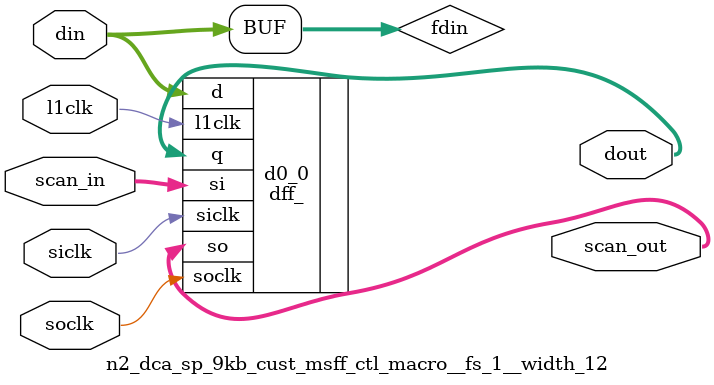
<source format=v>
`ifndef FPGA
module n2_dca_sp_9kb_cust (
  dcache_rd_addr_e, 
  dcache_alt_addr_e, 
  dcache_alt_addr_sel_e, 
  dcache_rvld_e, 
  dcache_wvld_e, 
  dcache_clk_en_e, 
  dcache_wclk_en_e, 
  dcache_rclk_en_m, 
  dcache_wdata_e, 
  dcache_wr_way_e, 
  dcache_byte_wr_en_e, 
  dcache_alt_rsel_way_m, 
  dcache_rsel_way_b, 
  dcache_alt_way_sel_m, 
  lsu_l2fill_or_byp_data_m, 
  dcache_bypass_e_, 
  dcache_rdata_b, 
  dcache_rparity_b, 
  dcache_perr_w0_b, 
  dcache_perr_w1_b, 
  dcache_perr_w2_b, 
  dcache_perr_w3_b, 
  dcache_rdata_msb_w0_b, 
  dcache_rdata_msb_w1_b, 
  dcache_rdata_msb_w2_b, 
  dcache_rdata_msb_w3_b, 
  l2clk, 
  scan_in, 
  tcu_pce_ov, 
  tcu_aclk, 
  tcu_bclk, 
  tcu_array_wr_inhibit, 
  tcu_scan_en, 
  tcu_se_scancollar_in, 
  tcu_se_scancollar_out, 
  scan_out, 
  fuse_dca_repair_value, 
  fuse_dca_repair_en, 
  fuse_dca_rid, 
  fuse_dca_wen, 
  fuse_red_reset, 
  dca_fuse_repair_value, 
  dca_fuse_repair_en, 
  vnw_ary);
wire l1clk_in;
wire l1clk_in_pm;
wire l1clk_out_pm;
wire l1clk_out;
wire l1clk_free;
wire l1clk_free_wpm;
wire l1clk_red;
wire [10:3] dcache_rwaddr_e;
wire [7:0] lat_addr_scanin;
wire [7:0] lat_addr_scanout;
wire [10:3] dcache_rwaddr_eb;
wire [10:3] dcache_rwaddr_l_unused;
wire [3:0] wr_way_dec_e;
wire [6:0] lat_ctl_eb_scanin;
wire [6:0] lat_ctl_eb_scanout;
wire dcache_rvld_top_eb;
wire dcache_rvld_bot_eb;
wire dcache_wvld_eb;
wire [3:0] wr_way_dec_eb;
wire [6:0] lat_ctl_unused;
wire [2:0] dff_ctl_m_0_scanin;
wire [2:0] dff_ctl_m_0_scanout;
wire dcache_rvld_m;
wire dcache_wvld_m;
wire dcache_bypass_m_;
wire [15:0] dff_ctl_m_1_scanin;
wire [15:0] dff_ctl_m_1_scanout;
wire [15:0] byte_wr_en_eb;
wire [15:0] dff_ctl_l_unused;
wire [4:0] dff_ctl_b_scanin;
wire [4:0] dff_ctl_b_scanout;
wire dcache_alt_way_sel_b;
wire [3:0] dcache_alt_rsel_way_b;
wire [143:0] dff_wdata_m_scanin;
wire [143:0] dff_wdata_m_scanout;
wire [15:0] dcache_wparity_m;
wire [127:0] dcache_wdata_m;
wire [5:0] fuse_dca_repair_value_ff;
wire [1:0] fuse_dca_repair_en_ff;
wire [1:0] fuse_dca_rid_ff;
wire fuse_dca_wen_ff;
wire fuse_red_reset_ff;
wire [5:0] dca_fuse_repair_value_pre;
wire [1:0] dca_fuse_repair_en_pre;
wire [63:0] dcache_rdata_w0_m;
wire [63:0] rdata_w0_m;
wire [63:0] rdata_w1_m;
wire [63:0] dcache_rdata_w1_m;
wire [63:0] rdata_w2_m;
wire [63:0] dcache_rdata_w2_m;
wire [63:0] rdata_w3_m;
wire [63:0] dcache_rdata_w3_m;
wire [7:0] dff_msb_w0_scanin;
wire [7:0] dff_msb_w0_scanout;
wire [7:0] dff_msb_w1_scanin;
wire [7:0] dff_msb_w1_scanout;
wire [7:0] dff_msb_w2_scanin;
wire [7:0] dff_msb_w2_scanout;
wire [7:0] dff_msb_w3_scanin;
wire [7:0] dff_msb_w3_scanout;
wire [63:0] dff_rdata_w0_m_scanin;
wire [63:0] dff_rdata_w0_m_scanout;
wire [63:0] rdata_w0_b;
wire [7:0] dff_rparity_w0_m_scanin;
wire [7:0] dff_rparity_w0_m_scanout;
wire [7:0] rparity_w0_m;
wire [7:0] rparity_w0_b;
wire [63:0] dff_rdata_w1_m_scanin;
wire [63:0] dff_rdata_w1_m_scanout;
wire [63:0] rdata_w1_b;
wire [7:0] dff_rparity_w1_m_scanin;
wire [7:0] dff_rparity_w1_m_scanout;
wire [7:0] rparity_w1_m;
wire [7:0] rparity_w1_b;
wire [63:0] dff_rdata_w2_m_scanin;
wire [63:0] dff_rdata_w2_m_scanout;
wire [63:0] rdata_w2_b;
wire [7:0] dff_rparity_w2_m_scanin;
wire [7:0] dff_rparity_w2_m_scanout;
wire [7:0] rparity_w2_m;
wire [7:0] rparity_w2_b;
wire [63:0] dff_rdata_w3_m_scanin;
wire [63:0] dff_rdata_w3_m_scanout;
wire [63:0] rdata_w3_b;
wire [7:0] dff_rparity_w3_m_scanin;
wire [7:0] dff_rparity_w3_m_scanout;
wire [7:0] rparity_w3_m;
wire [7:0] rparity_w3_b;
wire [3:0] dcache_rd_sel_way_b;
wire w0_p0_0;
wire w0_p0_1;
wire w0_p0_2;
wire [7:0] w0_parity_m;
wire w0_p1_0;
wire w0_p1_1;
wire w0_p1_2;
wire w0_p2_0;
wire w0_p2_1;
wire w0_p2_2;
wire w0_p3_0;
wire w0_p3_1;
wire w0_p3_2;
wire w0_p4_0;
wire w0_p4_1;
wire w0_p4_2;
wire w0_p5_0;
wire w0_p5_1;
wire w0_p5_2;
wire w0_p6_0;
wire w0_p6_1;
wire w0_p6_2;
wire w0_p7_0;
wire w0_p7_1;
wire w0_p7_2;
wire w1_p0_0;
wire w1_p0_1;
wire w1_p0_2;
wire [7:0] w1_parity_m;
wire w1_p1_0;
wire w1_p1_1;
wire w1_p1_2;
wire w1_p2_0;
wire w1_p2_1;
wire w1_p2_2;
wire w1_p3_0;
wire w1_p3_1;
wire w1_p3_2;
wire w1_p4_0;
wire w1_p4_1;
wire w1_p4_2;
wire w1_p5_0;
wire w1_p5_1;
wire w1_p5_2;
wire w1_p6_0;
wire w1_p6_1;
wire w1_p6_2;
wire w1_p7_0;
wire w1_p7_1;
wire w1_p7_2;
wire w2_p0_0;
wire w2_p0_1;
wire w2_p0_2;
wire [7:0] w2_parity_m;
wire w2_p1_0;
wire w2_p1_1;
wire w2_p1_2;
wire w2_p2_0;
wire w2_p2_1;
wire w2_p2_2;
wire w2_p3_0;
wire w2_p3_1;
wire w2_p3_2;
wire w2_p4_0;
wire w2_p4_1;
wire w2_p4_2;
wire w2_p5_0;
wire w2_p5_1;
wire w2_p5_2;
wire w2_p6_0;
wire w2_p6_1;
wire w2_p6_2;
wire w2_p7_0;
wire w2_p7_1;
wire w2_p7_2;
wire w3_p0_0;
wire w3_p0_1;
wire w3_p0_2;
wire [7:0] w3_parity_m;
wire w3_p1_0;
wire w3_p1_1;
wire w3_p1_2;
wire w3_p2_0;
wire w3_p2_1;
wire w3_p2_2;
wire w3_p3_0;
wire w3_p3_1;
wire w3_p3_2;
wire w3_p4_0;
wire w3_p4_1;
wire w3_p4_2;
wire w3_p5_0;
wire w3_p5_1;
wire w3_p5_2;
wire w3_p6_0;
wire w3_p6_1;
wire w3_p6_2;
wire w3_p7_0;
wire w3_p7_1;
wire w3_p7_2;
wire [7:0] dff_byte_perr_w0_scanin;
wire [7:0] dff_byte_perr_w0_scanout;
wire [7:0] w0_parity_b;
wire [7:0] dff_byte_perr_w1_scanin;
wire [7:0] dff_byte_perr_w1_scanout;
wire [7:0] w1_parity_b;
wire [7:0] dff_byte_perr_w2_scanin;
wire [7:0] dff_byte_perr_w2_scanout;
wire [7:0] w2_parity_b;
wire [7:0] dff_byte_perr_w3_scanin;
wire [7:0] dff_byte_perr_w3_scanout;
wire [7:0] w3_parity_b;
wire w0_parity_err_b;
wire w1_parity_err_b;
wire w2_parity_err_b;
wire w3_parity_err_b;
wire [11:0] dff_red_in_scanin;
wire [11:0] dff_red_in_scanout;
wire [7:0] dff_red_out_scanin;
wire [7:0] dff_red_out_scanout;
 

input [10:3]    dcache_rd_addr_e;     // read cache index [10:4] + bit [3] offset
input [10:3]    dcache_alt_addr_e;    // write/bist/diagnostic read cache index + offset 
input           dcache_alt_addr_sel_e;

input           dcache_rvld_e;        // read accesses d$.
input           dcache_wvld_e;        // valid write setup to m-stage.
// 0in bits_on -var {dcache_rvld_e,dcache_wvld_e} -max 1 -message "Attempt to read AND write dcache on same cycle"
input           dcache_clk_en_e;      // array clock enable
input           dcache_wclk_en_e;     // write data/byte_wr_en flops clock enable
input           dcache_rclk_en_m;     // read flops clock enable
   
input [143:0]   dcache_wdata_e;       // write data - 16Bx8 + 8b parity.
input [1:0]     dcache_wr_way_e;     // replacement way for load miss/store (encoded).
input [15:0]    dcache_byte_wr_en_e;  // 16b byte wr enable for stores.

input [3:0]     dcache_alt_rsel_way_m;// bist/diagnostic read way select
input [3:0]     dcache_rsel_way_b;    // load way select, connect to cache_way_hit
input           dcache_alt_way_sel_m;
       
input [63:0]	lsu_l2fill_or_byp_data_m;
input       	dcache_bypass_e_;
   
output  [63:0]  dcache_rdata_b;
output  [7:0]   dcache_rparity_b;
   
output  	dcache_perr_w0_b; 
output  	dcache_perr_w1_b; 
output  	dcache_perr_w2_b; 
output  	dcache_perr_w3_b; 

output [7:0] dcache_rdata_msb_w0_b;
output [7:0] dcache_rdata_msb_w1_b;
output [7:0] dcache_rdata_msb_w2_b;
output [7:0] dcache_rdata_msb_w3_b;
   
input		l2clk;
input		scan_in;
input		tcu_pce_ov;
input		tcu_aclk;
input		tcu_bclk;
input		tcu_array_wr_inhibit;
input		tcu_scan_en;
input		tcu_se_scancollar_in;
input		tcu_se_scancollar_out;
output          scan_out;

input	[5:0]	fuse_dca_repair_value;
input	[1:0]	fuse_dca_repair_en;
input	[1:0]	fuse_dca_rid;
input		fuse_dca_wen;
input		fuse_red_reset;
output	[5:0]	dca_fuse_repair_value;
output	[1:0]	dca_fuse_repair_en;

input		vnw_ary;

// syno psys translate_off

// 0in bits_on -var {~dcache_clk_en_e,dcache_wvld_e} -max 1 -message "Attempt to write with clk_en disabled"
// 0in bits_on -var {~dcache_clk_en_e,dcache_rvld_e} -max 1 -message "Attempt to read with clk_en disabled"
// 0in bits_on -var {~dcache_wclk_en_e,dcache_wvld_e} -max 1 -message "Attempt to write with wclk_en disabled"
// 0in bits_on -var {~dcache_rclk_en_m,dcache_rvld_m} -max 1 -message "Attempt to read with rclk_en disabled"
// 0in bits_on -var {~dcache_bypass_e_,dcache_rvld_e} -max 1 -message "Read and bypass both active"

wire pce_ov = tcu_pce_ov;
wire stop   = 1'b0;
wire siclk  = tcu_aclk ;
wire soclk  = tcu_bclk;

//================================================
// Clock headers
//================================================
n2_dca_sp_9kb_cust_l1clkhdr_ctl_macro l1ch_in (
        .l2clk	(l2clk), 
        .l1en 	(1'b1), 
	.pce_ov	(1'b1),
	.se	(tcu_se_scancollar_in),
        .l1clk	(l1clk_in),
  .stop(stop)
);

n2_dca_sp_9kb_cust_l1clkhdr_ctl_macro l1ch_in_pm (
        .l2clk	(l2clk), 
        .l1en 	(dcache_wclk_en_e), 
	.se	(tcu_se_scancollar_in),
        .l1clk	(l1clk_in_pm),
  .pce_ov(pce_ov),
  .stop(stop)
);

n2_dca_sp_9kb_cust_l1clkhdr_ctl_macro l1ch_out_pm (
        .l2clk	(l2clk), 
        .l1en 	(dcache_rclk_en_m), 
	.se	(tcu_se_scancollar_out),
        .l1clk	(l1clk_out_pm),
  .pce_ov(pce_ov),
  .stop(stop)
);

n2_dca_sp_9kb_cust_l1clkhdr_ctl_macro l1ch_out (
        .l2clk	(l2clk), 
        .l1en 	(1'b1), 
	.pce_ov	(1'b1),
	.se	(tcu_se_scancollar_out),
        .l1clk	(l1clk_out),
  .stop(stop)
);

n2_dca_sp_9kb_cust_l1clkhdr_ctl_macro l1ch_free (
        .l2clk	(l2clk), 
        .l1en 	(dcache_clk_en_e), 
	.se	(tcu_scan_en),
        .l1clk	(l1clk_free),
  .pce_ov(pce_ov),
  .stop(stop)
);

n2_dca_sp_9kb_cust_l1clkhdr_ctl_macro l1ch_free_wpm (
        .l2clk	(l2clk), 
        .l1en 	(dcache_wclk_en_e), 
	.se	(tcu_scan_en),
        .l1clk	(l1clk_free_wpm),
  .pce_ov(pce_ov),
  .stop(stop)
);

n2_dca_sp_9kb_cust_l1clkhdr_ctl_macro l1ch_red (
        .l2clk	(l2clk), 
        .l1en 	(1'b1), 
	.pce_ov	(1'b1),
	.se	(1'b0),
        .l1clk	(l1clk_red),
  .stop(stop)
);

//=========================================================================================
//  Input flops
//=========================================================================================

// BIST Rd used fill address port.
n2_dca_sp_9kb_cust_mux_macro__mux_aope__ports_2__width_8 mx_addr_e    (
	.din0	(dcache_alt_addr_e[10:3]),
	.din1	(dcache_rd_addr_e[10:3]),
	.sel0	(dcache_alt_addr_sel_e),
	.dout	(dcache_rwaddr_e[10:3])
);
   
n2_dca_sp_9kb_cust_tisram_msff_macro__fs_1__width_8 lat_addr   (
        .scan_in(lat_addr_scanin[7:0]),
        .scan_out(lat_addr_scanout[7:0]),
        .l1clk		(l1clk_in),
	.d		(dcache_rwaddr_e[10:3]),
	.latout		(dcache_rwaddr_eb[10:3]),
	.latout_l	(dcache_rwaddr_l_unused[10:3]),
  .siclk(siclk),
  .soclk(soclk)
);

// This is just a 2:4 decoder
n2_dca_sp_9kb_cust_mux_macro__mux_aodec__ports_4__width_4 wr_way_decode    (
	.din0	(4'b0001),
	.din1	(4'b0010),
	.din2	(4'b0100),
	.din3	(4'b1000),
	.sel	(dcache_wr_way_e[1:0]),
	.dout	(wr_way_dec_e[3:0])
);

n2_dca_sp_9kb_cust_tisram_msff_macro__fs_1__width_7 lat_ctl_eb   (
        .scan_in(lat_ctl_eb_scanin[6:0]),
        .scan_out(lat_ctl_eb_scanout[6:0]),
        .l1clk		(l1clk_in),
	.d		({dcache_rvld_e,     dcache_rvld_e,     dcache_wvld_e, wr_way_dec_e[3:0]}),
	.latout		({dcache_rvld_top_eb,dcache_rvld_bot_eb,dcache_wvld_eb,wr_way_dec_eb[3:0]}),
	.latout_l	(lat_ctl_unused[6:0]),
  .siclk(siclk),
  .soclk(soclk)
);

n2_dca_sp_9kb_cust_msff_ctl_macro__fs_1__width_3 dff_ctl_m_0  (
     .scan_in(dff_ctl_m_0_scanin[2:0]),
     .scan_out(dff_ctl_m_0_scanout[2:0]),
	.l1clk	(l1clk_in),
	.din	({dcache_rvld_e,dcache_wvld_e,dcache_bypass_e_}),
	.dout	({dcache_rvld_m,dcache_wvld_m,dcache_bypass_m_}),
  .siclk(siclk),
  .soclk(soclk)
);

n2_dca_sp_9kb_cust_tisram_msff_macro__fs_1__width_16 dff_ctl_m_1   (
	.scan_in(dff_ctl_m_1_scanin[15:0]),
	.scan_out(dff_ctl_m_1_scanout[15:0]),
	.l1clk		(l1clk_in_pm),
	.d		(dcache_byte_wr_en_e[15:0]),
	.latout		(byte_wr_en_eb[15:0]),
	.latout_l	(dff_ctl_l_unused[15:0]),
  .siclk(siclk),
  .soclk(soclk)
);

n2_dca_sp_9kb_cust_msff_ctl_macro__fs_1__width_5 dff_ctl_b  (
     .scan_in(dff_ctl_b_scanin[4:0]),
     .scan_out(dff_ctl_b_scanout[4:0]),
	.l1clk	(l1clk_in),
	.din	({dcache_alt_way_sel_m,dcache_alt_rsel_way_m[3:0]}),
	.dout	({dcache_alt_way_sel_b,dcache_alt_rsel_way_b[3:0]}),
  .siclk(siclk),
  .soclk(soclk)
);
n2_dca_sp_9kb_cust_msff_ctl_macro__fs_1__width_144 dff_wdata_m  (
     .scan_in(dff_wdata_m_scanin[143:0]),
     .scan_out(dff_wdata_m_scanout[143:0]),
	.l1clk	(l1clk_in_pm),
	.din	(dcache_wdata_e[143:0]),
        .dout	({dcache_wparity_m[15],dcache_wdata_m[127:120],
		  dcache_wparity_m[14],dcache_wdata_m[119:112],
		  dcache_wparity_m[13],dcache_wdata_m[111:104],
		  dcache_wparity_m[12],dcache_wdata_m[103:96],
		  dcache_wparity_m[11],dcache_wdata_m[95:88],
		  dcache_wparity_m[10],dcache_wdata_m[87:80],
		  dcache_wparity_m[9],dcache_wdata_m[79:72],
		  dcache_wparity_m[8],dcache_wdata_m[71:64],
		  dcache_wparity_m[7],dcache_wdata_m[63:56],
		  dcache_wparity_m[6],dcache_wdata_m[55:48],
		  dcache_wparity_m[5],dcache_wdata_m[47:40],
		  dcache_wparity_m[4],dcache_wdata_m[39:32],
		  dcache_wparity_m[3],dcache_wdata_m[31:24],
		  dcache_wparity_m[2],dcache_wdata_m[23:16],
		  dcache_wparity_m[1],dcache_wdata_m[15:8],
		  dcache_wparity_m[0],dcache_wdata_m[7:0] }),
  .siclk(siclk),
  .soclk(soclk)
);











n2_dca_sp_9kb_array array (
	.l1clk			(l1clk_free),
	.l1clk_wr		(l1clk_free_wpm),
	.addr_b			(dcache_rwaddr_eb[10:3]),
	.rd_en_top_b		(dcache_rvld_top_eb),
	.rd_en_bot_b		(dcache_rvld_bot_eb),
	.rd_en_a		(dcache_rvld_m),
	.wr_en_b		(dcache_wvld_eb),
	.wr_en_a		(dcache_wvld_m),
	.wr_inh_b		(tcu_array_wr_inhibit),
	.byte_wr_en_b		(byte_wr_en_eb[15:0]),
	.wr_waysel_b		(wr_way_dec_eb[3:0]),
	.fuse_dca_repair_value	(fuse_dca_repair_value_ff[5:0]),
	.fuse_dca_repair_en	(fuse_dca_repair_en_ff[1:0]),
	.fuse_dca_rid		(fuse_dca_rid_ff[1:0]),
	.fuse_dca_wen		(fuse_dca_wen_ff),
	.fuse_red_reset		(fuse_red_reset_ff),
	.dca_fuse_repair_value	(dca_fuse_repair_value_pre[5:0]),
	.dca_fuse_repair_en	(dca_fuse_repair_en_pre[1:0]),
  .l1clk_red(l1clk_red),
  .dcache_wdata_m(dcache_wdata_m[127:0]),
  .dcache_wparity_m(dcache_wparity_m[15:0]),
  .dcache_rdata_w0_m(dcache_rdata_w0_m[63:0]),
  .rparity_w0_m(rparity_w0_m[7:0]),
  .dcache_rdata_w1_m(dcache_rdata_w1_m[63:0]),
  .rparity_w1_m(rparity_w1_m[7:0]),
  .dcache_rdata_w2_m(dcache_rdata_w2_m[63:0]),
  .rparity_w2_m(rparity_w2_m[7:0]),
  .dcache_rdata_w3_m(dcache_rdata_w3_m[63:0]),
  .rparity_w3_m(rparity_w3_m[7:0]),
  .vnw_ary(vnw_ary)
);


   
// mux fill/bypass data into way0 here so that it's not in the critical B stage path
n2_dca_sp_9kb_cust_mux_macro__mux_aope__ports_2__width_64 mx_way0_data    (
	.din0	(dcache_rdata_w0_m[63:0]),
	.din1	(lsu_l2fill_or_byp_data_m[63:0]),
	.sel0	(dcache_bypass_m_),
	.dout	(rdata_w0_m[63:0])
);
assign rdata_w1_m[63:0] = dcache_rdata_w1_m[63:0];
assign rdata_w2_m[63:0] = dcache_rdata_w2_m[63:0];
assign rdata_w3_m[63:0] = dcache_rdata_w3_m[63:0];

//=========================================================================================
//  Output flops
//=========================================================================================

n2_dca_sp_9kb_cust_msff_ctl_macro__fs_1__width_8 dff_msb_w0  (
     .scan_in(dff_msb_w0_scanin[7:0]),
     .scan_out(dff_msb_w0_scanout[7:0]),
	.l1clk	(l1clk_out_pm),
	.din	({dcache_rdata_w0_m[63],dcache_rdata_w0_m[55],dcache_rdata_w0_m[47],dcache_rdata_w0_m[39],
		  dcache_rdata_w0_m[31],dcache_rdata_w0_m[23],dcache_rdata_w0_m[15],dcache_rdata_w0_m[7]}),
	.dout	(dcache_rdata_msb_w0_b[7:0]),
  .siclk(siclk),
  .soclk(soclk)
);
n2_dca_sp_9kb_cust_msff_ctl_macro__fs_1__width_8 dff_msb_w1  (
     .scan_in(dff_msb_w1_scanin[7:0]),
     .scan_out(dff_msb_w1_scanout[7:0]),
	.l1clk	(l1clk_out_pm),
	.din	({dcache_rdata_w1_m[63],dcache_rdata_w1_m[55],dcache_rdata_w1_m[47],dcache_rdata_w1_m[39],
		  dcache_rdata_w1_m[31],dcache_rdata_w1_m[23],dcache_rdata_w1_m[15],dcache_rdata_w1_m[7]}),
	.dout	(dcache_rdata_msb_w1_b[7:0]),
  .siclk(siclk),
  .soclk(soclk)
);
n2_dca_sp_9kb_cust_msff_ctl_macro__fs_1__width_8 dff_msb_w2  (
     .scan_in(dff_msb_w2_scanin[7:0]),
     .scan_out(dff_msb_w2_scanout[7:0]),
	.l1clk	(l1clk_out_pm),
	.din	({dcache_rdata_w2_m[63],dcache_rdata_w2_m[55],dcache_rdata_w2_m[47],dcache_rdata_w2_m[39],
		  dcache_rdata_w2_m[31],dcache_rdata_w2_m[23],dcache_rdata_w2_m[15],dcache_rdata_w2_m[7]}),
	.dout	(dcache_rdata_msb_w2_b[7:0]),
  .siclk(siclk),
  .soclk(soclk)
);
n2_dca_sp_9kb_cust_msff_ctl_macro__fs_1__width_8 dff_msb_w3  (
     .scan_in(dff_msb_w3_scanin[7:0]),
     .scan_out(dff_msb_w3_scanout[7:0]),
	.l1clk	(l1clk_out_pm),
	.din	({dcache_rdata_w3_m[63],dcache_rdata_w3_m[55],dcache_rdata_w3_m[47],dcache_rdata_w3_m[39],
		  dcache_rdata_w3_m[31],dcache_rdata_w3_m[23],dcache_rdata_w3_m[15],dcache_rdata_w3_m[7]}),
	.dout	(dcache_rdata_msb_w3_b[7:0]),
  .siclk(siclk),
  .soclk(soclk)
);
n2_dca_sp_9kb_cust_msff_ctl_macro__fs_1__width_64 dff_rdata_w0_m  (
     .scan_in(dff_rdata_w0_m_scanin[63:0]),
     .scan_out(dff_rdata_w0_m_scanout[63:0]),
	.l1clk	(l1clk_out_pm),
	.din	(rdata_w0_m[63:0]),
	.dout	(rdata_w0_b[63:0]),
  .siclk(siclk),
  .soclk(soclk)
);
n2_dca_sp_9kb_cust_msff_ctl_macro__fs_1__width_8 dff_rparity_w0_m  (
     .scan_in(dff_rparity_w0_m_scanin[7:0]),
     .scan_out(dff_rparity_w0_m_scanout[7:0]),
	.l1clk	(l1clk_out_pm),
	.din	(rparity_w0_m[7:0]),
	.dout	(rparity_w0_b[7:0]),
  .siclk(siclk),
  .soclk(soclk)
);
n2_dca_sp_9kb_cust_msff_ctl_macro__fs_1__width_64 dff_rdata_w1_m  (
     .scan_in(dff_rdata_w1_m_scanin[63:0]),
     .scan_out(dff_rdata_w1_m_scanout[63:0]),
	.l1clk	(l1clk_out_pm),
	.din	(rdata_w1_m[63:0]),
	.dout	(rdata_w1_b[63:0]),
  .siclk(siclk),
  .soclk(soclk)
);
n2_dca_sp_9kb_cust_msff_ctl_macro__fs_1__width_8 dff_rparity_w1_m  (
     .scan_in(dff_rparity_w1_m_scanin[7:0]),
     .scan_out(dff_rparity_w1_m_scanout[7:0]),
	.l1clk	(l1clk_out_pm),
	.din	(rparity_w1_m[7:0]),
	.dout	(rparity_w1_b[7:0]),
  .siclk(siclk),
  .soclk(soclk)
);
n2_dca_sp_9kb_cust_msff_ctl_macro__fs_1__width_64 dff_rdata_w2_m  (
     .scan_in(dff_rdata_w2_m_scanin[63:0]),
     .scan_out(dff_rdata_w2_m_scanout[63:0]),
	.l1clk	(l1clk_out_pm),
	.din	(rdata_w2_m[63:0]),
	.dout	(rdata_w2_b[63:0]),
  .siclk(siclk),
  .soclk(soclk)
);
n2_dca_sp_9kb_cust_msff_ctl_macro__fs_1__width_8 dff_rparity_w2_m  (
     .scan_in(dff_rparity_w2_m_scanin[7:0]),
     .scan_out(dff_rparity_w2_m_scanout[7:0]),
	.l1clk	(l1clk_out_pm),
	.din	(rparity_w2_m[7:0]),
	.dout	(rparity_w2_b[7:0]),
  .siclk(siclk),
  .soclk(soclk)
);
n2_dca_sp_9kb_cust_msff_ctl_macro__fs_1__width_64 dff_rdata_w3_m  (
     .scan_in(dff_rdata_w3_m_scanin[63:0]),
     .scan_out(dff_rdata_w3_m_scanout[63:0]),
	.l1clk	(l1clk_out_pm),
	.din	(rdata_w3_m[63:0]),
	.dout	(rdata_w3_b[63:0]),
  .siclk(siclk),
  .soclk(soclk)
);
n2_dca_sp_9kb_cust_msff_ctl_macro__fs_1__width_8 dff_rparity_w3_m  (
     .scan_in(dff_rparity_w3_m_scanin[7:0]),
     .scan_out(dff_rparity_w3_m_scanout[7:0]),
	.l1clk	(l1clk_out_pm),
	.din	(rparity_w3_m[7:0]),
	.dout	(rparity_w3_b[7:0]),
  .siclk(siclk),
  .soclk(soclk)
);

//=========================================================================================
//  Way select
//=========================================================================================

n2_dca_sp_9kb_cust_mux_macro__mux_aope__ports_2__width_4 mx_sel_way    (
	.din0	(dcache_alt_rsel_way_b[3:0]),
	.din1	(dcache_rsel_way_b[3:0]),
	.sel0	(dcache_alt_way_sel_b),
	.dout	(dcache_rd_sel_way_b[3:0])
);
   
n2_dca_sp_9kb_cust_mux_macro__mux_aonpe__ports_4__width_64 mx_rdata_b    (
	.din0	(rdata_w0_b[63:0]),
	.din1	(rdata_w1_b[63:0]),
	.din2	(rdata_w2_b[63:0]),
	.din3	(rdata_w3_b[63:0]),
	.sel0	(dcache_rd_sel_way_b[0]),
	.sel1	(dcache_rd_sel_way_b[1]),
	.sel2	(dcache_rd_sel_way_b[2]),
	.sel3	(dcache_rd_sel_way_b[3]),
	.dout	(dcache_rdata_b[63:0])
);

n2_dca_sp_9kb_cust_mux_macro__mux_aonpe__ports_4__width_8 mx_rparity_b    (
	.din0	(rparity_w0_b[7:0]),
	.din1	(rparity_w1_b[7:0]),
	.din2	(rparity_w2_b[7:0]),
	.din3	(rparity_w3_b[7:0]),
	.sel0	(dcache_rd_sel_way_b[0]),
	.sel1	(dcache_rd_sel_way_b[1]),
	.sel2	(dcache_rd_sel_way_b[2]),
	.sel3	(dcache_rd_sel_way_b[3]),
	.dout	(dcache_rparity_b[7:0])
);

//=========================================================================================
// Parity check. Parity for each byte is calculated in M.  The result of all bytes is
// flopped and OR'ed in B. 
//=========================================================================================

// ***** Way 0 *****
n2_dca_sp_9kb_cust_xor_macro__ports_3__width_4 w0_par0   (
	.din0({dcache_rdata_w0_m[0],dcache_rdata_w0_m[3],dcache_rdata_w0_m[6], w0_p0_0}),
	.din1({dcache_rdata_w0_m[1],dcache_rdata_w0_m[4],dcache_rdata_w0_m[7], w0_p0_1}),
	.din2({dcache_rdata_w0_m[2],dcache_rdata_w0_m[5],rparity_w0_m[0],w0_p0_2}),
	.dout({w0_p0_0,w0_p0_1,w0_p0_2,w0_parity_m[0]})
);
n2_dca_sp_9kb_cust_xor_macro__ports_3__width_4 w0_par1   (
	.din0({dcache_rdata_w0_m[8],dcache_rdata_w0_m[11],dcache_rdata_w0_m[14], w0_p1_0}),
	.din1({dcache_rdata_w0_m[9],dcache_rdata_w0_m[12],dcache_rdata_w0_m[15], w0_p1_1}),
	.din2({dcache_rdata_w0_m[10],dcache_rdata_w0_m[13],rparity_w0_m[1],w0_p1_2}),
	.dout({w0_p1_0,w0_p1_1,w0_p1_2,w0_parity_m[1]})
);
n2_dca_sp_9kb_cust_xor_macro__ports_3__width_4 w0_par2   (
	.din0({dcache_rdata_w0_m[16],dcache_rdata_w0_m[19],dcache_rdata_w0_m[22], w0_p2_0}),
	.din1({dcache_rdata_w0_m[17],dcache_rdata_w0_m[20],dcache_rdata_w0_m[23], w0_p2_1}),
	.din2({dcache_rdata_w0_m[18],dcache_rdata_w0_m[21],rparity_w0_m[2],w0_p2_2}),
	.dout({w0_p2_0,w0_p2_1,w0_p2_2,w0_parity_m[2]})
);
n2_dca_sp_9kb_cust_xor_macro__ports_3__width_4 w0_par3   (
	.din0({dcache_rdata_w0_m[24],dcache_rdata_w0_m[27],dcache_rdata_w0_m[30], w0_p3_0}),
	.din1({dcache_rdata_w0_m[25],dcache_rdata_w0_m[28],dcache_rdata_w0_m[31], w0_p3_1}),
	.din2({dcache_rdata_w0_m[26],dcache_rdata_w0_m[29],rparity_w0_m[3],w0_p3_2}),
	.dout({w0_p3_0,w0_p3_1,w0_p3_2,w0_parity_m[3]})
);
n2_dca_sp_9kb_cust_xor_macro__ports_3__width_4 w0_par4   (
	.din0({dcache_rdata_w0_m[32],dcache_rdata_w0_m[35],dcache_rdata_w0_m[38], w0_p4_0}),
	.din1({dcache_rdata_w0_m[33],dcache_rdata_w0_m[36],dcache_rdata_w0_m[39], w0_p4_1}),
	.din2({dcache_rdata_w0_m[34],dcache_rdata_w0_m[37],rparity_w0_m[4],w0_p4_2}),
	.dout({w0_p4_0,w0_p4_1,w0_p4_2,w0_parity_m[4]})
);
n2_dca_sp_9kb_cust_xor_macro__ports_3__width_4 w0_par5   (
	.din0({dcache_rdata_w0_m[40],dcache_rdata_w0_m[43],dcache_rdata_w0_m[46], w0_p5_0}),
	.din1({dcache_rdata_w0_m[41],dcache_rdata_w0_m[44],dcache_rdata_w0_m[47], w0_p5_1}),
	.din2({dcache_rdata_w0_m[42],dcache_rdata_w0_m[45],rparity_w0_m[5],w0_p5_2}),
	.dout({w0_p5_0,w0_p5_1,w0_p5_2,w0_parity_m[5]})
);
n2_dca_sp_9kb_cust_xor_macro__ports_3__width_4 w0_par6   (
	.din0({dcache_rdata_w0_m[48],dcache_rdata_w0_m[51],dcache_rdata_w0_m[54], w0_p6_0}),
	.din1({dcache_rdata_w0_m[49],dcache_rdata_w0_m[52],dcache_rdata_w0_m[55], w0_p6_1}),
	.din2({dcache_rdata_w0_m[50],dcache_rdata_w0_m[53],rparity_w0_m[6],w0_p6_2}),
	.dout({w0_p6_0,w0_p6_1,w0_p6_2,w0_parity_m[6]})
);
n2_dca_sp_9kb_cust_xor_macro__ports_3__width_4 w0_par7   (
	.din0({dcache_rdata_w0_m[56],dcache_rdata_w0_m[59],dcache_rdata_w0_m[62], w0_p7_0}),
	.din1({dcache_rdata_w0_m[57],dcache_rdata_w0_m[60],dcache_rdata_w0_m[63], w0_p7_1}),
	.din2({dcache_rdata_w0_m[58],dcache_rdata_w0_m[61],rparity_w0_m[7],w0_p7_2}),
	.dout({w0_p7_0,w0_p7_1,w0_p7_2,w0_parity_m[7]})
);
   
// ***** Way 1 *****
n2_dca_sp_9kb_cust_xor_macro__ports_3__width_4 w1_par0   (
	.din0({dcache_rdata_w1_m[0],dcache_rdata_w1_m[3],dcache_rdata_w1_m[6], w1_p0_0}),
	.din1({dcache_rdata_w1_m[1],dcache_rdata_w1_m[4],dcache_rdata_w1_m[7], w1_p0_1}),
	.din2({dcache_rdata_w1_m[2],dcache_rdata_w1_m[5],rparity_w1_m[0],w1_p0_2}),
	.dout({w1_p0_0,w1_p0_1,w1_p0_2,w1_parity_m[0]})
);
n2_dca_sp_9kb_cust_xor_macro__ports_3__width_4 w1_par1   (
	.din0({dcache_rdata_w1_m[8],dcache_rdata_w1_m[11],dcache_rdata_w1_m[14], w1_p1_0}),
	.din1({dcache_rdata_w1_m[9],dcache_rdata_w1_m[12],dcache_rdata_w1_m[15], w1_p1_1}),
	.din2({dcache_rdata_w1_m[10],dcache_rdata_w1_m[13],rparity_w1_m[1],w1_p1_2}),
	.dout({w1_p1_0,w1_p1_1,w1_p1_2,w1_parity_m[1]})
);
n2_dca_sp_9kb_cust_xor_macro__ports_3__width_4 w1_par2   (
	.din0({dcache_rdata_w1_m[16],dcache_rdata_w1_m[19],dcache_rdata_w1_m[22], w1_p2_0}),
	.din1({dcache_rdata_w1_m[17],dcache_rdata_w1_m[20],dcache_rdata_w1_m[23], w1_p2_1}),
	.din2({dcache_rdata_w1_m[18],dcache_rdata_w1_m[21],rparity_w1_m[2],w1_p2_2}),
	.dout({w1_p2_0,w1_p2_1,w1_p2_2,w1_parity_m[2]})
);
n2_dca_sp_9kb_cust_xor_macro__ports_3__width_4 w1_par3   (
	.din0({dcache_rdata_w1_m[24],dcache_rdata_w1_m[27],dcache_rdata_w1_m[30], w1_p3_0}),
	.din1({dcache_rdata_w1_m[25],dcache_rdata_w1_m[28],dcache_rdata_w1_m[31], w1_p3_1}),
	.din2({dcache_rdata_w1_m[26],dcache_rdata_w1_m[29],rparity_w1_m[3],w1_p3_2}),
	.dout({w1_p3_0,w1_p3_1,w1_p3_2,w1_parity_m[3]})
);
n2_dca_sp_9kb_cust_xor_macro__ports_3__width_4 w1_par4   (
	.din0({dcache_rdata_w1_m[32],dcache_rdata_w1_m[35],dcache_rdata_w1_m[38], w1_p4_0}),
	.din1({dcache_rdata_w1_m[33],dcache_rdata_w1_m[36],dcache_rdata_w1_m[39], w1_p4_1}),
	.din2({dcache_rdata_w1_m[34],dcache_rdata_w1_m[37],rparity_w1_m[4],w1_p4_2}),
	.dout({w1_p4_0,w1_p4_1,w1_p4_2,w1_parity_m[4]})
);
n2_dca_sp_9kb_cust_xor_macro__ports_3__width_4 w1_par5   (
	.din0({dcache_rdata_w1_m[40],dcache_rdata_w1_m[43],dcache_rdata_w1_m[46], w1_p5_0}),
	.din1({dcache_rdata_w1_m[41],dcache_rdata_w1_m[44],dcache_rdata_w1_m[47], w1_p5_1}),
	.din2({dcache_rdata_w1_m[42],dcache_rdata_w1_m[45],rparity_w1_m[5],w1_p5_2}),
	.dout({w1_p5_0,w1_p5_1,w1_p5_2,w1_parity_m[5]})
);
n2_dca_sp_9kb_cust_xor_macro__ports_3__width_4 w1_par6   (
	.din0({dcache_rdata_w1_m[48],dcache_rdata_w1_m[51],dcache_rdata_w1_m[54], w1_p6_0}),
	.din1({dcache_rdata_w1_m[49],dcache_rdata_w1_m[52],dcache_rdata_w1_m[55], w1_p6_1}),
	.din2({dcache_rdata_w1_m[50],dcache_rdata_w1_m[53],rparity_w1_m[6],w1_p6_2}),
	.dout({w1_p6_0,w1_p6_1,w1_p6_2,w1_parity_m[6]})
);
n2_dca_sp_9kb_cust_xor_macro__ports_3__width_4 w1_par7   (
	.din0({dcache_rdata_w1_m[56],dcache_rdata_w1_m[59],dcache_rdata_w1_m[62], w1_p7_0}),
	.din1({dcache_rdata_w1_m[57],dcache_rdata_w1_m[60],dcache_rdata_w1_m[63], w1_p7_1}),
	.din2({dcache_rdata_w1_m[58],dcache_rdata_w1_m[61],rparity_w1_m[7],w1_p7_2}),
	.dout({w1_p7_0,w1_p7_1,w1_p7_2,w1_parity_m[7]})
);
   
// ***** Way 2 *****
n2_dca_sp_9kb_cust_xor_macro__ports_3__width_4 w2_par0   (
	.din0({dcache_rdata_w2_m[0],dcache_rdata_w2_m[3],dcache_rdata_w2_m[6], w2_p0_0}),
	.din1({dcache_rdata_w2_m[1],dcache_rdata_w2_m[4],dcache_rdata_w2_m[7], w2_p0_1}),
	.din2({dcache_rdata_w2_m[2],dcache_rdata_w2_m[5],rparity_w2_m[0],w2_p0_2}),
	.dout({w2_p0_0,w2_p0_1,w2_p0_2,w2_parity_m[0]})
);
n2_dca_sp_9kb_cust_xor_macro__ports_3__width_4 w2_par1   (
	.din0({dcache_rdata_w2_m[8],dcache_rdata_w2_m[11],dcache_rdata_w2_m[14], w2_p1_0}),
	.din1({dcache_rdata_w2_m[9],dcache_rdata_w2_m[12],dcache_rdata_w2_m[15], w2_p1_1}),
	.din2({dcache_rdata_w2_m[10],dcache_rdata_w2_m[13],rparity_w2_m[1],w2_p1_2}),
	.dout({w2_p1_0,w2_p1_1,w2_p1_2,w2_parity_m[1]})
);
n2_dca_sp_9kb_cust_xor_macro__ports_3__width_4 w2_par2   (
	.din0({dcache_rdata_w2_m[16],dcache_rdata_w2_m[19],dcache_rdata_w2_m[22], w2_p2_0}),
	.din1({dcache_rdata_w2_m[17],dcache_rdata_w2_m[20],dcache_rdata_w2_m[23], w2_p2_1}),
	.din2({dcache_rdata_w2_m[18],dcache_rdata_w2_m[21],rparity_w2_m[2],w2_p2_2}),
	.dout({w2_p2_0,w2_p2_1,w2_p2_2,w2_parity_m[2]})
);
n2_dca_sp_9kb_cust_xor_macro__ports_3__width_4 w2_par3   (
	.din0({dcache_rdata_w2_m[24],dcache_rdata_w2_m[27],dcache_rdata_w2_m[30], w2_p3_0}),
	.din1({dcache_rdata_w2_m[25],dcache_rdata_w2_m[28],dcache_rdata_w2_m[31], w2_p3_1}),
	.din2({dcache_rdata_w2_m[26],dcache_rdata_w2_m[29],rparity_w2_m[3],w2_p3_2}),
	.dout({w2_p3_0,w2_p3_1,w2_p3_2,w2_parity_m[3]})
);
n2_dca_sp_9kb_cust_xor_macro__ports_3__width_4 w2_par4   (
	.din0({dcache_rdata_w2_m[32],dcache_rdata_w2_m[35],dcache_rdata_w2_m[38], w2_p4_0}),
	.din1({dcache_rdata_w2_m[33],dcache_rdata_w2_m[36],dcache_rdata_w2_m[39], w2_p4_1}),
	.din2({dcache_rdata_w2_m[34],dcache_rdata_w2_m[37],rparity_w2_m[4],w2_p4_2}),
	.dout({w2_p4_0,w2_p4_1,w2_p4_2,w2_parity_m[4]})
);
n2_dca_sp_9kb_cust_xor_macro__ports_3__width_4 w2_par5   (
	.din0({dcache_rdata_w2_m[40],dcache_rdata_w2_m[43],dcache_rdata_w2_m[46], w2_p5_0}),
	.din1({dcache_rdata_w2_m[41],dcache_rdata_w2_m[44],dcache_rdata_w2_m[47], w2_p5_1}),
	.din2({dcache_rdata_w2_m[42],dcache_rdata_w2_m[45],rparity_w2_m[5],w2_p5_2}),
	.dout({w2_p5_0,w2_p5_1,w2_p5_2,w2_parity_m[5]})
);
n2_dca_sp_9kb_cust_xor_macro__ports_3__width_4 w2_par6   (
	.din0({dcache_rdata_w2_m[48],dcache_rdata_w2_m[51],dcache_rdata_w2_m[54], w2_p6_0}),
	.din1({dcache_rdata_w2_m[49],dcache_rdata_w2_m[52],dcache_rdata_w2_m[55], w2_p6_1}),
	.din2({dcache_rdata_w2_m[50],dcache_rdata_w2_m[53],rparity_w2_m[6],w2_p6_2}),
	.dout({w2_p6_0,w2_p6_1,w2_p6_2,w2_parity_m[6]})
);
n2_dca_sp_9kb_cust_xor_macro__ports_3__width_4 w2_par7   (
	.din0({dcache_rdata_w2_m[56],dcache_rdata_w2_m[59],dcache_rdata_w2_m[62], w2_p7_0}),
	.din1({dcache_rdata_w2_m[57],dcache_rdata_w2_m[60],dcache_rdata_w2_m[63], w2_p7_1}),
	.din2({dcache_rdata_w2_m[58],dcache_rdata_w2_m[61],rparity_w2_m[7],w2_p7_2}),
	.dout({w2_p7_0,w2_p7_1,w2_p7_2,w2_parity_m[7]})
);
   
// ***** Way 3 *****
n2_dca_sp_9kb_cust_xor_macro__ports_3__width_4 w3_par0   (
	.din0({dcache_rdata_w3_m[0],dcache_rdata_w3_m[3],dcache_rdata_w3_m[6], w3_p0_0}),
	.din1({dcache_rdata_w3_m[1],dcache_rdata_w3_m[4],dcache_rdata_w3_m[7], w3_p0_1}),
	.din2({dcache_rdata_w3_m[2],dcache_rdata_w3_m[5],rparity_w3_m[0],w3_p0_2}),
	.dout({w3_p0_0,w3_p0_1,w3_p0_2,w3_parity_m[0]})
);
n2_dca_sp_9kb_cust_xor_macro__ports_3__width_4 w3_par1   (
	.din0({dcache_rdata_w3_m[8],dcache_rdata_w3_m[11],dcache_rdata_w3_m[14], w3_p1_0}),
	.din1({dcache_rdata_w3_m[9],dcache_rdata_w3_m[12],dcache_rdata_w3_m[15], w3_p1_1}),
	.din2({dcache_rdata_w3_m[10],dcache_rdata_w3_m[13],rparity_w3_m[1],w3_p1_2}),
	.dout({w3_p1_0,w3_p1_1,w3_p1_2,w3_parity_m[1]})
);
n2_dca_sp_9kb_cust_xor_macro__ports_3__width_4 w3_par2   (
	.din0({dcache_rdata_w3_m[16],dcache_rdata_w3_m[19],dcache_rdata_w3_m[22], w3_p2_0}),
	.din1({dcache_rdata_w3_m[17],dcache_rdata_w3_m[20],dcache_rdata_w3_m[23], w3_p2_1}),
	.din2({dcache_rdata_w3_m[18],dcache_rdata_w3_m[21],rparity_w3_m[2],w3_p2_2}),
	.dout({w3_p2_0,w3_p2_1,w3_p2_2,w3_parity_m[2]})
);
n2_dca_sp_9kb_cust_xor_macro__ports_3__width_4 w3_par3   (
	.din0({dcache_rdata_w3_m[24],dcache_rdata_w3_m[27],dcache_rdata_w3_m[30], w3_p3_0}),
	.din1({dcache_rdata_w3_m[25],dcache_rdata_w3_m[28],dcache_rdata_w3_m[31], w3_p3_1}),
	.din2({dcache_rdata_w3_m[26],dcache_rdata_w3_m[29],rparity_w3_m[3],w3_p3_2}),
	.dout({w3_p3_0,w3_p3_1,w3_p3_2,w3_parity_m[3]})
);
n2_dca_sp_9kb_cust_xor_macro__ports_3__width_4 w3_par4   (
	.din0({dcache_rdata_w3_m[32],dcache_rdata_w3_m[35],dcache_rdata_w3_m[38], w3_p4_0}),
	.din1({dcache_rdata_w3_m[33],dcache_rdata_w3_m[36],dcache_rdata_w3_m[39], w3_p4_1}),
	.din2({dcache_rdata_w3_m[34],dcache_rdata_w3_m[37],rparity_w3_m[4],w3_p4_2}),
	.dout({w3_p4_0,w3_p4_1,w3_p4_2,w3_parity_m[4]})
);
n2_dca_sp_9kb_cust_xor_macro__ports_3__width_4 w3_par5   (
	.din0({dcache_rdata_w3_m[40],dcache_rdata_w3_m[43],dcache_rdata_w3_m[46], w3_p5_0}),
	.din1({dcache_rdata_w3_m[41],dcache_rdata_w3_m[44],dcache_rdata_w3_m[47], w3_p5_1}),
	.din2({dcache_rdata_w3_m[42],dcache_rdata_w3_m[45],rparity_w3_m[5],w3_p5_2}),
	.dout({w3_p5_0,w3_p5_1,w3_p5_2,w3_parity_m[5]})
);
n2_dca_sp_9kb_cust_xor_macro__ports_3__width_4 w3_par6   (
	.din0({dcache_rdata_w3_m[48],dcache_rdata_w3_m[51],dcache_rdata_w3_m[54], w3_p6_0}),
	.din1({dcache_rdata_w3_m[49],dcache_rdata_w3_m[52],dcache_rdata_w3_m[55], w3_p6_1}),
	.din2({dcache_rdata_w3_m[50],dcache_rdata_w3_m[53],rparity_w3_m[6],w3_p6_2}),
	.dout({w3_p6_0,w3_p6_1,w3_p6_2,w3_parity_m[6]})
);
n2_dca_sp_9kb_cust_xor_macro__ports_3__width_4 w3_par7   (
	.din0({dcache_rdata_w3_m[56],dcache_rdata_w3_m[59],dcache_rdata_w3_m[62], w3_p7_0}),
	.din1({dcache_rdata_w3_m[57],dcache_rdata_w3_m[60],dcache_rdata_w3_m[63], w3_p7_1}),
	.din2({dcache_rdata_w3_m[58],dcache_rdata_w3_m[61],rparity_w3_m[7],w3_p7_2}),
	.dout({w3_p7_0,w3_p7_1,w3_p7_2,w3_parity_m[7]})
);

n2_dca_sp_9kb_cust_msff_ctl_macro__fs_1__width_8 dff_byte_perr_w0  (
     .scan_in(dff_byte_perr_w0_scanin[7:0]),
     .scan_out(dff_byte_perr_w0_scanout[7:0]),
	.l1clk	(l1clk_out_pm),
	.din	(w0_parity_m[7:0]),
	.dout	(w0_parity_b[7:0]),
  .siclk(siclk),
  .soclk(soclk)
);
n2_dca_sp_9kb_cust_msff_ctl_macro__fs_1__width_8 dff_byte_perr_w1  (
     .scan_in(dff_byte_perr_w1_scanin[7:0]),
     .scan_out(dff_byte_perr_w1_scanout[7:0]),
	.l1clk	(l1clk_out_pm),
	.din	(w1_parity_m[7:0]),
	.dout	(w1_parity_b[7:0]),
  .siclk(siclk),
  .soclk(soclk)
);
n2_dca_sp_9kb_cust_msff_ctl_macro__fs_1__width_8 dff_byte_perr_w2  (
     .scan_in(dff_byte_perr_w2_scanin[7:0]),
     .scan_out(dff_byte_perr_w2_scanout[7:0]),
	.l1clk	(l1clk_out_pm),
	.din	(w2_parity_m[7:0]),
	.dout	(w2_parity_b[7:0]),
  .siclk(siclk),
  .soclk(soclk)
);
n2_dca_sp_9kb_cust_msff_ctl_macro__fs_1__width_8 dff_byte_perr_w3  (
     .scan_in(dff_byte_perr_w3_scanin[7:0]),
     .scan_out(dff_byte_perr_w3_scanout[7:0]),
	.l1clk	(l1clk_out_pm),
	.din	(w3_parity_m[7:0]),
	.dout	(w3_parity_b[7:0]),
  .siclk(siclk),
  .soclk(soclk)
);

// Funcionally this is just an OR gate.
n2_dca_sp_9kb_cust_mux_macro__mux_aonpe__ports_8__width_1 parity_w0    (
	.din0(1'b1), .din1(1'b1), .din2(1'b1), .din3(1'b1), .din4(1'b1), .din5(1'b1), .din6(1'b1), .din7(1'b1),
	.sel0(w0_parity_b[0]), .sel1(w0_parity_b[1]), .sel2(w0_parity_b[2]), .sel3(w0_parity_b[3]),
	.sel4(w0_parity_b[4]), .sel5(w0_parity_b[5]), .sel6(w0_parity_b[6]), .sel7(w0_parity_b[7]),
	.dout(w0_parity_err_b)
);
// Funcionally this is just an OR gate.
n2_dca_sp_9kb_cust_mux_macro__mux_aonpe__ports_8__width_1 parity_w1    (
	.din0(1'b1), .din1(1'b1), .din2(1'b1), .din3(1'b1), .din4(1'b1), .din5(1'b1), .din6(1'b1), .din7(1'b1),
	.sel0(w1_parity_b[0]), .sel1(w1_parity_b[1]), .sel2(w1_parity_b[2]), .sel3(w1_parity_b[3]),
	.sel4(w1_parity_b[4]), .sel5(w1_parity_b[5]), .sel6(w1_parity_b[6]), .sel7(w1_parity_b[7]),
	.dout(w1_parity_err_b)
);
// Funcionally this is just an OR gate.
n2_dca_sp_9kb_cust_mux_macro__mux_aonpe__ports_8__width_1 parity_w2    (
	.din0(1'b1), .din1(1'b1), .din2(1'b1), .din3(1'b1), .din4(1'b1), .din5(1'b1), .din6(1'b1), .din7(1'b1),
	.sel0(w2_parity_b[0]), .sel1(w2_parity_b[1]), .sel2(w2_parity_b[2]), .sel3(w2_parity_b[3]),
	.sel4(w2_parity_b[4]), .sel5(w2_parity_b[5]), .sel6(w2_parity_b[6]), .sel7(w2_parity_b[7]),
	.dout(w2_parity_err_b)
);
// Funcionally this is just an OR gate.
n2_dca_sp_9kb_cust_mux_macro__mux_aonpe__ports_8__width_1 parity_w3    (
	.din0(1'b1), .din1(1'b1), .din2(1'b1), .din3(1'b1), .din4(1'b1), .din5(1'b1), .din6(1'b1), .din7(1'b1),
	.sel0(w3_parity_b[0]), .sel1(w3_parity_b[1]), .sel2(w3_parity_b[2]), .sel3(w3_parity_b[3]),
	.sel4(w3_parity_b[4]), .sel5(w3_parity_b[5]), .sel6(w3_parity_b[6]), .sel7(w3_parity_b[7]),
	.dout(w3_parity_err_b)
);
   
assign dcache_perr_w0_b = w0_parity_err_b;
assign dcache_perr_w1_b = w1_parity_err_b;
assign dcache_perr_w2_b = w2_parity_err_b;
assign dcache_perr_w3_b = w3_parity_err_b;

//=========================================================================================
//  Redundancy flops
//=========================================================================================

n2_dca_sp_9kb_cust_msff_ctl_macro__fs_1__width_12 dff_red_in  (
     .scan_in(dff_red_in_scanin[11:0]),
     .scan_out(dff_red_in_scanout[11:0]),
	.l1clk	(l1clk_in),
	.din	({fuse_dca_repair_value[5:0],   fuse_dca_repair_en[1:0],
		  fuse_dca_rid[1:0],   fuse_dca_wen,   fuse_red_reset}),
	.dout	({fuse_dca_repair_value_ff[5:0],fuse_dca_repair_en_ff[1:0],
		  fuse_dca_rid_ff[1:0],fuse_dca_wen_ff,fuse_red_reset_ff}),
  .siclk(siclk),
  .soclk(soclk)
);

n2_dca_sp_9kb_cust_msff_ctl_macro__fs_1__width_8 dff_red_out  (
     .scan_in(dff_red_out_scanin[7:0]),
     .scan_out(dff_red_out_scanout[7:0]),
	.l1clk	(l1clk_out),
	.din	({dca_fuse_repair_value_pre[5:0],dca_fuse_repair_en_pre[1:0]}),
	.dout	({dca_fuse_repair_value[5:0],    dca_fuse_repair_en[1:0]}),
  .siclk(siclk),
  .soclk(soclk)
);


supply0 vss;
supply1 vdd;

// scanorder start
// dff_byte_perr_w0_scanin[7]
// dff_byte_perr_w1_scanin[7]
// dff_byte_perr_w1_scanin[6]
// dff_byte_perr_w0_scanin[6]
// dff_byte_perr_w0_scanin[5]
// dff_byte_perr_w1_scanin[5]
// dff_byte_perr_w1_scanin[4]
// dff_byte_perr_w0_scanin[4]
// dff_wdata_m_scanin[143]
// dff_wdata_m_scanin[71]
// dff_rparity_w3_m_scanin[7]
// dff_rparity_w2_m_scanin[7]
// dff_rparity_w1_m_scanin[7]
// dff_rparity_w0_m_scanin[7]
// dff_wdata_m_scanin[134]
// dff_wdata_m_scanin[62]
// dff_rparity_w3_m_scanin[6]
// dff_rparity_w2_m_scanin[6]
// dff_rparity_w1_m_scanin[6]
// dff_rparity_w0_m_scanin[6]
// dff_wdata_m_scanin[142]
// dff_wdata_m_scanin[70]
// dff_rdata_w3_m_scanin[63]
// dff_rdata_w2_m_scanin[63]
// dff_rdata_w1_m_scanin[63]
// dff_rdata_w0_m_scanin[63]
// dff_wdata_m_scanin[133]
// dff_wdata_m_scanin[61]
// dff_rdata_w3_m_scanin[55]
// dff_rdata_w2_m_scanin[55]
// dff_rdata_w1_m_scanin[55]
// dff_rdata_w0_m_scanin[55]
// dff_wdata_m_scanin[141]
// dff_wdata_m_scanin[69]
// dff_rdata_w3_m_scanin[62]
// dff_rdata_w2_m_scanin[62]
// dff_rdata_w1_m_scanin[62]
// dff_rdata_w0_m_scanin[62]
// dff_wdata_m_scanin[132]
// dff_wdata_m_scanin[60]
// dff_rdata_w3_m_scanin[54]
// dff_rdata_w2_m_scanin[54]
// dff_rdata_w1_m_scanin[54]
// dff_rdata_w0_m_scanin[54]
// dff_wdata_m_scanin[140]
// dff_wdata_m_scanin[68]
// dff_rdata_w3_m_scanin[61]
// dff_rdata_w2_m_scanin[61]
// dff_rdata_w1_m_scanin[61]
// dff_rdata_w0_m_scanin[61]
// dff_wdata_m_scanin[131]
// dff_wdata_m_scanin[59]
// dff_rdata_w3_m_scanin[53]
// dff_rdata_w2_m_scanin[53]
// dff_rdata_w1_m_scanin[53]
// dff_rdata_w0_m_scanin[53]
// dff_wdata_m_scanin[139]
// dff_wdata_m_scanin[67]
// dff_rdata_w3_m_scanin[60]
// dff_rdata_w2_m_scanin[60]
// dff_rdata_w1_m_scanin[60]
// dff_rdata_w0_m_scanin[60]
// dff_wdata_m_scanin[130]
// dff_wdata_m_scanin[58]
// dff_rdata_w3_m_scanin[52]
// dff_rdata_w2_m_scanin[52]
// dff_rdata_w1_m_scanin[52]
// dff_rdata_w0_m_scanin[52]
// dff_wdata_m_scanin[138]
// dff_wdata_m_scanin[66]
// dff_rdata_w3_m_scanin[59]
// dff_rdata_w2_m_scanin[59]
// dff_rdata_w1_m_scanin[59]
// dff_rdata_w0_m_scanin[59]
// dff_wdata_m_scanin[129]
// dff_wdata_m_scanin[57]
// dff_rdata_w3_m_scanin[51]
// dff_rdata_w2_m_scanin[51]
// dff_rdata_w1_m_scanin[51]
// dff_rdata_w0_m_scanin[51]
// dff_wdata_m_scanin[137]
// dff_wdata_m_scanin[65]
// dff_rdata_w3_m_scanin[58]
// dff_rdata_w2_m_scanin[58]
// dff_rdata_w1_m_scanin[58]
// dff_rdata_w0_m_scanin[58]
// dff_wdata_m_scanin[128]
// dff_wdata_m_scanin[56]
// dff_rdata_w3_m_scanin[50]
// dff_rdata_w2_m_scanin[50]
// dff_rdata_w1_m_scanin[50]
// dff_rdata_w0_m_scanin[50]
// dff_wdata_m_scanin[136]
// dff_wdata_m_scanin[64]
// dff_rdata_w3_m_scanin[57]
// dff_rdata_w2_m_scanin[57]
// dff_rdata_w1_m_scanin[57]
// dff_rdata_w0_m_scanin[57]
// dff_wdata_m_scanin[127]
// dff_wdata_m_scanin[55]
// dff_rdata_w3_m_scanin[49]
// dff_rdata_w2_m_scanin[49]
// dff_rdata_w1_m_scanin[49]
// dff_rdata_w0_m_scanin[49]
// dff_wdata_m_scanin[135]
// dff_wdata_m_scanin[63]
// dff_rdata_w3_m_scanin[56]
// dff_rdata_w2_m_scanin[56]
// dff_rdata_w1_m_scanin[56]
// dff_rdata_w0_m_scanin[56]
// dff_wdata_m_scanin[126]
// dff_wdata_m_scanin[54]
// dff_rdata_w3_m_scanin[48]
// dff_rdata_w2_m_scanin[48]
// dff_rdata_w1_m_scanin[48]
// dff_rdata_w0_m_scanin[48]
// dff_wdata_m_scanin[125]
// dff_wdata_m_scanin[53]
// dff_rparity_w3_m_scanin[5]
// dff_rparity_w2_m_scanin[5]
// dff_rparity_w1_m_scanin[5]
// dff_rparity_w0_m_scanin[5]
// dff_wdata_m_scanin[116]
// dff_wdata_m_scanin[44]
// dff_rparity_w3_m_scanin[4]
// dff_rparity_w2_m_scanin[4]
// dff_rparity_w1_m_scanin[4]
// dff_rparity_w0_m_scanin[4]
// dff_wdata_m_scanin[124]
// dff_wdata_m_scanin[52]
// dff_rdata_w3_m_scanin[47]
// dff_rdata_w2_m_scanin[47]
// dff_rdata_w1_m_scanin[47]
// dff_rdata_w0_m_scanin[47]
// dff_wdata_m_scanin[115]
// dff_wdata_m_scanin[43]
// dff_rdata_w3_m_scanin[39]
// dff_rdata_w2_m_scanin[39]
// dff_rdata_w1_m_scanin[39]
// dff_rdata_w0_m_scanin[39]
// dff_wdata_m_scanin[123]
// dff_wdata_m_scanin[51]
// dff_rdata_w3_m_scanin[46]
// dff_rdata_w2_m_scanin[46]
// dff_rdata_w1_m_scanin[46]
// dff_rdata_w0_m_scanin[46]
// dff_wdata_m_scanin[114]
// dff_wdata_m_scanin[42]
// dff_rdata_w3_m_scanin[38]
// dff_rdata_w2_m_scanin[38]
// dff_rdata_w1_m_scanin[38]
// dff_rdata_w0_m_scanin[38]
// dff_wdata_m_scanin[122]
// dff_wdata_m_scanin[50]
// dff_rdata_w3_m_scanin[45]
// dff_rdata_w2_m_scanin[45]
// dff_rdata_w1_m_scanin[45]
// dff_rdata_w0_m_scanin[45]
// dff_wdata_m_scanin[113]
// dff_wdata_m_scanin[41]
// dff_rdata_w3_m_scanin[37]
// dff_rdata_w2_m_scanin[37]
// dff_rdata_w1_m_scanin[37]
// dff_rdata_w0_m_scanin[37]
// dff_wdata_m_scanin[121]
// dff_wdata_m_scanin[49]
// dff_rdata_w3_m_scanin[44]
// dff_rdata_w2_m_scanin[44]
// dff_rdata_w1_m_scanin[44]
// dff_rdata_w0_m_scanin[44]
// dff_wdata_m_scanin[112]
// dff_wdata_m_scanin[40]
// dff_rdata_w3_m_scanin[36]
// dff_rdata_w2_m_scanin[36]
// dff_rdata_w1_m_scanin[36]
// dff_rdata_w0_m_scanin[36]
// dff_wdata_m_scanin[120]
// dff_wdata_m_scanin[48]
// dff_rdata_w3_m_scanin[43]
// dff_rdata_w2_m_scanin[43]
// dff_rdata_w1_m_scanin[43]
// dff_rdata_w0_m_scanin[43]
// dff_wdata_m_scanin[111]
// dff_wdata_m_scanin[39]
// dff_rdata_w3_m_scanin[35]
// dff_rdata_w2_m_scanin[35]
// dff_rdata_w1_m_scanin[35]
// dff_rdata_w0_m_scanin[35]
// dff_wdata_m_scanin[119]
// dff_wdata_m_scanin[47]
// dff_rdata_w3_m_scanin[42]
// dff_rdata_w2_m_scanin[42]
// dff_rdata_w1_m_scanin[42]
// dff_rdata_w0_m_scanin[42]
// dff_wdata_m_scanin[110]
// dff_wdata_m_scanin[38]
// dff_rdata_w3_m_scanin[34]
// dff_rdata_w2_m_scanin[34]
// dff_rdata_w1_m_scanin[34]
// dff_rdata_w0_m_scanin[34]
// dff_wdata_m_scanin[118]
// dff_wdata_m_scanin[46]
// dff_rdata_w3_m_scanin[41]
// dff_rdata_w2_m_scanin[41]
// dff_rdata_w1_m_scanin[41]
// dff_rdata_w0_m_scanin[41]
// dff_wdata_m_scanin[109]
// dff_wdata_m_scanin[37]
// dff_rdata_w3_m_scanin[33]
// dff_rdata_w2_m_scanin[33]
// dff_rdata_w1_m_scanin[33]
// dff_rdata_w0_m_scanin[33]
// dff_wdata_m_scanin[117]
// dff_wdata_m_scanin[45]
// dff_rdata_w3_m_scanin[40]
// dff_rdata_w2_m_scanin[40]
// dff_rdata_w1_m_scanin[40]
// dff_rdata_w0_m_scanin[40]
// dff_wdata_m_scanin[108]
// dff_wdata_m_scanin[36]
// dff_rdata_w3_m_scanin[32]
// dff_rdata_w2_m_scanin[32]
// dff_rdata_w1_m_scanin[32]
// dff_rdata_w0_m_scanin[32]
// dff_ctl_m_1_scanin[15]
// dff_ctl_m_1_scanin[7]
// dff_ctl_m_1_scanin[14]
// dff_ctl_m_1_scanin[6]
// dff_ctl_m_1_scanin[13]
// dff_ctl_m_1_scanin[5]
// dff_ctl_m_1_scanin[12]
// dff_ctl_m_1_scanin[4]
// dff_byte_perr_w2_scanin[7]
// dff_byte_perr_w3_scanin[7]
// dff_byte_perr_w3_scanin[6]
// dff_byte_perr_w2_scanin[6]
// dff_byte_perr_w2_scanin[5]
// dff_byte_perr_w3_scanin[5]
// dff_byte_perr_w3_scanin[4]
// dff_byte_perr_w2_scanin[4]
// dff_ctl_m_0_scanin[0]
// dff_ctl_b_scanin[4]
// dff_ctl_b_scanin[0]
// dff_ctl_b_scanin[1]
// dff_ctl_b_scanin[2]
// dff_ctl_b_scanin[3]
// lat_ctl_eb_scanin[6]
// lat_ctl_eb_scanin[1]
// lat_ctl_eb_scanin[0]
// lat_ctl_eb_scanin[2]
// lat_ctl_eb_scanin[3]
// lat_addr_scanin[1]
// lat_addr_scanin[0]
// lat_addr_scanin[7]
// lat_addr_scanin[6]
// lat_addr_scanin[5]
// lat_addr_scanin[4]
// lat_addr_scanin[3]
// lat_addr_scanin[2]
// lat_ctl_eb_scanin[4]
// dff_ctl_m_0_scanin[1]
// dff_ctl_m_0_scanin[2]
// lat_ctl_eb_scanin[5]
// dff_byte_perr_w0_scanin[0]
// dff_byte_perr_w1_scanin[0]
// dff_byte_perr_w1_scanin[1]
// dff_byte_perr_w0_scanin[1]
// dff_byte_perr_w0_scanin[2]
// dff_byte_perr_w1_scanin[2]
// dff_byte_perr_w1_scanin[3]
// dff_byte_perr_w0_scanin[3]
// dff_wdata_m_scanin[80]
// dff_wdata_m_scanin[8]
// dff_rparity_w3_m_scanin[0]
// dff_rparity_w2_m_scanin[0]
// dff_rparity_w1_m_scanin[0]
// dff_rparity_w0_m_scanin[0]
// dff_wdata_m_scanin[89]
// dff_wdata_m_scanin[17]
// dff_rparity_w3_m_scanin[1]
// dff_rparity_w2_m_scanin[1]
// dff_rparity_w1_m_scanin[1]
// dff_rparity_w0_m_scanin[1]
// dff_wdata_m_scanin[72]
// dff_wdata_m_scanin[0]
// dff_rdata_w3_m_scanin[0]
// dff_rdata_w2_m_scanin[0]
// dff_rdata_w1_m_scanin[0]
// dff_rdata_w0_m_scanin[0]
// dff_wdata_m_scanin[81]
// dff_wdata_m_scanin[9]
// dff_rdata_w3_m_scanin[8]
// dff_rdata_w2_m_scanin[8]
// dff_rdata_w1_m_scanin[8]
// dff_rdata_w0_m_scanin[8]
// dff_wdata_m_scanin[73]
// dff_wdata_m_scanin[1]
// dff_rdata_w3_m_scanin[1]
// dff_rdata_w2_m_scanin[1]
// dff_rdata_w1_m_scanin[1]
// dff_rdata_w0_m_scanin[1]
// dff_wdata_m_scanin[82]
// dff_wdata_m_scanin[10]
// dff_rdata_w3_m_scanin[9]
// dff_rdata_w2_m_scanin[9]
// dff_rdata_w1_m_scanin[9]
// dff_rdata_w0_m_scanin[9]
// dff_wdata_m_scanin[74]
// dff_wdata_m_scanin[2]
// dff_rdata_w3_m_scanin[2]
// dff_rdata_w2_m_scanin[2]
// dff_rdata_w1_m_scanin[2]
// dff_rdata_w0_m_scanin[2]
// dff_wdata_m_scanin[83]
// dff_wdata_m_scanin[11]
// dff_rdata_w3_m_scanin[10]
// dff_rdata_w2_m_scanin[10]
// dff_rdata_w1_m_scanin[10]
// dff_rdata_w0_m_scanin[10]
// dff_wdata_m_scanin[75]
// dff_wdata_m_scanin[3]
// dff_rdata_w3_m_scanin[3]
// dff_rdata_w2_m_scanin[3]
// dff_rdata_w1_m_scanin[3]
// dff_rdata_w0_m_scanin[3]
// dff_wdata_m_scanin[84]
// dff_wdata_m_scanin[12]
// dff_rdata_w3_m_scanin[11]
// dff_rdata_w2_m_scanin[11]
// dff_rdata_w1_m_scanin[11]
// dff_rdata_w0_m_scanin[11]
// dff_wdata_m_scanin[76]
// dff_wdata_m_scanin[4]
// dff_rdata_w3_m_scanin[4]
// dff_rdata_w2_m_scanin[4]
// dff_rdata_w1_m_scanin[4]
// dff_rdata_w0_m_scanin[4]
// dff_wdata_m_scanin[85]
// dff_wdata_m_scanin[13]
// dff_rdata_w3_m_scanin[12]
// dff_rdata_w2_m_scanin[12]
// dff_rdata_w1_m_scanin[12]
// dff_rdata_w0_m_scanin[12]
// dff_wdata_m_scanin[77]
// dff_wdata_m_scanin[5]
// dff_rdata_w3_m_scanin[5]
// dff_rdata_w2_m_scanin[5]
// dff_rdata_w1_m_scanin[5]
// dff_rdata_w0_m_scanin[5]
// dff_wdata_m_scanin[86]
// dff_wdata_m_scanin[14]
// dff_rdata_w3_m_scanin[13]
// dff_rdata_w2_m_scanin[13]
// dff_rdata_w1_m_scanin[13]
// dff_rdata_w0_m_scanin[13]
// dff_wdata_m_scanin[78]
// dff_wdata_m_scanin[6]
// dff_rdata_w3_m_scanin[6]
// dff_rdata_w2_m_scanin[6]
// dff_rdata_w1_m_scanin[6]
// dff_rdata_w0_m_scanin[6]
// dff_wdata_m_scanin[87]
// dff_wdata_m_scanin[15]
// dff_rdata_w3_m_scanin[14]
// dff_rdata_w2_m_scanin[14]
// dff_rdata_w1_m_scanin[14]
// dff_rdata_w0_m_scanin[14]
// dff_wdata_m_scanin[79]
// dff_wdata_m_scanin[7]
// dff_rdata_w3_m_scanin[7]
// dff_rdata_w2_m_scanin[7]
// dff_rdata_w1_m_scanin[7]
// dff_rdata_w0_m_scanin[7]
// dff_wdata_m_scanin[88]
// dff_wdata_m_scanin[16]
// dff_rdata_w3_m_scanin[15]
// dff_rdata_w2_m_scanin[15]
// dff_rdata_w1_m_scanin[15]
// dff_rdata_w0_m_scanin[15]
// dff_wdata_m_scanin[98]
// dff_wdata_m_scanin[26]
// dff_rparity_w3_m_scanin[2]
// dff_rparity_w2_m_scanin[2]
// dff_rparity_w1_m_scanin[2]
// dff_rparity_w0_m_scanin[2]
// dff_wdata_m_scanin[107]
// dff_wdata_m_scanin[35]
// dff_rparity_w3_m_scanin[3]
// dff_rparity_w2_m_scanin[3]
// dff_rparity_w1_m_scanin[3]
// dff_rparity_w0_m_scanin[3]
// dff_wdata_m_scanin[90]
// dff_wdata_m_scanin[18]
// dff_rdata_w3_m_scanin[16]
// dff_rdata_w2_m_scanin[16]
// dff_rdata_w1_m_scanin[16]
// dff_rdata_w0_m_scanin[16]
// dff_wdata_m_scanin[99]
// dff_wdata_m_scanin[27]
// dff_rdata_w3_m_scanin[24]
// dff_rdata_w2_m_scanin[24]
// dff_rdata_w1_m_scanin[24]
// dff_rdata_w0_m_scanin[24]
// dff_wdata_m_scanin[91]
// dff_wdata_m_scanin[19]
// dff_rdata_w3_m_scanin[17]
// dff_rdata_w2_m_scanin[17]
// dff_rdata_w1_m_scanin[17]
// dff_rdata_w0_m_scanin[17]
// dff_wdata_m_scanin[100]
// dff_wdata_m_scanin[28]
// dff_rdata_w3_m_scanin[25]
// dff_rdata_w2_m_scanin[25]
// dff_rdata_w1_m_scanin[25]
// dff_rdata_w0_m_scanin[25]
// dff_wdata_m_scanin[92]
// dff_wdata_m_scanin[20]
// dff_rdata_w3_m_scanin[18]
// dff_rdata_w2_m_scanin[18]
// dff_rdata_w1_m_scanin[18]
// dff_rdata_w0_m_scanin[18]
// dff_wdata_m_scanin[101]
// dff_wdata_m_scanin[29]
// dff_rdata_w3_m_scanin[26]
// dff_rdata_w2_m_scanin[26]
// dff_rdata_w1_m_scanin[26]
// dff_rdata_w0_m_scanin[26]
// dff_wdata_m_scanin[93]
// dff_wdata_m_scanin[21]
// dff_rdata_w3_m_scanin[19]
// dff_rdata_w2_m_scanin[19]
// dff_rdata_w1_m_scanin[19]
// dff_rdata_w0_m_scanin[19]
// dff_wdata_m_scanin[102]
// dff_wdata_m_scanin[30]
// dff_rdata_w3_m_scanin[27]
// dff_rdata_w2_m_scanin[27]
// dff_rdata_w1_m_scanin[27]
// dff_rdata_w0_m_scanin[27]
// dff_wdata_m_scanin[94]
// dff_wdata_m_scanin[22]
// dff_rdata_w3_m_scanin[20]
// dff_rdata_w2_m_scanin[20]
// dff_rdata_w1_m_scanin[20]
// dff_rdata_w0_m_scanin[20]
// dff_wdata_m_scanin[103]
// dff_wdata_m_scanin[31]
// dff_rdata_w3_m_scanin[28]
// dff_rdata_w2_m_scanin[28]
// dff_rdata_w1_m_scanin[28]
// dff_rdata_w0_m_scanin[28]
// dff_wdata_m_scanin[95]
// dff_wdata_m_scanin[23]
// dff_rdata_w3_m_scanin[21]
// dff_rdata_w2_m_scanin[21]
// dff_rdata_w1_m_scanin[21]
// dff_rdata_w0_m_scanin[21]
// dff_wdata_m_scanin[104]
// dff_wdata_m_scanin[32]
// dff_rdata_w3_m_scanin[29]
// dff_rdata_w2_m_scanin[29]
// dff_rdata_w1_m_scanin[29]
// dff_rdata_w0_m_scanin[29]
// dff_wdata_m_scanin[96]
// dff_wdata_m_scanin[24]
// dff_rdata_w3_m_scanin[22]
// dff_rdata_w2_m_scanin[22]
// dff_rdata_w1_m_scanin[22]
// dff_rdata_w0_m_scanin[22]
// dff_wdata_m_scanin[105]
// dff_wdata_m_scanin[33]
// dff_rdata_w3_m_scanin[30]
// dff_rdata_w2_m_scanin[30]
// dff_rdata_w1_m_scanin[30]
// dff_rdata_w0_m_scanin[30]
// dff_wdata_m_scanin[97]
// dff_wdata_m_scanin[25]
// dff_rdata_w3_m_scanin[23]
// dff_rdata_w2_m_scanin[23]
// dff_rdata_w1_m_scanin[23]
// dff_rdata_w0_m_scanin[23]
// dff_wdata_m_scanin[106]
// dff_wdata_m_scanin[34]
// dff_rdata_w3_m_scanin[31]
// dff_rdata_w2_m_scanin[31]
// dff_rdata_w1_m_scanin[31]
// dff_rdata_w0_m_scanin[31]
// dff_ctl_m_1_scanin[8]
// dff_ctl_m_1_scanin[0]
// dff_ctl_m_1_scanin[9]
// dff_ctl_m_1_scanin[1]
// dff_ctl_m_1_scanin[10]
// dff_ctl_m_1_scanin[2]
// dff_ctl_m_1_scanin[11]
// dff_ctl_m_1_scanin[3]
// dff_byte_perr_w2_scanin[0]
// dff_byte_perr_w3_scanin[0]
// dff_byte_perr_w3_scanin[1]
// dff_byte_perr_w2_scanin[1]
// dff_byte_perr_w2_scanin[2]
// dff_byte_perr_w3_scanin[2]
// dff_byte_perr_w3_scanin[3]
// dff_byte_perr_w2_scanin[3]
// dff_msb_w3_scanin[7]
// dff_msb_w2_scanin[7]
// dff_msb_w1_scanin[7]
// dff_msb_w0_scanin[7]
// dff_msb_w3_scanin[6]
// dff_msb_w2_scanin[6]
// dff_msb_w1_scanin[6]
// dff_msb_w0_scanin[6]
// dff_msb_w3_scanin[5]
// dff_msb_w2_scanin[5]
// dff_msb_w1_scanin[5]
// dff_msb_w0_scanin[5]
// dff_msb_w3_scanin[4]
// dff_msb_w2_scanin[4]
// dff_msb_w1_scanin[4]
// dff_msb_w0_scanin[4]
// dff_msb_w3_scanin[0]
// dff_msb_w2_scanin[0]
// dff_msb_w1_scanin[0]
// dff_msb_w0_scanin[0]
// dff_msb_w3_scanin[1]
// dff_msb_w2_scanin[1]
// dff_msb_w1_scanin[1]
// dff_msb_w0_scanin[1]
// dff_msb_w3_scanin[2]
// dff_msb_w2_scanin[2]
// dff_msb_w1_scanin[2]
// dff_msb_w0_scanin[2]
// dff_msb_w3_scanin[3]
// dff_msb_w2_scanin[3]
// dff_msb_w1_scanin[3]
// dff_msb_w0_scanin[3]
// dff_red_out_scanin[2]
// dff_red_out_scanin[3]
// dff_red_out_scanin[4]
// dff_red_out_scanin[5]
// dff_red_out_scanin[6]
// dff_red_out_scanin[7]
// dff_red_out_scanin[0]
// dff_red_out_scanin[1]
// dff_red_in_scanin[2]
// dff_red_in_scanin[3]
// dff_red_in_scanin[1]
// dff_red_in_scanin[0]
// dff_red_in_scanin[6]
// dff_red_in_scanin[7]
// dff_red_in_scanin[8]
// dff_red_in_scanin[9]
// dff_red_in_scanin[10]
// dff_red_in_scanin[11]
// dff_red_in_scanin[4]
// dff_red_in_scanin[5]
// scanorder end
// fixscan start
assign dff_byte_perr_w0_scanin[7]=scan_in;
assign dff_byte_perr_w1_scanin[7]=dff_byte_perr_w0_scanout[7];
assign dff_byte_perr_w1_scanin[6]=dff_byte_perr_w1_scanout[7];
assign dff_byte_perr_w0_scanin[6]=dff_byte_perr_w1_scanout[6];
assign dff_byte_perr_w0_scanin[5]=dff_byte_perr_w0_scanout[6];
assign dff_byte_perr_w1_scanin[5]=dff_byte_perr_w0_scanout[5];
assign dff_byte_perr_w1_scanin[4]=dff_byte_perr_w1_scanout[5];
assign dff_byte_perr_w0_scanin[4]=dff_byte_perr_w1_scanout[4];
assign dff_wdata_m_scanin[143]=dff_byte_perr_w0_scanout[4];
assign dff_wdata_m_scanin[71]=dff_wdata_m_scanout[143];
assign dff_rparity_w3_m_scanin[7]=dff_wdata_m_scanout[71];
assign dff_rparity_w2_m_scanin[7]=dff_rparity_w3_m_scanout[7];
assign dff_rparity_w1_m_scanin[7]=dff_rparity_w2_m_scanout[7];
assign dff_rparity_w0_m_scanin[7]=dff_rparity_w1_m_scanout[7];
assign dff_wdata_m_scanin[134]=dff_rparity_w0_m_scanout[7];
assign dff_wdata_m_scanin[62]=dff_wdata_m_scanout[134];
assign dff_rparity_w3_m_scanin[6]=dff_wdata_m_scanout[62];
assign dff_rparity_w2_m_scanin[6]=dff_rparity_w3_m_scanout[6];
assign dff_rparity_w1_m_scanin[6]=dff_rparity_w2_m_scanout[6];
assign dff_rparity_w0_m_scanin[6]=dff_rparity_w1_m_scanout[6];
assign dff_wdata_m_scanin[142]=dff_rparity_w0_m_scanout[6];
assign dff_wdata_m_scanin[70]=dff_wdata_m_scanout[142];
assign dff_rdata_w3_m_scanin[63]=dff_wdata_m_scanout[70];
assign dff_rdata_w2_m_scanin[63]=dff_rdata_w3_m_scanout[63];
assign dff_rdata_w1_m_scanin[63]=dff_rdata_w2_m_scanout[63];
assign dff_rdata_w0_m_scanin[63]=dff_rdata_w1_m_scanout[63];
assign dff_wdata_m_scanin[133]=dff_rdata_w0_m_scanout[63];
assign dff_wdata_m_scanin[61]=dff_wdata_m_scanout[133];
assign dff_rdata_w3_m_scanin[55]=dff_wdata_m_scanout[61];
assign dff_rdata_w2_m_scanin[55]=dff_rdata_w3_m_scanout[55];
assign dff_rdata_w1_m_scanin[55]=dff_rdata_w2_m_scanout[55];
assign dff_rdata_w0_m_scanin[55]=dff_rdata_w1_m_scanout[55];
assign dff_wdata_m_scanin[141]=dff_rdata_w0_m_scanout[55];
assign dff_wdata_m_scanin[69]=dff_wdata_m_scanout[141];
assign dff_rdata_w3_m_scanin[62]=dff_wdata_m_scanout[69];
assign dff_rdata_w2_m_scanin[62]=dff_rdata_w3_m_scanout[62];
assign dff_rdata_w1_m_scanin[62]=dff_rdata_w2_m_scanout[62];
assign dff_rdata_w0_m_scanin[62]=dff_rdata_w1_m_scanout[62];
assign dff_wdata_m_scanin[132]=dff_rdata_w0_m_scanout[62];
assign dff_wdata_m_scanin[60]=dff_wdata_m_scanout[132];
assign dff_rdata_w3_m_scanin[54]=dff_wdata_m_scanout[60];
assign dff_rdata_w2_m_scanin[54]=dff_rdata_w3_m_scanout[54];
assign dff_rdata_w1_m_scanin[54]=dff_rdata_w2_m_scanout[54];
assign dff_rdata_w0_m_scanin[54]=dff_rdata_w1_m_scanout[54];
assign dff_wdata_m_scanin[140]=dff_rdata_w0_m_scanout[54];
assign dff_wdata_m_scanin[68]=dff_wdata_m_scanout[140];
assign dff_rdata_w3_m_scanin[61]=dff_wdata_m_scanout[68];
assign dff_rdata_w2_m_scanin[61]=dff_rdata_w3_m_scanout[61];
assign dff_rdata_w1_m_scanin[61]=dff_rdata_w2_m_scanout[61];
assign dff_rdata_w0_m_scanin[61]=dff_rdata_w1_m_scanout[61];
assign dff_wdata_m_scanin[131]=dff_rdata_w0_m_scanout[61];
assign dff_wdata_m_scanin[59]=dff_wdata_m_scanout[131];
assign dff_rdata_w3_m_scanin[53]=dff_wdata_m_scanout[59];
assign dff_rdata_w2_m_scanin[53]=dff_rdata_w3_m_scanout[53];
assign dff_rdata_w1_m_scanin[53]=dff_rdata_w2_m_scanout[53];
assign dff_rdata_w0_m_scanin[53]=dff_rdata_w1_m_scanout[53];
assign dff_wdata_m_scanin[139]=dff_rdata_w0_m_scanout[53];
assign dff_wdata_m_scanin[67]=dff_wdata_m_scanout[139];
assign dff_rdata_w3_m_scanin[60]=dff_wdata_m_scanout[67];
assign dff_rdata_w2_m_scanin[60]=dff_rdata_w3_m_scanout[60];
assign dff_rdata_w1_m_scanin[60]=dff_rdata_w2_m_scanout[60];
assign dff_rdata_w0_m_scanin[60]=dff_rdata_w1_m_scanout[60];
assign dff_wdata_m_scanin[130]=dff_rdata_w0_m_scanout[60];
assign dff_wdata_m_scanin[58]=dff_wdata_m_scanout[130];
assign dff_rdata_w3_m_scanin[52]=dff_wdata_m_scanout[58];
assign dff_rdata_w2_m_scanin[52]=dff_rdata_w3_m_scanout[52];
assign dff_rdata_w1_m_scanin[52]=dff_rdata_w2_m_scanout[52];
assign dff_rdata_w0_m_scanin[52]=dff_rdata_w1_m_scanout[52];
assign dff_wdata_m_scanin[138]=dff_rdata_w0_m_scanout[52];
assign dff_wdata_m_scanin[66]=dff_wdata_m_scanout[138];
assign dff_rdata_w3_m_scanin[59]=dff_wdata_m_scanout[66];
assign dff_rdata_w2_m_scanin[59]=dff_rdata_w3_m_scanout[59];
assign dff_rdata_w1_m_scanin[59]=dff_rdata_w2_m_scanout[59];
assign dff_rdata_w0_m_scanin[59]=dff_rdata_w1_m_scanout[59];
assign dff_wdata_m_scanin[129]=dff_rdata_w0_m_scanout[59];
assign dff_wdata_m_scanin[57]=dff_wdata_m_scanout[129];
assign dff_rdata_w3_m_scanin[51]=dff_wdata_m_scanout[57];
assign dff_rdata_w2_m_scanin[51]=dff_rdata_w3_m_scanout[51];
assign dff_rdata_w1_m_scanin[51]=dff_rdata_w2_m_scanout[51];
assign dff_rdata_w0_m_scanin[51]=dff_rdata_w1_m_scanout[51];
assign dff_wdata_m_scanin[137]=dff_rdata_w0_m_scanout[51];
assign dff_wdata_m_scanin[65]=dff_wdata_m_scanout[137];
assign dff_rdata_w3_m_scanin[58]=dff_wdata_m_scanout[65];
assign dff_rdata_w2_m_scanin[58]=dff_rdata_w3_m_scanout[58];
assign dff_rdata_w1_m_scanin[58]=dff_rdata_w2_m_scanout[58];
assign dff_rdata_w0_m_scanin[58]=dff_rdata_w1_m_scanout[58];
assign dff_wdata_m_scanin[128]=dff_rdata_w0_m_scanout[58];
assign dff_wdata_m_scanin[56]=dff_wdata_m_scanout[128];
assign dff_rdata_w3_m_scanin[50]=dff_wdata_m_scanout[56];
assign dff_rdata_w2_m_scanin[50]=dff_rdata_w3_m_scanout[50];
assign dff_rdata_w1_m_scanin[50]=dff_rdata_w2_m_scanout[50];
assign dff_rdata_w0_m_scanin[50]=dff_rdata_w1_m_scanout[50];
assign dff_wdata_m_scanin[136]=dff_rdata_w0_m_scanout[50];
assign dff_wdata_m_scanin[64]=dff_wdata_m_scanout[136];
assign dff_rdata_w3_m_scanin[57]=dff_wdata_m_scanout[64];
assign dff_rdata_w2_m_scanin[57]=dff_rdata_w3_m_scanout[57];
assign dff_rdata_w1_m_scanin[57]=dff_rdata_w2_m_scanout[57];
assign dff_rdata_w0_m_scanin[57]=dff_rdata_w1_m_scanout[57];
assign dff_wdata_m_scanin[127]=dff_rdata_w0_m_scanout[57];
assign dff_wdata_m_scanin[55]=dff_wdata_m_scanout[127];
assign dff_rdata_w3_m_scanin[49]=dff_wdata_m_scanout[55];
assign dff_rdata_w2_m_scanin[49]=dff_rdata_w3_m_scanout[49];
assign dff_rdata_w1_m_scanin[49]=dff_rdata_w2_m_scanout[49];
assign dff_rdata_w0_m_scanin[49]=dff_rdata_w1_m_scanout[49];
assign dff_wdata_m_scanin[135]=dff_rdata_w0_m_scanout[49];
assign dff_wdata_m_scanin[63]=dff_wdata_m_scanout[135];
assign dff_rdata_w3_m_scanin[56]=dff_wdata_m_scanout[63];
assign dff_rdata_w2_m_scanin[56]=dff_rdata_w3_m_scanout[56];
assign dff_rdata_w1_m_scanin[56]=dff_rdata_w2_m_scanout[56];
assign dff_rdata_w0_m_scanin[56]=dff_rdata_w1_m_scanout[56];
assign dff_wdata_m_scanin[126]=dff_rdata_w0_m_scanout[56];
assign dff_wdata_m_scanin[54]=dff_wdata_m_scanout[126];
assign dff_rdata_w3_m_scanin[48]=dff_wdata_m_scanout[54];
assign dff_rdata_w2_m_scanin[48]=dff_rdata_w3_m_scanout[48];
assign dff_rdata_w1_m_scanin[48]=dff_rdata_w2_m_scanout[48];
assign dff_rdata_w0_m_scanin[48]=dff_rdata_w1_m_scanout[48];
assign dff_wdata_m_scanin[125]=dff_rdata_w0_m_scanout[48];
assign dff_wdata_m_scanin[53]=dff_wdata_m_scanout[125];
assign dff_rparity_w3_m_scanin[5]=dff_wdata_m_scanout[53];
assign dff_rparity_w2_m_scanin[5]=dff_rparity_w3_m_scanout[5];
assign dff_rparity_w1_m_scanin[5]=dff_rparity_w2_m_scanout[5];
assign dff_rparity_w0_m_scanin[5]=dff_rparity_w1_m_scanout[5];
assign dff_wdata_m_scanin[116]=dff_rparity_w0_m_scanout[5];
assign dff_wdata_m_scanin[44]=dff_wdata_m_scanout[116];
assign dff_rparity_w3_m_scanin[4]=dff_wdata_m_scanout[44];
assign dff_rparity_w2_m_scanin[4]=dff_rparity_w3_m_scanout[4];
assign dff_rparity_w1_m_scanin[4]=dff_rparity_w2_m_scanout[4];
assign dff_rparity_w0_m_scanin[4]=dff_rparity_w1_m_scanout[4];
assign dff_wdata_m_scanin[124]=dff_rparity_w0_m_scanout[4];
assign dff_wdata_m_scanin[52]=dff_wdata_m_scanout[124];
assign dff_rdata_w3_m_scanin[47]=dff_wdata_m_scanout[52];
assign dff_rdata_w2_m_scanin[47]=dff_rdata_w3_m_scanout[47];
assign dff_rdata_w1_m_scanin[47]=dff_rdata_w2_m_scanout[47];
assign dff_rdata_w0_m_scanin[47]=dff_rdata_w1_m_scanout[47];
assign dff_wdata_m_scanin[115]=dff_rdata_w0_m_scanout[47];
assign dff_wdata_m_scanin[43]=dff_wdata_m_scanout[115];
assign dff_rdata_w3_m_scanin[39]=dff_wdata_m_scanout[43];
assign dff_rdata_w2_m_scanin[39]=dff_rdata_w3_m_scanout[39];
assign dff_rdata_w1_m_scanin[39]=dff_rdata_w2_m_scanout[39];
assign dff_rdata_w0_m_scanin[39]=dff_rdata_w1_m_scanout[39];
assign dff_wdata_m_scanin[123]=dff_rdata_w0_m_scanout[39];
assign dff_wdata_m_scanin[51]=dff_wdata_m_scanout[123];
assign dff_rdata_w3_m_scanin[46]=dff_wdata_m_scanout[51];
assign dff_rdata_w2_m_scanin[46]=dff_rdata_w3_m_scanout[46];
assign dff_rdata_w1_m_scanin[46]=dff_rdata_w2_m_scanout[46];
assign dff_rdata_w0_m_scanin[46]=dff_rdata_w1_m_scanout[46];
assign dff_wdata_m_scanin[114]=dff_rdata_w0_m_scanout[46];
assign dff_wdata_m_scanin[42]=dff_wdata_m_scanout[114];
assign dff_rdata_w3_m_scanin[38]=dff_wdata_m_scanout[42];
assign dff_rdata_w2_m_scanin[38]=dff_rdata_w3_m_scanout[38];
assign dff_rdata_w1_m_scanin[38]=dff_rdata_w2_m_scanout[38];
assign dff_rdata_w0_m_scanin[38]=dff_rdata_w1_m_scanout[38];
assign dff_wdata_m_scanin[122]=dff_rdata_w0_m_scanout[38];
assign dff_wdata_m_scanin[50]=dff_wdata_m_scanout[122];
assign dff_rdata_w3_m_scanin[45]=dff_wdata_m_scanout[50];
assign dff_rdata_w2_m_scanin[45]=dff_rdata_w3_m_scanout[45];
assign dff_rdata_w1_m_scanin[45]=dff_rdata_w2_m_scanout[45];
assign dff_rdata_w0_m_scanin[45]=dff_rdata_w1_m_scanout[45];
assign dff_wdata_m_scanin[113]=dff_rdata_w0_m_scanout[45];
assign dff_wdata_m_scanin[41]=dff_wdata_m_scanout[113];
assign dff_rdata_w3_m_scanin[37]=dff_wdata_m_scanout[41];
assign dff_rdata_w2_m_scanin[37]=dff_rdata_w3_m_scanout[37];
assign dff_rdata_w1_m_scanin[37]=dff_rdata_w2_m_scanout[37];
assign dff_rdata_w0_m_scanin[37]=dff_rdata_w1_m_scanout[37];
assign dff_wdata_m_scanin[121]=dff_rdata_w0_m_scanout[37];
assign dff_wdata_m_scanin[49]=dff_wdata_m_scanout[121];
assign dff_rdata_w3_m_scanin[44]=dff_wdata_m_scanout[49];
assign dff_rdata_w2_m_scanin[44]=dff_rdata_w3_m_scanout[44];
assign dff_rdata_w1_m_scanin[44]=dff_rdata_w2_m_scanout[44];
assign dff_rdata_w0_m_scanin[44]=dff_rdata_w1_m_scanout[44];
assign dff_wdata_m_scanin[112]=dff_rdata_w0_m_scanout[44];
assign dff_wdata_m_scanin[40]=dff_wdata_m_scanout[112];
assign dff_rdata_w3_m_scanin[36]=dff_wdata_m_scanout[40];
assign dff_rdata_w2_m_scanin[36]=dff_rdata_w3_m_scanout[36];
assign dff_rdata_w1_m_scanin[36]=dff_rdata_w2_m_scanout[36];
assign dff_rdata_w0_m_scanin[36]=dff_rdata_w1_m_scanout[36];
assign dff_wdata_m_scanin[120]=dff_rdata_w0_m_scanout[36];
assign dff_wdata_m_scanin[48]=dff_wdata_m_scanout[120];
assign dff_rdata_w3_m_scanin[43]=dff_wdata_m_scanout[48];
assign dff_rdata_w2_m_scanin[43]=dff_rdata_w3_m_scanout[43];
assign dff_rdata_w1_m_scanin[43]=dff_rdata_w2_m_scanout[43];
assign dff_rdata_w0_m_scanin[43]=dff_rdata_w1_m_scanout[43];
assign dff_wdata_m_scanin[111]=dff_rdata_w0_m_scanout[43];
assign dff_wdata_m_scanin[39]=dff_wdata_m_scanout[111];
assign dff_rdata_w3_m_scanin[35]=dff_wdata_m_scanout[39];
assign dff_rdata_w2_m_scanin[35]=dff_rdata_w3_m_scanout[35];
assign dff_rdata_w1_m_scanin[35]=dff_rdata_w2_m_scanout[35];
assign dff_rdata_w0_m_scanin[35]=dff_rdata_w1_m_scanout[35];
assign dff_wdata_m_scanin[119]=dff_rdata_w0_m_scanout[35];
assign dff_wdata_m_scanin[47]=dff_wdata_m_scanout[119];
assign dff_rdata_w3_m_scanin[42]=dff_wdata_m_scanout[47];
assign dff_rdata_w2_m_scanin[42]=dff_rdata_w3_m_scanout[42];
assign dff_rdata_w1_m_scanin[42]=dff_rdata_w2_m_scanout[42];
assign dff_rdata_w0_m_scanin[42]=dff_rdata_w1_m_scanout[42];
assign dff_wdata_m_scanin[110]=dff_rdata_w0_m_scanout[42];
assign dff_wdata_m_scanin[38]=dff_wdata_m_scanout[110];
assign dff_rdata_w3_m_scanin[34]=dff_wdata_m_scanout[38];
assign dff_rdata_w2_m_scanin[34]=dff_rdata_w3_m_scanout[34];
assign dff_rdata_w1_m_scanin[34]=dff_rdata_w2_m_scanout[34];
assign dff_rdata_w0_m_scanin[34]=dff_rdata_w1_m_scanout[34];
assign dff_wdata_m_scanin[118]=dff_rdata_w0_m_scanout[34];
assign dff_wdata_m_scanin[46]=dff_wdata_m_scanout[118];
assign dff_rdata_w3_m_scanin[41]=dff_wdata_m_scanout[46];
assign dff_rdata_w2_m_scanin[41]=dff_rdata_w3_m_scanout[41];
assign dff_rdata_w1_m_scanin[41]=dff_rdata_w2_m_scanout[41];
assign dff_rdata_w0_m_scanin[41]=dff_rdata_w1_m_scanout[41];
assign dff_wdata_m_scanin[109]=dff_rdata_w0_m_scanout[41];
assign dff_wdata_m_scanin[37]=dff_wdata_m_scanout[109];
assign dff_rdata_w3_m_scanin[33]=dff_wdata_m_scanout[37];
assign dff_rdata_w2_m_scanin[33]=dff_rdata_w3_m_scanout[33];
assign dff_rdata_w1_m_scanin[33]=dff_rdata_w2_m_scanout[33];
assign dff_rdata_w0_m_scanin[33]=dff_rdata_w1_m_scanout[33];
assign dff_wdata_m_scanin[117]=dff_rdata_w0_m_scanout[33];
assign dff_wdata_m_scanin[45]=dff_wdata_m_scanout[117];
assign dff_rdata_w3_m_scanin[40]=dff_wdata_m_scanout[45];
assign dff_rdata_w2_m_scanin[40]=dff_rdata_w3_m_scanout[40];
assign dff_rdata_w1_m_scanin[40]=dff_rdata_w2_m_scanout[40];
assign dff_rdata_w0_m_scanin[40]=dff_rdata_w1_m_scanout[40];
assign dff_wdata_m_scanin[108]=dff_rdata_w0_m_scanout[40];
assign dff_wdata_m_scanin[36]=dff_wdata_m_scanout[108];
assign dff_rdata_w3_m_scanin[32]=dff_wdata_m_scanout[36];
assign dff_rdata_w2_m_scanin[32]=dff_rdata_w3_m_scanout[32];
assign dff_rdata_w1_m_scanin[32]=dff_rdata_w2_m_scanout[32];
assign dff_rdata_w0_m_scanin[32]=dff_rdata_w1_m_scanout[32];
assign dff_ctl_m_1_scanin[15]=dff_rdata_w0_m_scanout[32];
assign dff_ctl_m_1_scanin[7]=dff_ctl_m_1_scanout[15];
assign dff_ctl_m_1_scanin[14]=dff_ctl_m_1_scanout[7];
assign dff_ctl_m_1_scanin[6]=dff_ctl_m_1_scanout[14];
assign dff_ctl_m_1_scanin[13]=dff_ctl_m_1_scanout[6];
assign dff_ctl_m_1_scanin[5]=dff_ctl_m_1_scanout[13];
assign dff_ctl_m_1_scanin[12]=dff_ctl_m_1_scanout[5];
assign dff_ctl_m_1_scanin[4]=dff_ctl_m_1_scanout[12];
assign dff_byte_perr_w2_scanin[7]=dff_ctl_m_1_scanout[4];
assign dff_byte_perr_w3_scanin[7]=dff_byte_perr_w2_scanout[7];
assign dff_byte_perr_w3_scanin[6]=dff_byte_perr_w3_scanout[7];
assign dff_byte_perr_w2_scanin[6]=dff_byte_perr_w3_scanout[6];
assign dff_byte_perr_w2_scanin[5]=dff_byte_perr_w2_scanout[6];
assign dff_byte_perr_w3_scanin[5]=dff_byte_perr_w2_scanout[5];
assign dff_byte_perr_w3_scanin[4]=dff_byte_perr_w3_scanout[5];
assign dff_byte_perr_w2_scanin[4]=dff_byte_perr_w3_scanout[4];
assign dff_ctl_m_0_scanin[0]=dff_byte_perr_w2_scanout[4];
assign dff_ctl_b_scanin[4]=dff_ctl_m_0_scanout[0];
assign dff_ctl_b_scanin[0]=dff_ctl_b_scanout[4];
assign dff_ctl_b_scanin[1]=dff_ctl_b_scanout[0];
assign dff_ctl_b_scanin[2]=dff_ctl_b_scanout[1];
assign dff_ctl_b_scanin[3]=dff_ctl_b_scanout[2];
assign lat_ctl_eb_scanin[6]=dff_ctl_b_scanout[3];
assign lat_ctl_eb_scanin[1]=lat_ctl_eb_scanout[6];
assign lat_ctl_eb_scanin[0]=lat_ctl_eb_scanout[1];
assign lat_ctl_eb_scanin[2]=lat_ctl_eb_scanout[0];
assign lat_ctl_eb_scanin[3]=lat_ctl_eb_scanout[2];
assign lat_addr_scanin[1]=lat_ctl_eb_scanout[3];
assign lat_addr_scanin[0]=lat_addr_scanout[1];
assign lat_addr_scanin[7]=lat_addr_scanout[0];
assign lat_addr_scanin[6]=lat_addr_scanout[7];
assign lat_addr_scanin[5]=lat_addr_scanout[6];
assign lat_addr_scanin[4]=lat_addr_scanout[5];
assign lat_addr_scanin[3]=lat_addr_scanout[4];
assign lat_addr_scanin[2]=lat_addr_scanout[3];
assign lat_ctl_eb_scanin[4]=lat_addr_scanout[2];
assign dff_ctl_m_0_scanin[1]=lat_ctl_eb_scanout[4];
assign dff_ctl_m_0_scanin[2]=dff_ctl_m_0_scanout[1];
assign lat_ctl_eb_scanin[5]=dff_ctl_m_0_scanout[2];
assign dff_byte_perr_w0_scanin[0]=lat_ctl_eb_scanout[5];
assign dff_byte_perr_w1_scanin[0]=dff_byte_perr_w0_scanout[0];
assign dff_byte_perr_w1_scanin[1]=dff_byte_perr_w1_scanout[0];
assign dff_byte_perr_w0_scanin[1]=dff_byte_perr_w1_scanout[1];
assign dff_byte_perr_w0_scanin[2]=dff_byte_perr_w0_scanout[1];
assign dff_byte_perr_w1_scanin[2]=dff_byte_perr_w0_scanout[2];
assign dff_byte_perr_w1_scanin[3]=dff_byte_perr_w1_scanout[2];
assign dff_byte_perr_w0_scanin[3]=dff_byte_perr_w1_scanout[3];
assign dff_wdata_m_scanin[80]=dff_byte_perr_w0_scanout[3];
assign dff_wdata_m_scanin[8]=dff_wdata_m_scanout[80];
assign dff_rparity_w3_m_scanin[0]=dff_wdata_m_scanout[8];
assign dff_rparity_w2_m_scanin[0]=dff_rparity_w3_m_scanout[0];
assign dff_rparity_w1_m_scanin[0]=dff_rparity_w2_m_scanout[0];
assign dff_rparity_w0_m_scanin[0]=dff_rparity_w1_m_scanout[0];
assign dff_wdata_m_scanin[89]=dff_rparity_w0_m_scanout[0];
assign dff_wdata_m_scanin[17]=dff_wdata_m_scanout[89];
assign dff_rparity_w3_m_scanin[1]=dff_wdata_m_scanout[17];
assign dff_rparity_w2_m_scanin[1]=dff_rparity_w3_m_scanout[1];
assign dff_rparity_w1_m_scanin[1]=dff_rparity_w2_m_scanout[1];
assign dff_rparity_w0_m_scanin[1]=dff_rparity_w1_m_scanout[1];
assign dff_wdata_m_scanin[72]=dff_rparity_w0_m_scanout[1];
assign dff_wdata_m_scanin[0]=dff_wdata_m_scanout[72];
assign dff_rdata_w3_m_scanin[0]=dff_wdata_m_scanout[0];
assign dff_rdata_w2_m_scanin[0]=dff_rdata_w3_m_scanout[0];
assign dff_rdata_w1_m_scanin[0]=dff_rdata_w2_m_scanout[0];
assign dff_rdata_w0_m_scanin[0]=dff_rdata_w1_m_scanout[0];
assign dff_wdata_m_scanin[81]=dff_rdata_w0_m_scanout[0];
assign dff_wdata_m_scanin[9]=dff_wdata_m_scanout[81];
assign dff_rdata_w3_m_scanin[8]=dff_wdata_m_scanout[9];
assign dff_rdata_w2_m_scanin[8]=dff_rdata_w3_m_scanout[8];
assign dff_rdata_w1_m_scanin[8]=dff_rdata_w2_m_scanout[8];
assign dff_rdata_w0_m_scanin[8]=dff_rdata_w1_m_scanout[8];
assign dff_wdata_m_scanin[73]=dff_rdata_w0_m_scanout[8];
assign dff_wdata_m_scanin[1]=dff_wdata_m_scanout[73];
assign dff_rdata_w3_m_scanin[1]=dff_wdata_m_scanout[1];
assign dff_rdata_w2_m_scanin[1]=dff_rdata_w3_m_scanout[1];
assign dff_rdata_w1_m_scanin[1]=dff_rdata_w2_m_scanout[1];
assign dff_rdata_w0_m_scanin[1]=dff_rdata_w1_m_scanout[1];
assign dff_wdata_m_scanin[82]=dff_rdata_w0_m_scanout[1];
assign dff_wdata_m_scanin[10]=dff_wdata_m_scanout[82];
assign dff_rdata_w3_m_scanin[9]=dff_wdata_m_scanout[10];
assign dff_rdata_w2_m_scanin[9]=dff_rdata_w3_m_scanout[9];
assign dff_rdata_w1_m_scanin[9]=dff_rdata_w2_m_scanout[9];
assign dff_rdata_w0_m_scanin[9]=dff_rdata_w1_m_scanout[9];
assign dff_wdata_m_scanin[74]=dff_rdata_w0_m_scanout[9];
assign dff_wdata_m_scanin[2]=dff_wdata_m_scanout[74];
assign dff_rdata_w3_m_scanin[2]=dff_wdata_m_scanout[2];
assign dff_rdata_w2_m_scanin[2]=dff_rdata_w3_m_scanout[2];
assign dff_rdata_w1_m_scanin[2]=dff_rdata_w2_m_scanout[2];
assign dff_rdata_w0_m_scanin[2]=dff_rdata_w1_m_scanout[2];
assign dff_wdata_m_scanin[83]=dff_rdata_w0_m_scanout[2];
assign dff_wdata_m_scanin[11]=dff_wdata_m_scanout[83];
assign dff_rdata_w3_m_scanin[10]=dff_wdata_m_scanout[11];
assign dff_rdata_w2_m_scanin[10]=dff_rdata_w3_m_scanout[10];
assign dff_rdata_w1_m_scanin[10]=dff_rdata_w2_m_scanout[10];
assign dff_rdata_w0_m_scanin[10]=dff_rdata_w1_m_scanout[10];
assign dff_wdata_m_scanin[75]=dff_rdata_w0_m_scanout[10];
assign dff_wdata_m_scanin[3]=dff_wdata_m_scanout[75];
assign dff_rdata_w3_m_scanin[3]=dff_wdata_m_scanout[3];
assign dff_rdata_w2_m_scanin[3]=dff_rdata_w3_m_scanout[3];
assign dff_rdata_w1_m_scanin[3]=dff_rdata_w2_m_scanout[3];
assign dff_rdata_w0_m_scanin[3]=dff_rdata_w1_m_scanout[3];
assign dff_wdata_m_scanin[84]=dff_rdata_w0_m_scanout[3];
assign dff_wdata_m_scanin[12]=dff_wdata_m_scanout[84];
assign dff_rdata_w3_m_scanin[11]=dff_wdata_m_scanout[12];
assign dff_rdata_w2_m_scanin[11]=dff_rdata_w3_m_scanout[11];
assign dff_rdata_w1_m_scanin[11]=dff_rdata_w2_m_scanout[11];
assign dff_rdata_w0_m_scanin[11]=dff_rdata_w1_m_scanout[11];
assign dff_wdata_m_scanin[76]=dff_rdata_w0_m_scanout[11];
assign dff_wdata_m_scanin[4]=dff_wdata_m_scanout[76];
assign dff_rdata_w3_m_scanin[4]=dff_wdata_m_scanout[4];
assign dff_rdata_w2_m_scanin[4]=dff_rdata_w3_m_scanout[4];
assign dff_rdata_w1_m_scanin[4]=dff_rdata_w2_m_scanout[4];
assign dff_rdata_w0_m_scanin[4]=dff_rdata_w1_m_scanout[4];
assign dff_wdata_m_scanin[85]=dff_rdata_w0_m_scanout[4];
assign dff_wdata_m_scanin[13]=dff_wdata_m_scanout[85];
assign dff_rdata_w3_m_scanin[12]=dff_wdata_m_scanout[13];
assign dff_rdata_w2_m_scanin[12]=dff_rdata_w3_m_scanout[12];
assign dff_rdata_w1_m_scanin[12]=dff_rdata_w2_m_scanout[12];
assign dff_rdata_w0_m_scanin[12]=dff_rdata_w1_m_scanout[12];
assign dff_wdata_m_scanin[77]=dff_rdata_w0_m_scanout[12];
assign dff_wdata_m_scanin[5]=dff_wdata_m_scanout[77];
assign dff_rdata_w3_m_scanin[5]=dff_wdata_m_scanout[5];
assign dff_rdata_w2_m_scanin[5]=dff_rdata_w3_m_scanout[5];
assign dff_rdata_w1_m_scanin[5]=dff_rdata_w2_m_scanout[5];
assign dff_rdata_w0_m_scanin[5]=dff_rdata_w1_m_scanout[5];
assign dff_wdata_m_scanin[86]=dff_rdata_w0_m_scanout[5];
assign dff_wdata_m_scanin[14]=dff_wdata_m_scanout[86];
assign dff_rdata_w3_m_scanin[13]=dff_wdata_m_scanout[14];
assign dff_rdata_w2_m_scanin[13]=dff_rdata_w3_m_scanout[13];
assign dff_rdata_w1_m_scanin[13]=dff_rdata_w2_m_scanout[13];
assign dff_rdata_w0_m_scanin[13]=dff_rdata_w1_m_scanout[13];
assign dff_wdata_m_scanin[78]=dff_rdata_w0_m_scanout[13];
assign dff_wdata_m_scanin[6]=dff_wdata_m_scanout[78];
assign dff_rdata_w3_m_scanin[6]=dff_wdata_m_scanout[6];
assign dff_rdata_w2_m_scanin[6]=dff_rdata_w3_m_scanout[6];
assign dff_rdata_w1_m_scanin[6]=dff_rdata_w2_m_scanout[6];
assign dff_rdata_w0_m_scanin[6]=dff_rdata_w1_m_scanout[6];
assign dff_wdata_m_scanin[87]=dff_rdata_w0_m_scanout[6];
assign dff_wdata_m_scanin[15]=dff_wdata_m_scanout[87];
assign dff_rdata_w3_m_scanin[14]=dff_wdata_m_scanout[15];
assign dff_rdata_w2_m_scanin[14]=dff_rdata_w3_m_scanout[14];
assign dff_rdata_w1_m_scanin[14]=dff_rdata_w2_m_scanout[14];
assign dff_rdata_w0_m_scanin[14]=dff_rdata_w1_m_scanout[14];
assign dff_wdata_m_scanin[79]=dff_rdata_w0_m_scanout[14];
assign dff_wdata_m_scanin[7]=dff_wdata_m_scanout[79];
assign dff_rdata_w3_m_scanin[7]=dff_wdata_m_scanout[7];
assign dff_rdata_w2_m_scanin[7]=dff_rdata_w3_m_scanout[7];
assign dff_rdata_w1_m_scanin[7]=dff_rdata_w2_m_scanout[7];
assign dff_rdata_w0_m_scanin[7]=dff_rdata_w1_m_scanout[7];
assign dff_wdata_m_scanin[88]=dff_rdata_w0_m_scanout[7];
assign dff_wdata_m_scanin[16]=dff_wdata_m_scanout[88];
assign dff_rdata_w3_m_scanin[15]=dff_wdata_m_scanout[16];
assign dff_rdata_w2_m_scanin[15]=dff_rdata_w3_m_scanout[15];
assign dff_rdata_w1_m_scanin[15]=dff_rdata_w2_m_scanout[15];
assign dff_rdata_w0_m_scanin[15]=dff_rdata_w1_m_scanout[15];
assign dff_wdata_m_scanin[98]=dff_rdata_w0_m_scanout[15];
assign dff_wdata_m_scanin[26]=dff_wdata_m_scanout[98];
assign dff_rparity_w3_m_scanin[2]=dff_wdata_m_scanout[26];
assign dff_rparity_w2_m_scanin[2]=dff_rparity_w3_m_scanout[2];
assign dff_rparity_w1_m_scanin[2]=dff_rparity_w2_m_scanout[2];
assign dff_rparity_w0_m_scanin[2]=dff_rparity_w1_m_scanout[2];
assign dff_wdata_m_scanin[107]=dff_rparity_w0_m_scanout[2];
assign dff_wdata_m_scanin[35]=dff_wdata_m_scanout[107];
assign dff_rparity_w3_m_scanin[3]=dff_wdata_m_scanout[35];
assign dff_rparity_w2_m_scanin[3]=dff_rparity_w3_m_scanout[3];
assign dff_rparity_w1_m_scanin[3]=dff_rparity_w2_m_scanout[3];
assign dff_rparity_w0_m_scanin[3]=dff_rparity_w1_m_scanout[3];
assign dff_wdata_m_scanin[90]=dff_rparity_w0_m_scanout[3];
assign dff_wdata_m_scanin[18]=dff_wdata_m_scanout[90];
assign dff_rdata_w3_m_scanin[16]=dff_wdata_m_scanout[18];
assign dff_rdata_w2_m_scanin[16]=dff_rdata_w3_m_scanout[16];
assign dff_rdata_w1_m_scanin[16]=dff_rdata_w2_m_scanout[16];
assign dff_rdata_w0_m_scanin[16]=dff_rdata_w1_m_scanout[16];
assign dff_wdata_m_scanin[99]=dff_rdata_w0_m_scanout[16];
assign dff_wdata_m_scanin[27]=dff_wdata_m_scanout[99];
assign dff_rdata_w3_m_scanin[24]=dff_wdata_m_scanout[27];
assign dff_rdata_w2_m_scanin[24]=dff_rdata_w3_m_scanout[24];
assign dff_rdata_w1_m_scanin[24]=dff_rdata_w2_m_scanout[24];
assign dff_rdata_w0_m_scanin[24]=dff_rdata_w1_m_scanout[24];
assign dff_wdata_m_scanin[91]=dff_rdata_w0_m_scanout[24];
assign dff_wdata_m_scanin[19]=dff_wdata_m_scanout[91];
assign dff_rdata_w3_m_scanin[17]=dff_wdata_m_scanout[19];
assign dff_rdata_w2_m_scanin[17]=dff_rdata_w3_m_scanout[17];
assign dff_rdata_w1_m_scanin[17]=dff_rdata_w2_m_scanout[17];
assign dff_rdata_w0_m_scanin[17]=dff_rdata_w1_m_scanout[17];
assign dff_wdata_m_scanin[100]=dff_rdata_w0_m_scanout[17];
assign dff_wdata_m_scanin[28]=dff_wdata_m_scanout[100];
assign dff_rdata_w3_m_scanin[25]=dff_wdata_m_scanout[28];
assign dff_rdata_w2_m_scanin[25]=dff_rdata_w3_m_scanout[25];
assign dff_rdata_w1_m_scanin[25]=dff_rdata_w2_m_scanout[25];
assign dff_rdata_w0_m_scanin[25]=dff_rdata_w1_m_scanout[25];
assign dff_wdata_m_scanin[92]=dff_rdata_w0_m_scanout[25];
assign dff_wdata_m_scanin[20]=dff_wdata_m_scanout[92];
assign dff_rdata_w3_m_scanin[18]=dff_wdata_m_scanout[20];
assign dff_rdata_w2_m_scanin[18]=dff_rdata_w3_m_scanout[18];
assign dff_rdata_w1_m_scanin[18]=dff_rdata_w2_m_scanout[18];
assign dff_rdata_w0_m_scanin[18]=dff_rdata_w1_m_scanout[18];
assign dff_wdata_m_scanin[101]=dff_rdata_w0_m_scanout[18];
assign dff_wdata_m_scanin[29]=dff_wdata_m_scanout[101];
assign dff_rdata_w3_m_scanin[26]=dff_wdata_m_scanout[29];
assign dff_rdata_w2_m_scanin[26]=dff_rdata_w3_m_scanout[26];
assign dff_rdata_w1_m_scanin[26]=dff_rdata_w2_m_scanout[26];
assign dff_rdata_w0_m_scanin[26]=dff_rdata_w1_m_scanout[26];
assign dff_wdata_m_scanin[93]=dff_rdata_w0_m_scanout[26];
assign dff_wdata_m_scanin[21]=dff_wdata_m_scanout[93];
assign dff_rdata_w3_m_scanin[19]=dff_wdata_m_scanout[21];
assign dff_rdata_w2_m_scanin[19]=dff_rdata_w3_m_scanout[19];
assign dff_rdata_w1_m_scanin[19]=dff_rdata_w2_m_scanout[19];
assign dff_rdata_w0_m_scanin[19]=dff_rdata_w1_m_scanout[19];
assign dff_wdata_m_scanin[102]=dff_rdata_w0_m_scanout[19];
assign dff_wdata_m_scanin[30]=dff_wdata_m_scanout[102];
assign dff_rdata_w3_m_scanin[27]=dff_wdata_m_scanout[30];
assign dff_rdata_w2_m_scanin[27]=dff_rdata_w3_m_scanout[27];
assign dff_rdata_w1_m_scanin[27]=dff_rdata_w2_m_scanout[27];
assign dff_rdata_w0_m_scanin[27]=dff_rdata_w1_m_scanout[27];
assign dff_wdata_m_scanin[94]=dff_rdata_w0_m_scanout[27];
assign dff_wdata_m_scanin[22]=dff_wdata_m_scanout[94];
assign dff_rdata_w3_m_scanin[20]=dff_wdata_m_scanout[22];
assign dff_rdata_w2_m_scanin[20]=dff_rdata_w3_m_scanout[20];
assign dff_rdata_w1_m_scanin[20]=dff_rdata_w2_m_scanout[20];
assign dff_rdata_w0_m_scanin[20]=dff_rdata_w1_m_scanout[20];
assign dff_wdata_m_scanin[103]=dff_rdata_w0_m_scanout[20];
assign dff_wdata_m_scanin[31]=dff_wdata_m_scanout[103];
assign dff_rdata_w3_m_scanin[28]=dff_wdata_m_scanout[31];
assign dff_rdata_w2_m_scanin[28]=dff_rdata_w3_m_scanout[28];
assign dff_rdata_w1_m_scanin[28]=dff_rdata_w2_m_scanout[28];
assign dff_rdata_w0_m_scanin[28]=dff_rdata_w1_m_scanout[28];
assign dff_wdata_m_scanin[95]=dff_rdata_w0_m_scanout[28];
assign dff_wdata_m_scanin[23]=dff_wdata_m_scanout[95];
assign dff_rdata_w3_m_scanin[21]=dff_wdata_m_scanout[23];
assign dff_rdata_w2_m_scanin[21]=dff_rdata_w3_m_scanout[21];
assign dff_rdata_w1_m_scanin[21]=dff_rdata_w2_m_scanout[21];
assign dff_rdata_w0_m_scanin[21]=dff_rdata_w1_m_scanout[21];
assign dff_wdata_m_scanin[104]=dff_rdata_w0_m_scanout[21];
assign dff_wdata_m_scanin[32]=dff_wdata_m_scanout[104];
assign dff_rdata_w3_m_scanin[29]=dff_wdata_m_scanout[32];
assign dff_rdata_w2_m_scanin[29]=dff_rdata_w3_m_scanout[29];
assign dff_rdata_w1_m_scanin[29]=dff_rdata_w2_m_scanout[29];
assign dff_rdata_w0_m_scanin[29]=dff_rdata_w1_m_scanout[29];
assign dff_wdata_m_scanin[96]=dff_rdata_w0_m_scanout[29];
assign dff_wdata_m_scanin[24]=dff_wdata_m_scanout[96];
assign dff_rdata_w3_m_scanin[22]=dff_wdata_m_scanout[24];
assign dff_rdata_w2_m_scanin[22]=dff_rdata_w3_m_scanout[22];
assign dff_rdata_w1_m_scanin[22]=dff_rdata_w2_m_scanout[22];
assign dff_rdata_w0_m_scanin[22]=dff_rdata_w1_m_scanout[22];
assign dff_wdata_m_scanin[105]=dff_rdata_w0_m_scanout[22];
assign dff_wdata_m_scanin[33]=dff_wdata_m_scanout[105];
assign dff_rdata_w3_m_scanin[30]=dff_wdata_m_scanout[33];
assign dff_rdata_w2_m_scanin[30]=dff_rdata_w3_m_scanout[30];
assign dff_rdata_w1_m_scanin[30]=dff_rdata_w2_m_scanout[30];
assign dff_rdata_w0_m_scanin[30]=dff_rdata_w1_m_scanout[30];
assign dff_wdata_m_scanin[97]=dff_rdata_w0_m_scanout[30];
assign dff_wdata_m_scanin[25]=dff_wdata_m_scanout[97];
assign dff_rdata_w3_m_scanin[23]=dff_wdata_m_scanout[25];
assign dff_rdata_w2_m_scanin[23]=dff_rdata_w3_m_scanout[23];
assign dff_rdata_w1_m_scanin[23]=dff_rdata_w2_m_scanout[23];
assign dff_rdata_w0_m_scanin[23]=dff_rdata_w1_m_scanout[23];
assign dff_wdata_m_scanin[106]=dff_rdata_w0_m_scanout[23];
assign dff_wdata_m_scanin[34]=dff_wdata_m_scanout[106];
assign dff_rdata_w3_m_scanin[31]=dff_wdata_m_scanout[34];
assign dff_rdata_w2_m_scanin[31]=dff_rdata_w3_m_scanout[31];
assign dff_rdata_w1_m_scanin[31]=dff_rdata_w2_m_scanout[31];
assign dff_rdata_w0_m_scanin[31]=dff_rdata_w1_m_scanout[31];
assign dff_ctl_m_1_scanin[8]=dff_rdata_w0_m_scanout[31];
assign dff_ctl_m_1_scanin[0]=dff_ctl_m_1_scanout[8];
assign dff_ctl_m_1_scanin[9]=dff_ctl_m_1_scanout[0];
assign dff_ctl_m_1_scanin[1]=dff_ctl_m_1_scanout[9];
assign dff_ctl_m_1_scanin[10]=dff_ctl_m_1_scanout[1];
assign dff_ctl_m_1_scanin[2]=dff_ctl_m_1_scanout[10];
assign dff_ctl_m_1_scanin[11]=dff_ctl_m_1_scanout[2];
assign dff_ctl_m_1_scanin[3]=dff_ctl_m_1_scanout[11];
assign dff_byte_perr_w2_scanin[0]=dff_ctl_m_1_scanout[3];
assign dff_byte_perr_w3_scanin[0]=dff_byte_perr_w2_scanout[0];
assign dff_byte_perr_w3_scanin[1]=dff_byte_perr_w3_scanout[0];
assign dff_byte_perr_w2_scanin[1]=dff_byte_perr_w3_scanout[1];
assign dff_byte_perr_w2_scanin[2]=dff_byte_perr_w2_scanout[1];
assign dff_byte_perr_w3_scanin[2]=dff_byte_perr_w2_scanout[2];
assign dff_byte_perr_w3_scanin[3]=dff_byte_perr_w3_scanout[2];
assign dff_byte_perr_w2_scanin[3]=dff_byte_perr_w3_scanout[3];
assign dff_msb_w3_scanin[7]=dff_byte_perr_w2_scanout[3];
assign dff_msb_w2_scanin[7]=dff_msb_w3_scanout[7];
assign dff_msb_w1_scanin[7]=dff_msb_w2_scanout[7];
assign dff_msb_w0_scanin[7]=dff_msb_w1_scanout[7];
assign dff_msb_w3_scanin[6]=dff_msb_w0_scanout[7];
assign dff_msb_w2_scanin[6]=dff_msb_w3_scanout[6];
assign dff_msb_w1_scanin[6]=dff_msb_w2_scanout[6];
assign dff_msb_w0_scanin[6]=dff_msb_w1_scanout[6];
assign dff_msb_w3_scanin[5]=dff_msb_w0_scanout[6];
assign dff_msb_w2_scanin[5]=dff_msb_w3_scanout[5];
assign dff_msb_w1_scanin[5]=dff_msb_w2_scanout[5];
assign dff_msb_w0_scanin[5]=dff_msb_w1_scanout[5];
assign dff_msb_w3_scanin[4]=dff_msb_w0_scanout[5];
assign dff_msb_w2_scanin[4]=dff_msb_w3_scanout[4];
assign dff_msb_w1_scanin[4]=dff_msb_w2_scanout[4];
assign dff_msb_w0_scanin[4]=dff_msb_w1_scanout[4];
assign dff_msb_w3_scanin[0]=dff_msb_w0_scanout[4];
assign dff_msb_w2_scanin[0]=dff_msb_w3_scanout[0];
assign dff_msb_w1_scanin[0]=dff_msb_w2_scanout[0];
assign dff_msb_w0_scanin[0]=dff_msb_w1_scanout[0];
assign dff_msb_w3_scanin[1]=dff_msb_w0_scanout[0];
assign dff_msb_w2_scanin[1]=dff_msb_w3_scanout[1];
assign dff_msb_w1_scanin[1]=dff_msb_w2_scanout[1];
assign dff_msb_w0_scanin[1]=dff_msb_w1_scanout[1];
assign dff_msb_w3_scanin[2]=dff_msb_w0_scanout[1];
assign dff_msb_w2_scanin[2]=dff_msb_w3_scanout[2];
assign dff_msb_w1_scanin[2]=dff_msb_w2_scanout[2];
assign dff_msb_w0_scanin[2]=dff_msb_w1_scanout[2];
assign dff_msb_w3_scanin[3]=dff_msb_w0_scanout[2];
assign dff_msb_w2_scanin[3]=dff_msb_w3_scanout[3];
assign dff_msb_w1_scanin[3]=dff_msb_w2_scanout[3];
assign dff_msb_w0_scanin[3]=dff_msb_w1_scanout[3];
assign dff_red_out_scanin[2]=dff_msb_w0_scanout[3];
assign dff_red_out_scanin[3]=dff_red_out_scanout[2];
assign dff_red_out_scanin[4]=dff_red_out_scanout[3];
assign dff_red_out_scanin[5]=dff_red_out_scanout[4];
assign dff_red_out_scanin[6]=dff_red_out_scanout[5];
assign dff_red_out_scanin[7]=dff_red_out_scanout[6];
assign dff_red_out_scanin[0]=dff_red_out_scanout[7];
assign dff_red_out_scanin[1]=dff_red_out_scanout[0];
assign dff_red_in_scanin[2]=dff_red_out_scanout[1];
assign dff_red_in_scanin[3]=dff_red_in_scanout[2];
assign dff_red_in_scanin[1]=dff_red_in_scanout[3];
assign dff_red_in_scanin[0]=dff_red_in_scanout[1];
assign dff_red_in_scanin[6]=dff_red_in_scanout[0];
assign dff_red_in_scanin[7]=dff_red_in_scanout[6];
assign dff_red_in_scanin[8]=dff_red_in_scanout[7];
assign dff_red_in_scanin[9]=dff_red_in_scanout[8];
assign dff_red_in_scanin[10]=dff_red_in_scanout[9];
assign dff_red_in_scanin[11]=dff_red_in_scanout[10];
assign dff_red_in_scanin[4]=dff_red_in_scanout[11];
assign dff_red_in_scanin[5]=dff_red_in_scanout[4];
assign scan_out=dff_red_in_scanout[5];
// fixscan end

// syno psys translate_on

endmodule








// any PARAMS parms go into naming of macro

module n2_dca_sp_9kb_cust_l1clkhdr_ctl_macro (
  l2clk, 
  l1en, 
  pce_ov, 
  stop, 
  se, 
  l1clk);


  input l2clk;
  input l1en;
  input pce_ov;
  input stop;
  input se;
  output l1clk;



 

cl_sc1_l1hdr_8x c_0 (


   .l2clk(l2clk),
   .pce(l1en),
   .l1clk(l1clk),
  .se(se),
  .pce_ov(pce_ov),
  .stop(stop)
);



endmodule









// general mux macro for pass-gate and and-or muxes with/wout priority encoders
// also for pass-gate with decoder





// any PARAMS parms go into naming of macro

module n2_dca_sp_9kb_cust_mux_macro__mux_aope__ports_2__width_8 (
  din0, 
  din1, 
  sel0, 
  dout);
wire psel0;
wire psel1;

  input [7:0] din0;
  input [7:0] din1;
  input sel0;
  output [7:0] dout;





cl_dp1_penc2_8x  c0_0 (
 .sel0(sel0),
 .psel0(psel0),
 .psel1(psel1)
);

mux2s #(8)  d0_0 (
  .sel0(psel0),
  .sel1(psel1),
  .in0(din0[7:0]),
  .in1(din1[7:0]),
.dout(dout[7:0])
);









  



endmodule


//
//   macro for cl_mc1_tisram_msff_{16,8}x flops
//
//





module n2_dca_sp_9kb_cust_tisram_msff_macro__fs_1__width_8 (
  d, 
  scan_in, 
  l1clk, 
  siclk, 
  soclk, 
  scan_out, 
  latout, 
  latout_l);
input [7:0] d;
  input [7:0] scan_in;
input l1clk;
input siclk;
input soclk;
  output [7:0] scan_out;
output [7:0] latout;
output [7:0] latout_l;






tisram_msff #(8)  d0_0 (
.d(d[7:0]),
.si(scan_in[7:0]),
.so(scan_out[7:0]),
.l1clk(l1clk),
.siclk(siclk),
.soclk(soclk),
.latout(latout[7:0]),
.latout_l(latout_l[7:0])
);












//place::generic_place($width,$stack,$left);

endmodule





// general mux macro for pass-gate and and-or muxes with/wout priority encoders
// also for pass-gate with decoder





// any PARAMS parms go into naming of macro

module n2_dca_sp_9kb_cust_mux_macro__mux_aodec__ports_4__width_4 (
  din0, 
  din1, 
  din2, 
  din3, 
  sel, 
  dout);
wire psel0;
wire psel1;
wire psel2;
wire psel3;

  input [3:0] din0;
  input [3:0] din1;
  input [3:0] din2;
  input [3:0] din3;
  input [1:0] sel;
  output [3:0] dout;





cl_dp1_pdec4_8x  c0_0 (
  .test(1'b1),
 .sel0(sel[0]),
 .sel1(sel[1]),
 .psel0(psel0),
 .psel1(psel1),
 .psel2(psel2),
 .psel3(psel3)
);

mux4s #(4)  d0_0 (
  .sel0(psel0),
  .sel1(psel1),
  .sel2(psel2),
  .sel3(psel3),
  .in0(din0[3:0]),
  .in1(din1[3:0]),
  .in2(din2[3:0]),
  .in3(din3[3:0]),
.dout(dout[3:0])
);









  



endmodule


//
//   macro for cl_mc1_tisram_msff_{16,8}x flops
//
//





module n2_dca_sp_9kb_cust_tisram_msff_macro__fs_1__width_7 (
  d, 
  scan_in, 
  l1clk, 
  siclk, 
  soclk, 
  scan_out, 
  latout, 
  latout_l);
input [6:0] d;
  input [6:0] scan_in;
input l1clk;
input siclk;
input soclk;
  output [6:0] scan_out;
output [6:0] latout;
output [6:0] latout_l;






tisram_msff #(7)  d0_0 (
.d(d[6:0]),
.si(scan_in[6:0]),
.so(scan_out[6:0]),
.l1clk(l1clk),
.siclk(siclk),
.soclk(soclk),
.latout(latout[6:0]),
.latout_l(latout_l[6:0])
);












//place::generic_place($width,$stack,$left);

endmodule









// any PARAMS parms go into naming of macro

module n2_dca_sp_9kb_cust_msff_ctl_macro__fs_1__width_3 (
  din, 
  l1clk, 
  scan_in, 
  siclk, 
  soclk, 
  dout, 
  scan_out);
wire [2:0] fdin;

  input [2:0] din;
  input l1clk;
  input [2:0] scan_in;


  input siclk;
  input soclk;

  output [2:0] dout;
  output [2:0] scan_out;
assign fdin[2:0] = din[2:0];






dff_ #(3)  d0_0 (
.l1clk(l1clk),
.siclk(siclk),
.soclk(soclk),
.d(fdin[2:0]),
.si(scan_in[2:0]),
.so(scan_out[2:0]),
.q(dout[2:0])
);












endmodule









//
//   macro for cl_mc1_tisram_msff_{16,8}x flops
//
//





module n2_dca_sp_9kb_cust_tisram_msff_macro__fs_1__width_16 (
  d, 
  scan_in, 
  l1clk, 
  siclk, 
  soclk, 
  scan_out, 
  latout, 
  latout_l);
input [15:0] d;
  input [15:0] scan_in;
input l1clk;
input siclk;
input soclk;
  output [15:0] scan_out;
output [15:0] latout;
output [15:0] latout_l;






tisram_msff #(16)  d0_0 (
.d(d[15:0]),
.si(scan_in[15:0]),
.so(scan_out[15:0]),
.l1clk(l1clk),
.siclk(siclk),
.soclk(soclk),
.latout(latout[15:0]),
.latout_l(latout_l[15:0])
);












//place::generic_place($width,$stack,$left);

endmodule









// any PARAMS parms go into naming of macro

module n2_dca_sp_9kb_cust_msff_ctl_macro__fs_1__width_5 (
  din, 
  l1clk, 
  scan_in, 
  siclk, 
  soclk, 
  dout, 
  scan_out);
wire [4:0] fdin;

  input [4:0] din;
  input l1clk;
  input [4:0] scan_in;


  input siclk;
  input soclk;

  output [4:0] dout;
  output [4:0] scan_out;
assign fdin[4:0] = din[4:0];






dff_ #(5)  d0_0 (
.l1clk(l1clk),
.siclk(siclk),
.soclk(soclk),
.d(fdin[4:0]),
.si(scan_in[4:0]),
.so(scan_out[4:0]),
.q(dout[4:0])
);












endmodule













// any PARAMS parms go into naming of macro

module n2_dca_sp_9kb_cust_msff_ctl_macro__fs_1__width_144 (
  din, 
  l1clk, 
  scan_in, 
  siclk, 
  soclk, 
  dout, 
  scan_out);
wire [143:0] fdin;

  input [143:0] din;
  input l1clk;
  input [143:0] scan_in;


  input siclk;
  input soclk;

  output [143:0] dout;
  output [143:0] scan_out;
assign fdin[143:0] = din[143:0];






dff_ #(144)  d0_0 (
.l1clk(l1clk),
.siclk(siclk),
.soclk(soclk),
.d(fdin[143:0]),
.si(scan_in[143:0]),
.so(scan_out[143:0]),
.q(dout[143:0])
);












endmodule








module n2_dca_sp_9kb_array (
  l1clk, 
  l1clk_wr, 
  l1clk_red, 
  rd_en_top_b, 
  rd_en_bot_b, 
  rd_en_a, 
  wr_en_a, 
  wr_en_b, 
  wr_inh_b, 
  addr_b, 
  byte_wr_en_b, 
  wr_waysel_b, 
  dcache_wdata_m, 
  dcache_wparity_m, 
  dcache_rdata_w0_m, 
  rparity_w0_m, 
  dcache_rdata_w1_m, 
  rparity_w1_m, 
  dcache_rdata_w2_m, 
  rparity_w2_m, 
  dcache_rdata_w3_m, 
  rparity_w3_m, 
  fuse_dca_repair_value, 
  fuse_dca_repair_en, 
  fuse_dca_rid, 
  fuse_dca_wen, 
  fuse_red_reset, 
  dca_fuse_repair_value, 
  dca_fuse_repair_en, 
  vnw_ary);
wire fuse_red_reset_qual;
wire fuse_dca_wen_qual;
wire [3:0] red_id;
wire [3:0] red_reg_clk_;
wire [5:0] red_data;
wire [1:0] red_enable;
wire [8:0] w0_byte7_l_unused;
wire [8:0] w0_byte6_l_unused;
wire [8:0] w0_byte5_l_unused;
wire [8:0] w0_byte4_l_unused;
wire [8:0] w0_byte3_l_unused;
wire [8:0] w0_byte2_l_unused;
wire [8:0] w0_byte1_l_unused;
wire [8:0] w0_byte0_l_unused;
wire [8:0] w1_byte7_l_unused;
wire [8:0] w1_byte6_l_unused;
wire [8:0] w1_byte5_l_unused;
wire [8:0] w1_byte4_l_unused;
wire [8:0] w1_byte3_l_unused;
wire [8:0] w1_byte2_l_unused;
wire [8:0] w1_byte1_l_unused;
wire [8:0] w1_byte0_l_unused;
wire [8:0] w2_byte7_l_unused;
wire [8:0] w2_byte6_l_unused;
wire [8:0] w2_byte5_l_unused;
wire [8:0] w2_byte4_l_unused;
wire [8:0] w2_byte3_l_unused;
wire [8:0] w2_byte2_l_unused;
wire [8:0] w2_byte1_l_unused;
wire [8:0] w2_byte0_l_unused;
wire [8:0] w3_byte7_l_unused;
wire [8:0] w3_byte6_l_unused;
wire [8:0] w3_byte5_l_unused;
wire [8:0] w3_byte4_l_unused;
wire [8:0] w3_byte3_l_unused;
wire [8:0] w3_byte2_l_unused;
wire [8:0] w3_byte1_l_unused;
wire [8:0] w3_byte0_l_unused;
       

input                   l1clk;          // l1clk from l1clk_header
input			l1clk_wr;
input			l1clk_red;
input                   rd_en_top_b;    // e_cycle b_phase signal
input                   rd_en_bot_b;    // e_cycle b_phase signal
input                   rd_en_a;        // m_cycle a_phase signal
input                   wr_en_a;        // m_cycle a_phase signal
input                   wr_en_b;        // e_cycle b_phase signal
input                   wr_inh_b;       // e_cycle b_phase signal
input   [10:3]          addr_b;         // e_cycle b_phase signal
input   [15:0]          byte_wr_en_b;   // e_cycle b_phase signal
input   [3:0]           wr_waysel_b;    // e_cycle b_phase signal

input	[127:0]		dcache_wdata_m;
input	[15:0]		dcache_wparity_m;

output	[63:0]		dcache_rdata_w0_m;
output	[7:0]		rparity_w0_m;
output	[63:0]		dcache_rdata_w1_m;
output	[7:0]		rparity_w1_m;
output	[63:0]		dcache_rdata_w2_m;
output	[7:0]		rparity_w2_m;
output	[63:0]		dcache_rdata_w3_m;
output	[7:0]		rparity_w3_m;

input	[5:0]	fuse_dca_repair_value;
input	[1:0]	fuse_dca_repair_en;
input	[1:0]	fuse_dca_rid;
input		fuse_dca_wen;
input		fuse_red_reset;
output	[5:0]	dca_fuse_repair_value;
output	[1:0]	dca_fuse_repair_en;

input		vnw_ary;

///////////////////////////////////////////
// Redundancy register logic
///////////////////////////////////////////

// Clock and data enables

assign fuse_red_reset_qual = fuse_red_reset & ~wr_inh_b;
assign fuse_dca_wen_qual = fuse_dca_wen & ~wr_inh_b;

assign red_id[0] = ~fuse_dca_rid[1] & ~fuse_dca_rid[0];
assign red_id[1] = ~fuse_dca_rid[1] &  fuse_dca_rid[0];
assign red_id[2] =  fuse_dca_rid[1] & ~fuse_dca_rid[0];
assign red_id[3] =  fuse_dca_rid[1] &  fuse_dca_rid[0];

/*assign red_reg_clk_[0] = ~(~l1clk_red & ((red_id[0] & fuse_dca_wen_qual) | fuse_red_reset_qual));
assign red_reg_clk_[1] = ~(~l1clk_red & ((red_id[1] & fuse_dca_wen_qual) | fuse_red_reset_qual));
assign red_reg_clk_[2] = ~(~l1clk_red & ((red_id[2] & fuse_dca_wen_qual) | fuse_red_reset_qual));
assign red_reg_clk_[3] = ~(~l1clk_red & ((red_id[3] & fuse_dca_wen_qual) | fuse_red_reset_qual));
*/
assign red_reg_clk_[3:0] = {4{l1clk_red}};

assign red_data[5:0] = fuse_dca_repair_value[5:0] & {6{~fuse_red_reset_qual}};
assign red_enable[1:0] = fuse_dca_repair_en[1:0] & {2{~fuse_red_reset_qual}};

// 4 set of 8 registers.
// register is a simple b_latch. active when clk is low.

reg	[5:0]	red_reg_d_bl;
reg	[5:0]	red_reg_d_br;
reg	[5:0]	red_reg_d_tl;
reg	[5:0]	red_reg_d_tr;
reg	[1:0]	red_reg_en_bl;
reg	[1:0]	red_reg_en_br;
reg	[1:0]	red_reg_en_tl;
reg	[1:0]	red_reg_en_tr;

`ifndef NOINITMEM
// Initialize the arrays.
initial begin
  red_reg_d_bl[5:0] = 6'd0;
  red_reg_en_bl[1:0] = 2'd0;
  red_reg_d_br[5:0] = 6'd0;
  red_reg_en_br[1:0] = 2'd0;
  red_reg_d_tl[5:0] = 6'd0;
  red_reg_en_tl[1:0] = 2'd0;
  red_reg_d_tr[5:0] = 6'd0;
  red_reg_en_tr[1:0] = 2'd0;
end
`endif

always @(posedge red_reg_clk_[0]) begin //@(red_reg_clk_ or red_data or red_enable) begin
  //if (~red_reg_clk_[0]) begin
    red_reg_d_bl[5:0]  = red_data[5:0];
    red_reg_en_bl[1:0] = red_enable[1:0];
end
always @(posedge red_reg_clk_[1]) begin  
    red_reg_d_br[5:0]  = red_data[5:0];
    red_reg_en_br[1:0] = red_enable[1:0];
  end
always @(posedge red_reg_clk_[2]) begin
    red_reg_d_tl[5:0]  = red_data[5:0];
    red_reg_en_tl[1:0] = red_enable[1:0];
  end
always @(posedge red_reg_clk_[3]) begin
    red_reg_d_tr[5:0]  = red_data[5:0];
    red_reg_en_tr[1:0] = red_enable[1:0];
  end

// output muxing
assign dca_fuse_repair_value[5:0] = (red_reg_d_tr[5:0] & {6{red_id[3]}}) |
                                    (red_reg_d_tl[5:0] & {6{red_id[2]}}) |
                                    (red_reg_d_br[5:0] & {6{red_id[1]}}) |
                                    (red_reg_d_bl[5:0] & {6{red_id[0]}});

assign dca_fuse_repair_en[1:0] = (red_reg_en_tr[1:0] & {2{red_id[3]}}) |
                                 (red_reg_en_tl[1:0] & {2{red_id[2]}}) |
                                 (red_reg_en_br[1:0] & {2{red_id[1]}}) |
                                 (red_reg_en_bl[1:0] & {2{red_id[0]}}) ;

// The two subarrays

n2_dca_sp_9kb_bank way01 (
	.red_data_l	(red_reg_d_tl[5:0]),
	.red_enable_l	(red_reg_en_tl[1:0]),
	.red_data_r	(red_reg_d_tr[5:0]),
	.red_enable_r	(red_reg_en_tr[1:0]),
	.rd_en_b	(rd_en_top_b),
	.wr_waysel_b	(wr_waysel_b[1:0]),
	.wrd_byte15_a	({dcache_wparity_m[15],dcache_wdata_m[127:120]}),
	.wrd_byte14_a	({dcache_wparity_m[14],dcache_wdata_m[119:112]}),
	.wrd_byte13_a	({dcache_wparity_m[13],dcache_wdata_m[111:104]}),
	.wrd_byte12_a	({dcache_wparity_m[12],dcache_wdata_m[103:96]}),
	.wrd_byte11_a	({dcache_wparity_m[11],dcache_wdata_m[95:88]}),
	.wrd_byte10_a	({dcache_wparity_m[10],dcache_wdata_m[87:80]}),
	.wrd_byte9_a	({dcache_wparity_m[9],dcache_wdata_m[79:72]}),
	.wrd_byte8_a	({dcache_wparity_m[8],dcache_wdata_m[71:64]}),
	.wrd_byte7_a	({dcache_wparity_m[7],dcache_wdata_m[63:56]}),
	.wrd_byte6_a	({dcache_wparity_m[6],dcache_wdata_m[55:48]}),
	.wrd_byte5_a	({dcache_wparity_m[5],dcache_wdata_m[47:40]}),
	.wrd_byte4_a	({dcache_wparity_m[4],dcache_wdata_m[39:32]}),
	.wrd_byte3_a	({dcache_wparity_m[3],dcache_wdata_m[31:24]}),
	.wrd_byte2_a	({dcache_wparity_m[2],dcache_wdata_m[23:16]}),
	.wrd_byte1_a	({dcache_wparity_m[1],dcache_wdata_m[15:8]}),
	.wrd_byte0_a	({dcache_wparity_m[0],dcache_wdata_m[7:0]}),
	.w0_byte7_h	({rparity_w0_m[7],dcache_rdata_w0_m[63:56]}),
	.w0_byte6_h	({rparity_w0_m[6],dcache_rdata_w0_m[55:48]}),
	.w0_byte5_h	({rparity_w0_m[5],dcache_rdata_w0_m[47:40]}),
	.w0_byte4_h	({rparity_w0_m[4],dcache_rdata_w0_m[39:32]}),
	.w0_byte3_h	({rparity_w0_m[3],dcache_rdata_w0_m[31:24]}),
	.w0_byte2_h	({rparity_w0_m[2],dcache_rdata_w0_m[23:16]}),
	.w0_byte1_h	({rparity_w0_m[1],dcache_rdata_w0_m[15:8]}),
	.w0_byte0_h	({rparity_w0_m[0],dcache_rdata_w0_m[7:0]}),
	.w1_byte7_h	({rparity_w1_m[7],dcache_rdata_w1_m[63:56]}),
	.w1_byte6_h	({rparity_w1_m[6],dcache_rdata_w1_m[55:48]}),
	.w1_byte5_h	({rparity_w1_m[5],dcache_rdata_w1_m[47:40]}),
	.w1_byte4_h	({rparity_w1_m[4],dcache_rdata_w1_m[39:32]}),
	.w1_byte3_h	({rparity_w1_m[3],dcache_rdata_w1_m[31:24]}),
	.w1_byte2_h	({rparity_w1_m[2],dcache_rdata_w1_m[23:16]}),
	.w1_byte1_h	({rparity_w1_m[1],dcache_rdata_w1_m[15:8]}),
	.w1_byte0_h	({rparity_w1_m[0],dcache_rdata_w1_m[7:0]}),
	.w0_byte7_l	(w0_byte7_l_unused[8:0]),
	.w0_byte6_l	(w0_byte6_l_unused[8:0]),
	.w0_byte5_l	(w0_byte5_l_unused[8:0]),
	.w0_byte4_l	(w0_byte4_l_unused[8:0]),
	.w0_byte3_l	(w0_byte3_l_unused[8:0]),
	.w0_byte2_l	(w0_byte2_l_unused[8:0]),
	.w0_byte1_l	(w0_byte1_l_unused[8:0]),
	.w0_byte0_l	(w0_byte0_l_unused[8:0]),
	.w1_byte7_l	(w1_byte7_l_unused[8:0]),
	.w1_byte6_l	(w1_byte6_l_unused[8:0]),
	.w1_byte5_l	(w1_byte5_l_unused[8:0]),
	.w1_byte4_l	(w1_byte4_l_unused[8:0]),
	.w1_byte3_l	(w1_byte3_l_unused[8:0]),
	.w1_byte2_l	(w1_byte2_l_unused[8:0]),
	.w1_byte1_l	(w1_byte1_l_unused[8:0]),
	.w1_byte0_l	(w1_byte0_l_unused[8:0]),
  .l1clk(l1clk),
  .l1clk_wr(l1clk_wr),
  .rd_en_a(rd_en_a),
  .wr_en_a(wr_en_a),
  .wr_en_b(wr_en_b),
  .wr_inh_b(wr_inh_b),
  .addr_b(addr_b[10:3]),
  .byte_wr_en_b(byte_wr_en_b[15:0]),
  .vnw_ary(vnw_ary)
);

n2_dca_sp_9kb_bank way23 (
	.red_data_l	(red_reg_d_bl[5:0]),
	.red_enable_l	(red_reg_en_bl[1:0]),
	.red_data_r	(red_reg_d_br[5:0]),
	.red_enable_r	(red_reg_en_br[1:0]),
	.rd_en_b	(rd_en_bot_b),
	.wr_waysel_b	(wr_waysel_b[3:2]),
	.wrd_byte15_a	({dcache_wparity_m[15],dcache_wdata_m[127:120]}),
	.wrd_byte14_a	({dcache_wparity_m[14],dcache_wdata_m[119:112]}),
	.wrd_byte13_a	({dcache_wparity_m[13],dcache_wdata_m[111:104]}),
	.wrd_byte12_a	({dcache_wparity_m[12],dcache_wdata_m[103:96]}),
	.wrd_byte11_a	({dcache_wparity_m[11],dcache_wdata_m[95:88]}),
	.wrd_byte10_a	({dcache_wparity_m[10],dcache_wdata_m[87:80]}),
	.wrd_byte9_a	({dcache_wparity_m[9],dcache_wdata_m[79:72]}),
	.wrd_byte8_a	({dcache_wparity_m[8],dcache_wdata_m[71:64]}),
	.wrd_byte7_a	({dcache_wparity_m[7],dcache_wdata_m[63:56]}),
	.wrd_byte6_a	({dcache_wparity_m[6],dcache_wdata_m[55:48]}),
	.wrd_byte5_a	({dcache_wparity_m[5],dcache_wdata_m[47:40]}),
	.wrd_byte4_a	({dcache_wparity_m[4],dcache_wdata_m[39:32]}),
	.wrd_byte3_a	({dcache_wparity_m[3],dcache_wdata_m[31:24]}),
	.wrd_byte2_a	({dcache_wparity_m[2],dcache_wdata_m[23:16]}),
	.wrd_byte1_a	({dcache_wparity_m[1],dcache_wdata_m[15:8]}),
	.wrd_byte0_a	({dcache_wparity_m[0],dcache_wdata_m[7:0]}),
	.w0_byte7_h	({rparity_w2_m[7],dcache_rdata_w2_m[63:56]}),
	.w0_byte6_h	({rparity_w2_m[6],dcache_rdata_w2_m[55:48]}),
	.w0_byte5_h	({rparity_w2_m[5],dcache_rdata_w2_m[47:40]}),
	.w0_byte4_h	({rparity_w2_m[4],dcache_rdata_w2_m[39:32]}),
	.w0_byte3_h	({rparity_w2_m[3],dcache_rdata_w2_m[31:24]}),
	.w0_byte2_h	({rparity_w2_m[2],dcache_rdata_w2_m[23:16]}),
	.w0_byte1_h	({rparity_w2_m[1],dcache_rdata_w2_m[15:8]}),
	.w0_byte0_h	({rparity_w2_m[0],dcache_rdata_w2_m[7:0]}),
	.w1_byte7_h	({rparity_w3_m[7],dcache_rdata_w3_m[63:56]}),
	.w1_byte6_h	({rparity_w3_m[6],dcache_rdata_w3_m[55:48]}),
	.w1_byte5_h	({rparity_w3_m[5],dcache_rdata_w3_m[47:40]}),
	.w1_byte4_h	({rparity_w3_m[4],dcache_rdata_w3_m[39:32]}),
	.w1_byte3_h	({rparity_w3_m[3],dcache_rdata_w3_m[31:24]}),
	.w1_byte2_h	({rparity_w3_m[2],dcache_rdata_w3_m[23:16]}),
	.w1_byte1_h	({rparity_w3_m[1],dcache_rdata_w3_m[15:8]}),
	.w1_byte0_h	({rparity_w3_m[0],dcache_rdata_w3_m[7:0]}),
	.w0_byte7_l	(w2_byte7_l_unused[8:0]),
	.w0_byte6_l	(w2_byte6_l_unused[8:0]),
	.w0_byte5_l	(w2_byte5_l_unused[8:0]),
	.w0_byte4_l	(w2_byte4_l_unused[8:0]),
	.w0_byte3_l	(w2_byte3_l_unused[8:0]),
	.w0_byte2_l	(w2_byte2_l_unused[8:0]),
	.w0_byte1_l	(w2_byte1_l_unused[8:0]),
	.w0_byte0_l	(w2_byte0_l_unused[8:0]),
	.w1_byte7_l	(w3_byte7_l_unused[8:0]),
	.w1_byte6_l	(w3_byte6_l_unused[8:0]),
	.w1_byte5_l	(w3_byte5_l_unused[8:0]),
	.w1_byte4_l	(w3_byte4_l_unused[8:0]),
	.w1_byte3_l	(w3_byte3_l_unused[8:0]),
	.w1_byte2_l	(w3_byte2_l_unused[8:0]),
	.w1_byte1_l	(w3_byte1_l_unused[8:0]),
	.w1_byte0_l	(w3_byte0_l_unused[8:0]),
  .l1clk(l1clk),
  .l1clk_wr(l1clk_wr),
  .rd_en_a(rd_en_a),
  .wr_en_a(wr_en_a),
  .wr_en_b(wr_en_b),
  .wr_inh_b(wr_inh_b),
  .addr_b(addr_b[10:3]),
  .byte_wr_en_b(byte_wr_en_b[15:0]),
  .vnw_ary(vnw_ary)
);


supply0 vss;
supply1 vdd;
endmodule



module n2_dca_sp_9kb_bank (
  l1clk, 
  l1clk_wr, 
  rd_en_b, 
  rd_en_a, 
  wr_en_a, 
  wr_en_b, 
  wr_inh_b, 
  addr_b, 
  byte_wr_en_b, 
  wr_waysel_b, 
  red_data_l, 
  red_data_r, 
  red_enable_l, 
  red_enable_r, 
  vnw_ary, 
  wrd_byte15_a, 
  wrd_byte14_a, 
  wrd_byte13_a, 
  wrd_byte12_a, 
  wrd_byte11_a, 
  wrd_byte10_a, 
  wrd_byte9_a, 
  wrd_byte8_a, 
  wrd_byte7_a, 
  wrd_byte6_a, 
  wrd_byte5_a, 
  wrd_byte4_a, 
  wrd_byte3_a, 
  wrd_byte2_a, 
  wrd_byte1_a, 
  wrd_byte0_a, 
  w1_byte7_h, 
  w1_byte6_h, 
  w1_byte5_h, 
  w1_byte4_h, 
  w1_byte3_h, 
  w1_byte2_h, 
  w1_byte1_h, 
  w1_byte0_h, 
  w1_byte7_l, 
  w1_byte6_l, 
  w1_byte5_l, 
  w1_byte4_l, 
  w1_byte3_l, 
  w1_byte2_l, 
  w1_byte1_l, 
  w1_byte0_l, 
  w0_byte7_h, 
  w0_byte6_h, 
  w0_byte5_h, 
  w0_byte4_h, 
  w0_byte3_h, 
  w0_byte2_h, 
  w0_byte1_h, 
  w0_byte0_h, 
  w0_byte7_l, 
  w0_byte6_l, 
  w0_byte5_l, 
  w0_byte4_l, 
  w0_byte3_l, 
  w0_byte2_l, 
  w0_byte1_l, 
  w0_byte0_l);       

`define WIDTH 288
`define ENTRIES 128

// way0 and way1 are interleaved physically across 2 subbanks
//        [288,277,..................,145,144] -- xdec -- [143,142,.............,1,0]
//          H   L   H   L       H   L   H   L  -- xdec --  L   H   L   H      L H L H      
// way1 = [288,287,284,283,...,151,150,147,146 -- xdec -- 141,140,137,136,...,5,4,1,0
// way0 = [286,285,282,281,...,149,148,145,144 -- xdec -- 143,142,139,138,...,7,6,3,2

input                   l1clk;          // l1clk from l1clk_header
input                   l1clk_wr;       // l1clk from l1clk_header
input                   rd_en_b;        // e_cycle b_phase signal
input                   rd_en_a;        // m_cycle a_phase signal
input                   wr_en_a;        // m_cycle a_phase signal
input                   wr_en_b;        // e_cycle b_phase signal
input                   wr_inh_b;       // e_cycle b_phase signal
input   [10:3]          addr_b;         // e_cycle b_phase signal
input   [15:0]          byte_wr_en_b;   // e_cycle b_phase signal
input   [1:0]           wr_waysel_b;    // e_cycle b_phase signal

input	[5:0]		red_data_l;
input	[5:0]		red_data_r;
input	[1:0]		red_enable_l;
input	[1:0]		red_enable_r;

input			vnw_ary;

input   [8:0]           wrd_byte15_a;   // m_cycle a_phase signal
input   [8:0]           wrd_byte14_a;
input   [8:0]           wrd_byte13_a;
input   [8:0]           wrd_byte12_a;
input   [8:0]           wrd_byte11_a;
input   [8:0]           wrd_byte10_a;
input   [8:0]           wrd_byte9_a;
input   [8:0]           wrd_byte8_a;
input   [8:0]           wrd_byte7_a;
input   [8:0]           wrd_byte6_a;
input   [8:0]           wrd_byte5_a;
input   [8:0]           wrd_byte4_a;
input   [8:0]           wrd_byte3_a;
input   [8:0]           wrd_byte2_a;
input   [8:0]           wrd_byte1_a;
input   [8:0]           wrd_byte0_a;

output  [8:0]           w1_byte7_h;     // m_cycle b_phase clock-like signal    
output  [8:0]           w1_byte6_h;
output  [8:0]           w1_byte5_h;
output  [8:0]           w1_byte4_h;
output  [8:0]           w1_byte3_h;
output  [8:0]           w1_byte2_h;
output  [8:0]           w1_byte1_h;
output  [8:0]           w1_byte0_h;
output  [8:0]           w1_byte7_l;
output  [8:0]           w1_byte6_l;
output  [8:0]           w1_byte5_l;
output  [8:0]           w1_byte4_l;
output  [8:0]           w1_byte3_l;
output  [8:0]           w1_byte2_l;
output  [8:0]           w1_byte1_l;
output  [8:0]           w1_byte0_l;

output  [8:0]           w0_byte7_h;     // m_cycle b_phase clock-like signal    
output  [8:0]           w0_byte6_h;
output  [8:0]           w0_byte5_h;
output  [8:0]           w0_byte4_h;
output  [8:0]           w0_byte3_h;
output  [8:0]           w0_byte2_h;
output  [8:0]           w0_byte1_h;
output  [8:0]           w0_byte0_h;
output  [8:0]           w0_byte7_l;
output  [8:0]           w0_byte6_l;
output  [8:0]           w0_byte5_l;
output  [8:0]           w0_byte4_l;
output  [8:0]           w0_byte3_l;
output  [8:0]           w0_byte2_l;
output  [8:0]           w0_byte1_l;
output  [8:0]           w0_byte0_l;







reg	[71:0]		w0_sao_h;
reg	[71:0]		w0_sao_l;
reg	[71:0]		w1_sao_h;
reg	[71:0]		w1_sao_l;




n2_dca_sp_9kb_subbank left (
	.byte_wr_en_b 	({byte_wr_en_b[15],byte_wr_en_b[7],byte_wr_en_b[14],byte_wr_en_b[6],
			  byte_wr_en_b[13],byte_wr_en_b[5],byte_wr_en_b[12],byte_wr_en_b[4]}),
	.wr_data_a	({wrd_byte15_a[8], wrd_byte7_a[8], wrd_byte14_a[8], wrd_byte6_a[8], 
			  wrd_byte15_a[7], wrd_byte7_a[7], wrd_byte14_a[7], wrd_byte6_a[7],
			  wrd_byte15_a[6], wrd_byte7_a[6], wrd_byte14_a[6], wrd_byte6_a[6],
			  wrd_byte15_a[5], wrd_byte7_a[5], wrd_byte14_a[5], wrd_byte6_a[5],
			  wrd_byte15_a[4], wrd_byte7_a[4], wrd_byte14_a[4], wrd_byte6_a[4],
			  wrd_byte15_a[3], wrd_byte7_a[3], wrd_byte14_a[3], wrd_byte6_a[3],
			  wrd_byte15_a[2], wrd_byte7_a[2], wrd_byte14_a[2], wrd_byte6_a[2],
			  wrd_byte15_a[1], wrd_byte7_a[1], wrd_byte14_a[1], wrd_byte6_a[1],
			  wrd_byte15_a[0], wrd_byte7_a[0], wrd_byte14_a[0], wrd_byte6_a[0],
			  wrd_byte13_a[8], wrd_byte5_a[8], wrd_byte12_a[8], wrd_byte4_a[8], 
			  wrd_byte13_a[7], wrd_byte5_a[7], wrd_byte12_a[7], wrd_byte4_a[7],
			  wrd_byte13_a[6], wrd_byte5_a[6], wrd_byte12_a[6], wrd_byte4_a[6],
			  wrd_byte13_a[5], wrd_byte5_a[5], wrd_byte12_a[5], wrd_byte4_a[5],
			  wrd_byte13_a[4], wrd_byte5_a[4], wrd_byte12_a[4], wrd_byte4_a[4],
			  wrd_byte13_a[3], wrd_byte5_a[3], wrd_byte12_a[3], wrd_byte4_a[3],
			  wrd_byte13_a[2], wrd_byte5_a[2], wrd_byte12_a[2], wrd_byte4_a[2],
			  wrd_byte13_a[1], wrd_byte5_a[1], wrd_byte12_a[1], wrd_byte4_a[1],
			  wrd_byte13_a[0], wrd_byte5_a[0], wrd_byte12_a[0], wrd_byte4_a[0]}),
	.red_data	(red_data_l[5:0]),
	.red_en		(red_enable_l[1:0]),
	.w0_rdata_h	({w0_byte7_h[8],w0_byte6_h[8],w0_byte7_h[7],w0_byte6_h[7],
			  w0_byte7_h[6],w0_byte6_h[6],w0_byte7_h[5],w0_byte6_h[5],
			  w0_byte7_h[4],w0_byte6_h[4],w0_byte7_h[3],w0_byte6_h[3],
			  w0_byte7_h[2],w0_byte6_h[2],w0_byte7_h[1],w0_byte6_h[1],
			  w0_byte7_h[0],w0_byte6_h[0],w0_byte5_h[8],w0_byte4_h[8],
	 		  w0_byte5_h[7],w0_byte4_h[7],w0_byte5_h[6],w0_byte4_h[6],
	 		  w0_byte5_h[5],w0_byte4_h[5],w0_byte5_h[4],w0_byte4_h[4],
	 		  w0_byte5_h[3],w0_byte4_h[3],w0_byte5_h[2],w0_byte4_h[2],
	 		  w0_byte5_h[1],w0_byte4_h[1],w0_byte5_h[0],w0_byte4_h[0]}),
	.w0_rdata_l	({w0_byte7_l[8],w0_byte6_l[8],w0_byte7_l[7],w0_byte6_l[7],
			  w0_byte7_l[6],w0_byte6_l[6],w0_byte7_l[5],w0_byte6_l[5],
			  w0_byte7_l[4],w0_byte6_l[4],w0_byte7_l[3],w0_byte6_l[3],
			  w0_byte7_l[2],w0_byte6_l[2],w0_byte7_l[1],w0_byte6_l[1],
			  w0_byte7_l[0],w0_byte6_l[0],w0_byte5_l[8],w0_byte4_l[8],
	 		  w0_byte5_l[7],w0_byte4_l[7],w0_byte5_l[6],w0_byte4_l[6],
	 		  w0_byte5_l[5],w0_byte4_l[5],w0_byte5_l[4],w0_byte4_l[4],
	 		  w0_byte5_l[3],w0_byte4_l[3],w0_byte5_l[2],w0_byte4_l[2],
	 		  w0_byte5_l[1],w0_byte4_l[1],w0_byte5_l[0],w0_byte4_l[0]}),
	.w1_rdata_h	({w1_byte7_h[8],w1_byte6_h[8],w1_byte7_h[7],w1_byte6_h[7],
			  w1_byte7_h[6],w1_byte6_h[6],w1_byte7_h[5],w1_byte6_h[5],
			  w1_byte7_h[4],w1_byte6_h[4],w1_byte7_h[3],w1_byte6_h[3],
			  w1_byte7_h[2],w1_byte6_h[2],w1_byte7_h[1],w1_byte6_h[1],
			  w1_byte7_h[0],w1_byte6_h[0],w1_byte5_h[8],w1_byte4_h[8],
	 		  w1_byte5_h[7],w1_byte4_h[7],w1_byte5_h[6],w1_byte4_h[6],
	 		  w1_byte5_h[5],w1_byte4_h[5],w1_byte5_h[4],w1_byte4_h[4],
	 		  w1_byte5_h[3],w1_byte4_h[3],w1_byte5_h[2],w1_byte4_h[2],
	 		  w1_byte5_h[1],w1_byte4_h[1],w1_byte5_h[0],w1_byte4_h[0]}),
	.w1_rdata_l	({w1_byte7_l[8],w1_byte6_l[8],w1_byte7_l[7],w1_byte6_l[7],
			  w1_byte7_l[6],w1_byte6_l[6],w1_byte7_l[5],w1_byte6_l[5],
			  w1_byte7_l[4],w1_byte6_l[4],w1_byte7_l[3],w1_byte6_l[3],
			  w1_byte7_l[2],w1_byte6_l[2],w1_byte7_l[1],w1_byte6_l[1],
			  w1_byte7_l[0],w1_byte6_l[0],w1_byte5_l[8],w1_byte4_l[8],
	 		  w1_byte5_l[7],w1_byte4_l[7],w1_byte5_l[6],w1_byte4_l[6],
	 		  w1_byte5_l[5],w1_byte4_l[5],w1_byte5_l[4],w1_byte4_l[4],
	 		  w1_byte5_l[3],w1_byte4_l[3],w1_byte5_l[2],w1_byte4_l[2],
	 		  w1_byte5_l[1],w1_byte4_l[1],w1_byte5_l[0],w1_byte4_l[0]}),
  .l1clk(l1clk),
  .l1clk_wr(l1clk_wr),
  .rd_en_b(rd_en_b),
  .rd_en_a(rd_en_a),
  .wr_en_a(wr_en_a),
  .wr_en_b(wr_en_b),
  .wr_inh_b(wr_inh_b),
  .addr_b(addr_b[10:3]),
  .wr_waysel_b(wr_waysel_b[1:0]),
  .vnw_ary(vnw_ary)
);

// The right subbank is a mirrored copy of the left (redundant columns on the left),
// so all I/O's must be reverse ordered.

n2_dca_sp_9kb_subbank right (
	.byte_wr_en_b 	({byte_wr_en_b[8],byte_wr_en_b[0],byte_wr_en_b[9],byte_wr_en_b[1],
			  byte_wr_en_b[10],byte_wr_en_b[2],byte_wr_en_b[11],byte_wr_en_b[3]}),
	.wr_data_a	({wrd_byte8_a[8], wrd_byte0_a[8], wrd_byte9_a[8], wrd_byte1_a[8], 
			  wrd_byte8_a[0], wrd_byte0_a[0], wrd_byte9_a[0], wrd_byte1_a[0],
			  wrd_byte8_a[1], wrd_byte0_a[1], wrd_byte9_a[1], wrd_byte1_a[1],
			  wrd_byte8_a[2], wrd_byte0_a[2], wrd_byte9_a[2], wrd_byte1_a[2],
			  wrd_byte8_a[3], wrd_byte0_a[3], wrd_byte9_a[3], wrd_byte1_a[3],
			  wrd_byte8_a[4], wrd_byte0_a[4], wrd_byte9_a[4], wrd_byte1_a[4],
			  wrd_byte8_a[5], wrd_byte0_a[5], wrd_byte9_a[5], wrd_byte1_a[5],
			  wrd_byte8_a[6], wrd_byte0_a[6], wrd_byte9_a[6], wrd_byte1_a[6],
			  wrd_byte8_a[7], wrd_byte0_a[7], wrd_byte9_a[7], wrd_byte1_a[7],
			  wrd_byte10_a[8], wrd_byte2_a[8], wrd_byte11_a[8], wrd_byte3_a[8], 
			  wrd_byte10_a[0], wrd_byte2_a[0], wrd_byte11_a[0], wrd_byte3_a[0],
			  wrd_byte10_a[1], wrd_byte2_a[1], wrd_byte11_a[1], wrd_byte3_a[1],
			  wrd_byte10_a[2], wrd_byte2_a[2], wrd_byte11_a[2], wrd_byte3_a[2],
			  wrd_byte10_a[3], wrd_byte2_a[3], wrd_byte11_a[3], wrd_byte3_a[3],
			  wrd_byte10_a[4], wrd_byte2_a[4], wrd_byte11_a[4], wrd_byte3_a[4],
			  wrd_byte10_a[5], wrd_byte2_a[5], wrd_byte11_a[5], wrd_byte3_a[5],
			  wrd_byte10_a[6], wrd_byte2_a[6], wrd_byte11_a[6], wrd_byte3_a[6],
			  wrd_byte10_a[7], wrd_byte2_a[7], wrd_byte11_a[7], wrd_byte3_a[7]}),
	.red_data	(red_data_r[5:0]),
	.red_en		(red_enable_r[1:0]),
	.w0_rdata_h	({w0_byte0_h[8],w0_byte1_h[8],w0_byte0_h[0],w0_byte1_h[0],
			  w0_byte0_h[1],w0_byte1_h[1],w0_byte0_h[2],w0_byte1_h[2],
			  w0_byte0_h[3],w0_byte1_h[3],w0_byte0_h[4],w0_byte1_h[4],
			  w0_byte0_h[5],w0_byte1_h[5],w0_byte0_h[6],w0_byte1_h[6],
			  w0_byte0_h[7],w0_byte1_h[7],w0_byte2_h[8],w0_byte3_h[8],
			  w0_byte2_h[0],w0_byte3_h[0],w0_byte2_h[1],w0_byte3_h[1],
			  w0_byte2_h[2],w0_byte3_h[2],w0_byte2_h[3],w0_byte3_h[3],
			  w0_byte2_h[4],w0_byte3_h[4],w0_byte2_h[5],w0_byte3_h[5],
			  w0_byte2_h[6],w0_byte3_h[6],w0_byte2_h[7],w0_byte3_h[7]}),
	.w0_rdata_l	({w0_byte0_l[8],w0_byte1_l[8],w0_byte0_l[0],w0_byte1_l[0],
			  w0_byte0_l[1],w0_byte1_l[1],w0_byte0_l[2],w0_byte1_l[2],
			  w0_byte0_l[3],w0_byte1_l[3],w0_byte0_l[4],w0_byte1_l[4],
			  w0_byte0_l[5],w0_byte1_l[5],w0_byte0_l[6],w0_byte1_l[6],
			  w0_byte0_l[7],w0_byte1_l[7],w0_byte2_l[8],w0_byte3_l[8],
			  w0_byte2_l[0],w0_byte3_l[0],w0_byte2_l[1],w0_byte3_l[1],
			  w0_byte2_l[2],w0_byte3_l[2],w0_byte2_l[3],w0_byte3_l[3],
			  w0_byte2_l[4],w0_byte3_l[4],w0_byte2_l[5],w0_byte3_l[5],
			  w0_byte2_l[6],w0_byte3_l[6],w0_byte2_l[7],w0_byte3_l[7]}),
	.w1_rdata_h	({w1_byte0_h[8],w1_byte1_h[8],w1_byte0_h[0],w1_byte1_h[0],
			  w1_byte0_h[1],w1_byte1_h[1],w1_byte0_h[2],w1_byte1_h[2],
			  w1_byte0_h[3],w1_byte1_h[3],w1_byte0_h[4],w1_byte1_h[4],
			  w1_byte0_h[5],w1_byte1_h[5],w1_byte0_h[6],w1_byte1_h[6],
			  w1_byte0_h[7],w1_byte1_h[7],w1_byte2_h[8],w1_byte3_h[8],
			  w1_byte2_h[0],w1_byte3_h[0],w1_byte2_h[1],w1_byte3_h[1],
			  w1_byte2_h[2],w1_byte3_h[2],w1_byte2_h[3],w1_byte3_h[3],
			  w1_byte2_h[4],w1_byte3_h[4],w1_byte2_h[5],w1_byte3_h[5],
			  w1_byte2_h[6],w1_byte3_h[6],w1_byte2_h[7],w1_byte3_h[7]}),
	.w1_rdata_l	({w1_byte0_l[8],w1_byte1_l[8],w1_byte0_l[0],w1_byte1_l[0],
			  w1_byte0_l[1],w1_byte1_l[1],w1_byte0_l[2],w1_byte1_l[2],
			  w1_byte0_l[3],w1_byte1_l[3],w1_byte0_l[4],w1_byte1_l[4],
			  w1_byte0_l[5],w1_byte1_l[5],w1_byte0_l[6],w1_byte1_l[6],
			  w1_byte0_l[7],w1_byte1_l[7],w1_byte2_l[8],w1_byte3_l[8],
			  w1_byte2_l[0],w1_byte3_l[0],w1_byte2_l[1],w1_byte3_l[1],
			  w1_byte2_l[2],w1_byte3_l[2],w1_byte2_l[3],w1_byte3_l[3],
			  w1_byte2_l[4],w1_byte3_l[4],w1_byte2_l[5],w1_byte3_l[5],
			  w1_byte2_l[6],w1_byte3_l[6],w1_byte2_l[7],w1_byte3_l[7]}),
  .l1clk(l1clk),
  .l1clk_wr(l1clk_wr),
  .rd_en_b(rd_en_b),
  .rd_en_a(rd_en_a),
  .wr_en_a(wr_en_a),
  .wr_en_b(wr_en_b),
  .wr_inh_b(wr_inh_b),
  .addr_b(addr_b[10:3]),
  .wr_waysel_b(wr_waysel_b[1:0]),
  .vnw_ary(vnw_ary)
);




                       



























supply0 vss;
supply1 vdd;
endmodule




module n2_dca_sp_9kb_subbank (
  l1clk, 
  l1clk_wr, 
  rd_en_b, 
  rd_en_a, 
  wr_en_a, 
  wr_en_b, 
  wr_inh_b, 
  addr_b, 
  byte_wr_en_b, 
  wr_waysel_b, 
  wr_data_a, 
  red_data, 
  red_en, 
  vnw_ary, 
  w0_rdata_h, 
  w0_rdata_l, 
  w1_rdata_h, 
  w1_rdata_l);
wire red_shift_en;
wire [143:0] data_in;
wire [143:0] byte_mask;
wire w0_wcs;
wire w1_wcs;
wire [143:0] way_mask;
wire [143:0] local_dout;
wire rcs_l;
wire [35:0] w0_dout;
wire [35:0] w1_dout;
       

`define ENTRIES 128

// way0 and way1 are interleaved physically across 2 subbanks
//        [288,277,..................,145,144] -- xdec -- [143,142,.............,1,0]
//          H   L   H   L       H   L   H   L  -- xdec --  L   H   L   H      L H L H      
// way1 = [288,287,284,283,...,151,150,147,146 -- xdec -- 141,140,137,136,...,5,4,1,0
// way0 = [286,285,282,281,...,149,148,145,144 -- xdec -- 143,142,139,138,...,7,6,3,2

input		l1clk;          // l1clk from l1clk_header
input		l1clk_wr;       // l1clk from l1clk_header
input		rd_en_b;        // e_cycle b_phase signal
input		rd_en_a;        // m_cycle a_phase signal
input		wr_en_a;        // m_cycle a_phase signal
input		wr_en_b;        // e_cycle b_phase signal
input		wr_inh_b;       // e_cycle b_phase signal
input   [10:3]	addr_b;         // e_cycle b_phase signal
input   [7:0]	byte_wr_en_b;   // e_cycle b_phase signal
input   [1:0]	wr_waysel_b;    // e_cycle b_phase signal

input   [71:0]	wr_data_a;   // m_cycle a_phase signal

input	[5:0]	red_data;
input	[1:0]	red_en;

input		vnw_ary;

output  [35:0]	w0_rdata_h;     // m_cycle b_phase clock-like signal    
output  [35:0]	w0_rdata_l;     // m_cycle b_phase clock-like signal    
output  [35:0]	w1_rdata_h;     // m_cycle b_phase clock-like signal    
output  [35:0]	w1_rdata_l;     // m_cycle b_phase clock-like signal    

// syno psys translate_off

reg     [147:0]	mem[`ENTRIES-1:0];
reg     [143:0]	dout;
reg	[35:0]	w0_sao_h;
reg	[35:0]	w0_sao_l;
reg	[35:0]	w1_sao_h;
reg	[35:0]	w1_sao_l;

wire	[147:0]	wr_data;
wire	[143:0]	din;
wire	[147:0]	temp;


assign red_shift_en = red_en[1] & red_en[0];

//////////////////////////////////
// Initialize to zeros
`ifndef NOINITMEM
integer i;
initial begin
  for (i=0;i<128;i=i+1) begin
  mem[i] =  148'd0;
  end
end
`endif

/////////////////////////////
// wrdata input mapping 
////////////////////////////

assign data_in[143:0] = {
	wr_data_a[71],wr_data_a[70],wr_data_a[71],wr_data_a[70],
	wr_data_a[69],wr_data_a[68],wr_data_a[69],wr_data_a[68],
	wr_data_a[67],wr_data_a[66],wr_data_a[67],wr_data_a[66],
	wr_data_a[65],wr_data_a[64],wr_data_a[65],wr_data_a[64],
	wr_data_a[63],wr_data_a[62],wr_data_a[63],wr_data_a[62],
	wr_data_a[61],wr_data_a[60],wr_data_a[61],wr_data_a[60],
	wr_data_a[59],wr_data_a[58],wr_data_a[59],wr_data_a[58],
	wr_data_a[57],wr_data_a[56],wr_data_a[57],wr_data_a[56],
	wr_data_a[55],wr_data_a[54],wr_data_a[55],wr_data_a[54],
	wr_data_a[53],wr_data_a[52],wr_data_a[53],wr_data_a[52],
	wr_data_a[51],wr_data_a[50],wr_data_a[51],wr_data_a[50],
	wr_data_a[49],wr_data_a[48],wr_data_a[49],wr_data_a[48],
	wr_data_a[47],wr_data_a[46],wr_data_a[47],wr_data_a[46],
	wr_data_a[45],wr_data_a[44],wr_data_a[45],wr_data_a[44],
	wr_data_a[43],wr_data_a[42],wr_data_a[43],wr_data_a[42],
	wr_data_a[41],wr_data_a[40],wr_data_a[41],wr_data_a[40],
	wr_data_a[39],wr_data_a[38],wr_data_a[39],wr_data_a[38],
	wr_data_a[37],wr_data_a[36],wr_data_a[37],wr_data_a[36],
	wr_data_a[35],wr_data_a[34],wr_data_a[35],wr_data_a[34],
	wr_data_a[33],wr_data_a[32],wr_data_a[33],wr_data_a[32],
	wr_data_a[31],wr_data_a[30],wr_data_a[31],wr_data_a[30],
	wr_data_a[29],wr_data_a[28],wr_data_a[29],wr_data_a[28],
	wr_data_a[27],wr_data_a[26],wr_data_a[27],wr_data_a[26],
	wr_data_a[25],wr_data_a[24],wr_data_a[25],wr_data_a[24],
	wr_data_a[23],wr_data_a[22],wr_data_a[23],wr_data_a[22],
	wr_data_a[21],wr_data_a[20],wr_data_a[21],wr_data_a[20],
	wr_data_a[19],wr_data_a[18],wr_data_a[19],wr_data_a[18],
	wr_data_a[17],wr_data_a[16],wr_data_a[17],wr_data_a[16],
	wr_data_a[15],wr_data_a[14],wr_data_a[15],wr_data_a[14],
	wr_data_a[13],wr_data_a[12],wr_data_a[13],wr_data_a[12],
	wr_data_a[11],wr_data_a[10],wr_data_a[11],wr_data_a[10],
	wr_data_a[9],wr_data_a[8],wr_data_a[9],wr_data_a[8],
	wr_data_a[7],wr_data_a[6],wr_data_a[7],wr_data_a[6],
	wr_data_a[5],wr_data_a[4],wr_data_a[5],wr_data_a[4],
	wr_data_a[3],wr_data_a[2],wr_data_a[3],wr_data_a[2],
	wr_data_a[1],wr_data_a[0],wr_data_a[1],wr_data_a[0]};

////////////////////////////////
// Encode mask for byte enables
////////////////////////////////
assign byte_mask[143:0] = {
	{9{byte_wr_en_b[7],byte_wr_en_b[6],byte_wr_en_b[7],byte_wr_en_b[6],
 	   byte_wr_en_b[5],byte_wr_en_b[4],byte_wr_en_b[5],byte_wr_en_b[4]}},
	{9{byte_wr_en_b[3],byte_wr_en_b[2],byte_wr_en_b[3],byte_wr_en_b[2],
	   byte_wr_en_b[1],byte_wr_en_b[0],byte_wr_en_b[1],byte_wr_en_b[0]}}};

////////////////////////////////
// Encode mask for way enables
////////////////////////////////
assign w0_wcs = wr_waysel_b[0] & wr_en_b & ~wr_inh_b & ~rd_en_b ;   // way0 write 
assign w1_wcs = wr_waysel_b[1] & wr_en_b & ~wr_inh_b & ~rd_en_b ;   // way1 write

assign way_mask[143:0] = { {36{ {2{w1_wcs}},{2{w0_wcs}} }} };


assign din[143:0] = ( (byte_mask[143:0] & way_mask[143:0]) & data_in[143:0]) |
                    (~(byte_mask[143:0] & way_mask[143:0]) & local_dout[143:0]);

//////////////////////////
// Redundancy write shifter
//////////////////////////

assign wr_data[  3:  0] = din[  3:  0];
assign wr_data[  7:  4] = (red_shift_en && (red_data >= 6'd0 )) ? din[  7:  4] : din[  3:  0];
assign wr_data[ 11:  8] = (red_shift_en && (red_data >= 6'd1 )) ? din[ 11:  8] : din[  7:  4];
assign wr_data[ 15: 12] = (red_shift_en && (red_data >= 6'd2 )) ? din[ 15: 12] : din[ 11:  8];
assign wr_data[ 19: 16] = (red_shift_en && (red_data >= 6'd3 )) ? din[ 19: 16] : din[ 15: 12];
assign wr_data[ 23: 20] = (red_shift_en && (red_data >= 6'd4 )) ? din[ 23: 20] : din[ 19: 16];
assign wr_data[ 27: 24] = (red_shift_en && (red_data >= 6'd5 )) ? din[ 27: 24] : din[ 23: 20];
assign wr_data[ 31: 28] = (red_shift_en && (red_data >= 6'd6 )) ? din[ 31: 28] : din[ 27: 24];
assign wr_data[ 35: 32] = (red_shift_en && (red_data >= 6'd7 )) ? din[ 35: 32] : din[ 31: 28];
assign wr_data[ 39: 36] = (red_shift_en && (red_data >= 6'd8 )) ? din[ 39: 36] : din[ 35: 32];
assign wr_data[ 43: 40] = (red_shift_en && (red_data >= 6'd9 )) ? din[ 43: 40] : din[ 39: 36];
assign wr_data[ 47: 44] = (red_shift_en && (red_data >= 6'd10)) ? din[ 47: 44] : din[ 43: 40];
assign wr_data[ 51: 48] = (red_shift_en && (red_data >= 6'd11)) ? din[ 51: 48] : din[ 47: 44];
assign wr_data[ 55: 52] = (red_shift_en && (red_data >= 6'd12)) ? din[ 55: 52] : din[ 51: 48];
assign wr_data[ 59: 56] = (red_shift_en && (red_data >= 6'd13)) ? din[ 59: 56] : din[ 55: 52];
assign wr_data[ 63: 60] = (red_shift_en && (red_data >= 6'd14)) ? din[ 63: 60] : din[ 59: 56];
assign wr_data[ 67: 64] = (red_shift_en && (red_data >= 6'd15)) ? din[ 67: 64] : din[ 63: 60];
assign wr_data[ 71: 68] = (red_shift_en && (red_data >= 6'd16)) ? din[ 71: 68] : din[ 67: 64];
assign wr_data[ 75: 72] = (red_shift_en && (red_data >= 6'd17)) ? din[ 75: 72] : din[ 71: 68];
assign wr_data[ 79: 76] = (red_shift_en && (red_data >= 6'd18)) ? din[ 79: 76] : din[ 75: 72];
assign wr_data[ 83: 80] = (red_shift_en && (red_data >= 6'd19)) ? din[ 83: 80] : din[ 79: 76];
assign wr_data[ 87: 84] = (red_shift_en && (red_data >= 6'd20)) ? din[ 87: 84] : din[ 83: 80];
assign wr_data[ 91: 88] = (red_shift_en && (red_data >= 6'd21)) ? din[ 91: 88] : din[ 87: 84];
assign wr_data[ 95: 92] = (red_shift_en && (red_data >= 6'd22)) ? din[ 95: 92] : din[ 91: 88];
assign wr_data[ 99: 96] = (red_shift_en && (red_data >= 6'd23)) ? din[ 99: 96] : din[ 95: 92];
assign wr_data[103:100] = (red_shift_en && (red_data >= 6'd24)) ? din[103:100] : din[ 99: 96];
assign wr_data[107:104] = (red_shift_en && (red_data >= 6'd25)) ? din[107:104] : din[103:100];
assign wr_data[111:108] = (red_shift_en && (red_data >= 6'd26)) ? din[111:108] : din[107:104];
assign wr_data[115:112] = (red_shift_en && (red_data >= 6'd27)) ? din[115:112] : din[111:108];
assign wr_data[119:116] = (red_shift_en && (red_data >= 6'd28)) ? din[119:116] : din[115:112];
assign wr_data[123:120] = (red_shift_en && (red_data >= 6'd29)) ? din[123:120] : din[119:116];
assign wr_data[127:124] = (red_shift_en && (red_data >= 6'd30)) ? din[127:124] : din[123:120];
assign wr_data[131:128] = (red_shift_en && (red_data >= 6'd31)) ? din[131:128] : din[127:124];
assign wr_data[135:132] = (red_shift_en && (red_data >= 6'd32)) ? din[135:132] : din[131:128];
assign wr_data[139:136] = (red_shift_en && (red_data >= 6'd33)) ? din[139:136] : din[135:132];
assign wr_data[143:140] = (red_shift_en && (red_data >= 6'd34)) ? din[143:140] : din[139:136];
assign wr_data[147:144] = (red_shift_en && (red_data >= 6'd35)) ? 4'bx         : din[143:140];

//////////////////////
// Write array       
//////////////////////
assign rcs_l = rd_en_b & ~wr_en_b;              // read for both way0 & way1

always @ (negedge l1clk_wr) begin
    if ((w0_wcs | w1_wcs) & ~rcs_l & vnw_ary) begin
        mem[addr_b[10:4]] <= wr_data;


    end
end

assign temp[147:0] = mem[addr_b[10:4]];

//////////////////////////
// Redundancy read shifter
//////////////////////////

assign local_dout[  3:  0] = (red_shift_en && (red_data >= 6'd0 )) ? temp[  3:  0] : temp[  7:  4];
assign local_dout[  7:  4] = (red_shift_en && (red_data >= 6'd1 )) ? temp[  7:  4] : temp[ 11:  8];
assign local_dout[ 11:  8] = (red_shift_en && (red_data >= 6'd2 )) ? temp[ 11:  8] : temp[ 15: 12];
assign local_dout[ 15: 12] = (red_shift_en && (red_data >= 6'd3 )) ? temp[ 15: 12] : temp[ 19: 16];
assign local_dout[ 19: 16] = (red_shift_en && (red_data >= 6'd4 )) ? temp[ 19: 16] : temp[ 23: 20];
assign local_dout[ 23: 20] = (red_shift_en && (red_data >= 6'd5 )) ? temp[ 23: 20] : temp[ 27: 24];
assign local_dout[ 27: 24] = (red_shift_en && (red_data >= 6'd6 )) ? temp[ 27: 24] : temp[ 31: 28];
assign local_dout[ 31: 28] = (red_shift_en && (red_data >= 6'd7 )) ? temp[ 31: 28] : temp[ 35: 32];
assign local_dout[ 35: 32] = (red_shift_en && (red_data >= 6'd8 )) ? temp[ 35: 32] : temp[ 39: 36];
assign local_dout[ 39: 36] = (red_shift_en && (red_data >= 6'd9 )) ? temp[ 39: 36] : temp[ 43: 40];
assign local_dout[ 43: 40] = (red_shift_en && (red_data >= 6'd10)) ? temp[ 43: 40] : temp[ 47: 44];
assign local_dout[ 47: 44] = (red_shift_en && (red_data >= 6'd11)) ? temp[ 47: 44] : temp[ 51: 48];
assign local_dout[ 51: 48] = (red_shift_en && (red_data >= 6'd12)) ? temp[ 51: 48] : temp[ 55: 52];
assign local_dout[ 55: 52] = (red_shift_en && (red_data >= 6'd13)) ? temp[ 55: 52] : temp[ 59: 56];
assign local_dout[ 59: 56] = (red_shift_en && (red_data >= 6'd14)) ? temp[ 59: 56] : temp[ 63: 60];
assign local_dout[ 63: 60] = (red_shift_en && (red_data >= 6'd15)) ? temp[ 63: 60] : temp[ 67: 64];
assign local_dout[ 67: 64] = (red_shift_en && (red_data >= 6'd16)) ? temp[ 67: 64] : temp[ 71: 68];
assign local_dout[ 71: 68] = (red_shift_en && (red_data >= 6'd17)) ? temp[ 71: 68] : temp[ 75: 72];
assign local_dout[ 75: 72] = (red_shift_en && (red_data >= 6'd18)) ? temp[ 75: 72] : temp[ 79: 76];
assign local_dout[ 79: 76] = (red_shift_en && (red_data >= 6'd19)) ? temp[ 79: 76] : temp[ 83: 80];
assign local_dout[ 83: 80] = (red_shift_en && (red_data >= 6'd20)) ? temp[ 83: 80] : temp[ 87: 84];
assign local_dout[ 87: 84] = (red_shift_en && (red_data >= 6'd21)) ? temp[ 87: 84] : temp[ 91: 88];
assign local_dout[ 91: 88] = (red_shift_en && (red_data >= 6'd22)) ? temp[ 91: 88] : temp[ 95: 92];
assign local_dout[ 95: 92] = (red_shift_en && (red_data >= 6'd23)) ? temp[ 95: 92] : temp[ 99: 96];
assign local_dout[ 99: 96] = (red_shift_en && (red_data >= 6'd24)) ? temp[ 99: 96] : temp[103:100];
assign local_dout[103:100] = (red_shift_en && (red_data >= 6'd25)) ? temp[103:100] : temp[107:104];
assign local_dout[107:104] = (red_shift_en && (red_data >= 6'd26)) ? temp[107:104] : temp[111:108];
assign local_dout[111:108] = (red_shift_en && (red_data >= 6'd27)) ? temp[111:108] : temp[115:112];
assign local_dout[115:112] = (red_shift_en && (red_data >= 6'd28)) ? temp[115:112] : temp[119:116];
assign local_dout[119:116] = (red_shift_en && (red_data >= 6'd29)) ? temp[119:116] : temp[123:120];
assign local_dout[123:120] = (red_shift_en && (red_data >= 6'd30)) ? temp[123:120] : temp[127:124];
assign local_dout[127:124] = (red_shift_en && (red_data >= 6'd31)) ? temp[127:124] : temp[131:128];
assign local_dout[131:128] = (red_shift_en && (red_data >= 6'd32)) ? temp[131:128] : temp[135:132];
assign local_dout[135:132] = (red_shift_en && (red_data >= 6'd33)) ? temp[135:132] : temp[139:136];
assign local_dout[139:136] = (red_shift_en && (red_data >= 6'd34)) ? temp[139:136] : temp[143:140];
assign local_dout[143:140] = (red_shift_en && (red_data >= 6'd35)) ? temp[143:140] : temp[147:144];

//////////////////////
// Read array
//////////////////////
always @(posedge l1clk) begin
    if (rcs_l & vnw_ary) begin
        if (w0_wcs | w1_wcs | wr_inh_b)
            dout[143:0] <= 144'hx;
        else
            dout[143:0] <= local_dout[143:0];
    end
end

// Precharge
//always @(negedge l1clk) begin
 //           dout[143:0] <= 144'h0;
//end

//////////////////////////
// rd_data column mux 
//////////////////////////
assign w0_dout[35:0] = addr_b[3] ? 
{	dout[140], dout[136], dout[132], dout[128], dout[124], dout[120],
	dout[116], dout[112], dout[108], dout[104], dout[100], dout[96],
	dout[92], dout[88], dout[84], dout[80], dout[76], dout[72],
	dout[68], dout[64], dout[60], dout[56], dout[52], dout[48],
	dout[44], dout[40], dout[36], dout[32], dout[28], dout[24],
	dout[20], dout[16], dout[12], dout[8], dout[4], dout[0]} :
{	dout[141], dout[137], dout[133], dout[129], dout[125], dout[121],
	dout[117], dout[113], dout[109], dout[105], dout[101], dout[97],
	dout[93], dout[89], dout[85], dout[81], dout[77], dout[73],
	dout[69], dout[65], dout[61], dout[57], dout[53], dout[49],
	dout[45], dout[41], dout[37], dout[33], dout[29], dout[25],
	dout[21], dout[17], dout[13], dout[9], dout[5], dout[1]} ;

assign w1_dout[35:0] = addr_b[3] ? 
{	dout[142], dout[138], dout[134], dout[130], dout[126], dout[122],
	dout[118], dout[114], dout[110], dout[106], dout[102], dout[98],
	dout[94], dout[90], dout[86], dout[82], dout[78], dout[74],
	dout[70], dout[66], dout[62], dout[58], dout[54], dout[50],
	dout[46], dout[42], dout[38], dout[34], dout[30], dout[26],
	dout[22], dout[18], dout[14], dout[10], dout[6], dout[2]} :
{	dout[143], dout[139], dout[135], dout[131], dout[127], dout[123],
	dout[119], dout[115], dout[111], dout[107], dout[103], dout[99],
	dout[95], dout[91], dout[87], dout[83], dout[79], dout[75],
	dout[71], dout[67], dout[63], dout[59], dout[55], dout[51],
	dout[47], dout[43], dout[39], dout[35], dout[31], dout[27],
	dout[23], dout[19], dout[15], dout[11], dout[7], dout[3]} ;

// Need dual-rail at the outputs
always @(negedge l1clk or posedge wr_inh_b) begin
    if (wr_inh_b) begin
	w0_sao_h[35:0] <= 36'hx;
	w0_sao_l[35:0] <= 36'hx;
	w1_sao_h[35:0] <= 36'hx;
	w1_sao_l[35:0] <= 36'hx;
    end
    else begin
	w0_sao_h[35:0] <=  w0_dout[35:0] & {36{(rd_en_a & ~wr_en_a)}};
	w0_sao_l[35:0] <= ~w0_dout[35:0] & {36{(rd_en_a & ~wr_en_a)}};
	w1_sao_h[35:0] <=  w1_dout[35:0] & {36{(rd_en_a & ~wr_en_a)}};
	w1_sao_l[35:0] <= ~w1_dout[35:0] & {36{(rd_en_a & ~wr_en_a)}};
    end
end
/*always @(posedge l1clk or negedge rd_en_a) begin
	w0_sao_h[35:0] <= 36'h0;
	w0_sao_l[35:0] <= 36'h0;
	w1_sao_h[35:0] <= 36'h0;
	w1_sao_l[35:0] <= 36'h0;
end*/

//////////////////////////
// rd_data out mapping 
//////////////////////////
assign w0_rdata_h[35:0] = w0_sao_h[35:0] ;
assign w0_rdata_l[35:0] = w0_sao_l[35:0] ;
assign w1_rdata_h[35:0] = w1_sao_h[35:0] ;
assign w1_rdata_l[35:0] = w1_sao_l[35:0] ;


supply0 vss;
supply1 vdd;

// syno psys translate_on

endmodule




// general mux macro for pass-gate and and-or muxes with/wout priority encoders
// also for pass-gate with decoder





// any PARAMS parms go into naming of macro

module n2_dca_sp_9kb_cust_mux_macro__mux_aope__ports_2__width_64 (
  din0, 
  din1, 
  sel0, 
  dout);
wire psel0;
wire psel1;

  input [63:0] din0;
  input [63:0] din1;
  input sel0;
  output [63:0] dout;





cl_dp1_penc2_8x  c0_0 (
 .sel0(sel0),
 .psel0(psel0),
 .psel1(psel1)
);

mux2s #(64)  d0_0 (
  .sel0(psel0),
  .sel1(psel1),
  .in0(din0[63:0]),
  .in1(din1[63:0]),
.dout(dout[63:0])
);









  



endmodule






// any PARAMS parms go into naming of macro

module n2_dca_sp_9kb_cust_msff_ctl_macro__fs_1__width_8 (
  din, 
  l1clk, 
  scan_in, 
  siclk, 
  soclk, 
  dout, 
  scan_out);
wire [7:0] fdin;

  input [7:0] din;
  input l1clk;
  input [7:0] scan_in;


  input siclk;
  input soclk;

  output [7:0] dout;
  output [7:0] scan_out;
assign fdin[7:0] = din[7:0];






dff_ #(8)  d0_0 (
.l1clk(l1clk),
.siclk(siclk),
.soclk(soclk),
.d(fdin[7:0]),
.si(scan_in[7:0]),
.so(scan_out[7:0]),
.q(dout[7:0])
);












endmodule













// any PARAMS parms go into naming of macro

module n2_dca_sp_9kb_cust_msff_ctl_macro__fs_1__width_64 (
  din, 
  l1clk, 
  scan_in, 
  siclk, 
  soclk, 
  dout, 
  scan_out);
wire [63:0] fdin;

  input [63:0] din;
  input l1clk;
  input [63:0] scan_in;


  input siclk;
  input soclk;

  output [63:0] dout;
  output [63:0] scan_out;
assign fdin[63:0] = din[63:0];






dff_ #(64)  d0_0 (
.l1clk(l1clk),
.siclk(siclk),
.soclk(soclk),
.d(fdin[63:0]),
.si(scan_in[63:0]),
.so(scan_out[63:0]),
.q(dout[63:0])
);












endmodule









// general mux macro for pass-gate and and-or muxes with/wout priority encoders
// also for pass-gate with decoder





// any PARAMS parms go into naming of macro

module n2_dca_sp_9kb_cust_mux_macro__mux_aope__ports_2__width_4 (
  din0, 
  din1, 
  sel0, 
  dout);
wire psel0;
wire psel1;

  input [3:0] din0;
  input [3:0] din1;
  input sel0;
  output [3:0] dout;





cl_dp1_penc2_8x  c0_0 (
 .sel0(sel0),
 .psel0(psel0),
 .psel1(psel1)
);

mux2s #(4)  d0_0 (
  .sel0(psel0),
  .sel1(psel1),
  .in0(din0[3:0]),
  .in1(din1[3:0]),
.dout(dout[3:0])
);









  



endmodule


// general mux macro for pass-gate and and-or muxes with/wout priority encoders
// also for pass-gate with decoder





// any PARAMS parms go into naming of macro

module n2_dca_sp_9kb_cust_mux_macro__mux_aonpe__ports_4__width_64 (
  din0, 
  sel0, 
  din1, 
  sel1, 
  din2, 
  sel2, 
  din3, 
  sel3, 
  dout);
wire buffout0;
wire buffout1;
wire buffout2;
wire buffout3;

  input [63:0] din0;
  input sel0;
  input [63:0] din1;
  input sel1;
  input [63:0] din2;
  input sel2;
  input [63:0] din3;
  input sel3;
  output [63:0] dout;





cl_dp1_muxbuff4_8x  c0_0 (
 .in0(sel0),
 .in1(sel1),
 .in2(sel2),
 .in3(sel3),
 .out0(buffout0),
 .out1(buffout1),
 .out2(buffout2),
 .out3(buffout3)
);
mux4s #(64)  d0_0 (
  .sel0(buffout0),
  .sel1(buffout1),
  .sel2(buffout2),
  .sel3(buffout3),
  .in0(din0[63:0]),
  .in1(din1[63:0]),
  .in2(din2[63:0]),
  .in3(din3[63:0]),
.dout(dout[63:0])
);









  



endmodule


// general mux macro for pass-gate and and-or muxes with/wout priority encoders
// also for pass-gate with decoder





// any PARAMS parms go into naming of macro

module n2_dca_sp_9kb_cust_mux_macro__mux_aonpe__ports_4__width_8 (
  din0, 
  sel0, 
  din1, 
  sel1, 
  din2, 
  sel2, 
  din3, 
  sel3, 
  dout);
wire buffout0;
wire buffout1;
wire buffout2;
wire buffout3;

  input [7:0] din0;
  input sel0;
  input [7:0] din1;
  input sel1;
  input [7:0] din2;
  input sel2;
  input [7:0] din3;
  input sel3;
  output [7:0] dout;





cl_dp1_muxbuff4_8x  c0_0 (
 .in0(sel0),
 .in1(sel1),
 .in2(sel2),
 .in3(sel3),
 .out0(buffout0),
 .out1(buffout1),
 .out2(buffout2),
 .out3(buffout3)
);
mux4s #(8)  d0_0 (
  .sel0(buffout0),
  .sel1(buffout1),
  .sel2(buffout2),
  .sel3(buffout3),
  .in0(din0[7:0]),
  .in1(din1[7:0]),
  .in2(din2[7:0]),
  .in3(din3[7:0]),
.dout(dout[7:0])
);









  



endmodule


//
//   xor macro for ports = 2,3
//
//





module n2_dca_sp_9kb_cust_xor_macro__ports_3__width_4 (
  din0, 
  din1, 
  din2, 
  dout);
  input [3:0] din0;
  input [3:0] din1;
  input [3:0] din2;
  output [3:0] dout;





xor3_ #(4)  d0_0 (
.in0(din0[3:0]),
.in1(din1[3:0]),
.in2(din2[3:0]),
.out(dout[3:0])
);








endmodule





// general mux macro for pass-gate and and-or muxes with/wout priority encoders
// also for pass-gate with decoder





// any PARAMS parms go into naming of macro

module n2_dca_sp_9kb_cust_mux_macro__mux_aonpe__ports_8__width_1 (
  din0, 
  sel0, 
  din1, 
  sel1, 
  din2, 
  sel2, 
  din3, 
  sel3, 
  din4, 
  sel4, 
  din5, 
  sel5, 
  din6, 
  sel6, 
  din7, 
  sel7, 
  dout);
wire buffout0;
wire buffout1;
wire buffout2;
wire buffout3;
wire buffout4;
wire buffout5;
wire buffout6;
wire buffout7;

  input [0:0] din0;
  input sel0;
  input [0:0] din1;
  input sel1;
  input [0:0] din2;
  input sel2;
  input [0:0] din3;
  input sel3;
  input [0:0] din4;
  input sel4;
  input [0:0] din5;
  input sel5;
  input [0:0] din6;
  input sel6;
  input [0:0] din7;
  input sel7;
  output [0:0] dout;





cl_dp1_muxbuff8_8x  c0_0 (
 .in0(sel0),
 .in1(sel1),
 .in2(sel2),
 .in3(sel3),
 .in4(sel4),
 .in5(sel5),
 .in6(sel6),
 .in7(sel7),
 .out0(buffout0),
 .out1(buffout1),
 .out2(buffout2),
 .out3(buffout3),
 .out4(buffout4),
 .out5(buffout5),
 .out6(buffout6),
 .out7(buffout7)
);
mux8s #(1)  d0_0 (
  .sel0(buffout0),
  .sel1(buffout1),
  .sel2(buffout2),
  .sel3(buffout3),
  .sel4(buffout4),
  .sel5(buffout5),
  .sel6(buffout6),
  .sel7(buffout7),
  .in0(din0[0:0]),
  .in1(din1[0:0]),
  .in2(din2[0:0]),
  .in3(din3[0:0]),
  .in4(din4[0:0]),
  .in5(din5[0:0]),
  .in6(din6[0:0]),
  .in7(din7[0:0]),
.dout(dout[0:0])
);









  



endmodule






// any PARAMS parms go into naming of macro

module n2_dca_sp_9kb_cust_msff_ctl_macro__fs_1__width_12 (
  din, 
  l1clk, 
  scan_in, 
  siclk, 
  soclk, 
  dout, 
  scan_out);
wire [11:0] fdin;

  input [11:0] din;
  input l1clk;
  input [11:0] scan_in;


  input siclk;
  input soclk;

  output [11:0] dout;
  output [11:0] scan_out;
assign fdin[11:0] = din[11:0];






dff_ #(12)  d0_0 (
.l1clk(l1clk),
.siclk(siclk),
.soclk(soclk),
.d(fdin[11:0]),
.si(scan_in[11:0]),
.so(scan_out[11:0]),
.q(dout[11:0])
);












endmodule

`endif // `ifndef FPGA

`ifdef FPGA
/* Source file "n2_dca_sp_9kb_cust_vj.v", line 1 */
// No timescale specified
module n2_dca_sp_9kb_cust(dcache_rd_addr_e, dcache_alt_addr_e, 
	dcache_alt_addr_sel_e, dcache_rvld_e, dcache_wvld_e, dcache_clk_en_e, 
	dcache_wclk_en_e, dcache_rclk_en_m, dcache_wdata_e, dcache_wr_way_e, 
	dcache_byte_wr_en_e, dcache_alt_rsel_way_m, dcache_rsel_way_b, 
	dcache_alt_way_sel_m, lsu_l2fill_or_byp_data_m, dcache_bypass_e_, 
	dcache_rdata_b, dcache_rparity_b, dcache_perr_w0_b, dcache_perr_w1_b, 
	dcache_perr_w2_b, dcache_perr_w3_b, dcache_rdata_msb_w0_b, 
	dcache_rdata_msb_w1_b, dcache_rdata_msb_w2_b, dcache_rdata_msb_w3_b, 
	l2clk, scan_in, tcu_pce_ov, tcu_aclk, tcu_bclk, tcu_array_wr_inhibit, 
	tcu_scan_en, tcu_se_scancollar_in, tcu_se_scancollar_out, scan_out, 
	fuse_dca_repair_value, fuse_dca_repair_en, fuse_dca_rid, fuse_dca_wen, 
	fuse_red_reset, dca_fuse_repair_value, dca_fuse_repair_en, vnw_ary);

	input	[10:3]		dcache_rd_addr_e;
	input	[10:3]		dcache_alt_addr_e;
	input			dcache_alt_addr_sel_e;
	input			dcache_rvld_e;
	input			dcache_wvld_e;
	input			dcache_clk_en_e;
	input			dcache_wclk_en_e;
	input			dcache_rclk_en_m;
	input	[143:0]		dcache_wdata_e;
	input	[1:0]		dcache_wr_way_e;
	input	[15:0]		dcache_byte_wr_en_e;
	input	[3:0]		dcache_alt_rsel_way_m;
	input	[3:0]		dcache_rsel_way_b;
	input			dcache_alt_way_sel_m;
	input	[63:0]		lsu_l2fill_or_byp_data_m;
	input			dcache_bypass_e_;
	output	[63:0]		dcache_rdata_b;
	output	[7:0]		dcache_rparity_b;
	output			dcache_perr_w0_b;
	output			dcache_perr_w1_b;
	output			dcache_perr_w2_b;
	output			dcache_perr_w3_b;
	output	[7:0]		dcache_rdata_msb_w0_b;
	output	[7:0]		dcache_rdata_msb_w1_b;
	output	[7:0]		dcache_rdata_msb_w2_b;
	output	[7:0]		dcache_rdata_msb_w3_b;
	input			l2clk;
	input			scan_in;
	input			tcu_pce_ov;
	input			tcu_aclk;
	input			tcu_bclk;
	input			tcu_array_wr_inhibit;
	input			tcu_scan_en;
	input			tcu_se_scancollar_in;
	input			tcu_se_scancollar_out;
	output			scan_out;
	input	[5:0]		fuse_dca_repair_value;
	input	[1:0]		fuse_dca_repair_en;
	input	[1:0]		fuse_dca_rid;
	input			fuse_dca_wen;
	input			fuse_red_reset;
	output	[5:0]		dca_fuse_repair_value;
	output	[1:0]		dca_fuse_repair_en;
	input			vnw_ary;

	wire			l1clk_in;
	wire			l1clk_in_pm;
	wire			l1clk_out_pm;
	wire			l1clk_out;
	wire			l1clk_free;
	wire			l1clk_free_wpm;
	wire			l1clk_red;
	wire	[10:3]		dcache_rwaddr_e;
	wire	[7:0]		lat_addr_scanin;
	wire	[7:0]		lat_addr_scanout;
	wire	[10:3]		dcache_rwaddr_eb;
	wire	[10:3]		dcache_rwaddr_l_unused;
	wire	[3:0]		wr_way_dec_e;
	wire	[6:0]		lat_ctl_eb_scanin;
	wire	[6:0]		lat_ctl_eb_scanout;
	wire			dcache_rvld_top_eb;
	wire			dcache_rvld_bot_eb;
	wire			dcache_wvld_eb;
	wire	[3:0]		wr_way_dec_eb;
	wire	[6:0]		lat_ctl_unused;
	wire	[2:0]		dff_ctl_m_0_scanin;
	wire	[2:0]		dff_ctl_m_0_scanout;
	wire			dcache_rvld_m;
	wire			dcache_wvld_m;
	wire			dcache_bypass_m_;
	wire	[15:0]		dff_ctl_m_1_scanin;
	wire	[15:0]		dff_ctl_m_1_scanout;
	wire	[15:0]		byte_wr_en_eb;
	wire	[15:0]		dff_ctl_l_unused;
	wire	[4:0]		dff_ctl_b_scanin;
	wire	[4:0]		dff_ctl_b_scanout;
	wire			dcache_alt_way_sel_b;
	wire	[3:0]		dcache_alt_rsel_way_b;
	wire	[143:0]		dff_wdata_m_scanin;
	wire	[143:0]		dff_wdata_m_scanout;
	wire	[15:0]		dcache_wparity_m;
	wire	[127:0]		dcache_wdata_m;
	wire	[5:0]		fuse_dca_repair_value_ff;
	wire	[1:0]		fuse_dca_repair_en_ff;
	wire	[1:0]		fuse_dca_rid_ff;
	wire			fuse_dca_wen_ff;
	wire			fuse_red_reset_ff;
	wire	[5:0]		dca_fuse_repair_value_pre;
	wire	[1:0]		dca_fuse_repair_en_pre;
	wire	[63:0]		dcache_rdata_w0_m;
	wire	[63:0]		rdata_w0_m;
	wire	[63:0]		rdata_w1_m;
	wire	[63:0]		dcache_rdata_w1_m;
	wire	[63:0]		rdata_w2_m;
	wire	[63:0]		dcache_rdata_w2_m;
	wire	[63:0]		rdata_w3_m;
	wire	[63:0]		dcache_rdata_w3_m;
	wire	[7:0]		dff_msb_w0_scanin;
	wire	[7:0]		dff_msb_w0_scanout;
	wire	[7:0]		dff_msb_w1_scanin;
	wire	[7:0]		dff_msb_w1_scanout;
	wire	[7:0]		dff_msb_w2_scanin;
	wire	[7:0]		dff_msb_w2_scanout;
	wire	[7:0]		dff_msb_w3_scanin;
	wire	[7:0]		dff_msb_w3_scanout;
	wire	[63:0]		dff_rdata_w0_m_scanin;
	wire	[63:0]		dff_rdata_w0_m_scanout;
	wire	[63:0]		rdata_w0_b;
	wire	[7:0]		dff_rparity_w0_m_scanin;
	wire	[7:0]		dff_rparity_w0_m_scanout;
	wire	[7:0]		rparity_w0_m;
	wire	[7:0]		rparity_w0_b;
	wire	[63:0]		dff_rdata_w1_m_scanin;
	wire	[63:0]		dff_rdata_w1_m_scanout;
	wire	[63:0]		rdata_w1_b;
	wire	[7:0]		dff_rparity_w1_m_scanin;
	wire	[7:0]		dff_rparity_w1_m_scanout;
	wire	[7:0]		rparity_w1_m;
	wire	[7:0]		rparity_w1_b;
	wire	[63:0]		dff_rdata_w2_m_scanin;
	wire	[63:0]		dff_rdata_w2_m_scanout;
	wire	[63:0]		rdata_w2_b;
	wire	[7:0]		dff_rparity_w2_m_scanin;
	wire	[7:0]		dff_rparity_w2_m_scanout;
	wire	[7:0]		rparity_w2_m;
	wire	[7:0]		rparity_w2_b;
	wire	[63:0]		dff_rdata_w3_m_scanin;
	wire	[63:0]		dff_rdata_w3_m_scanout;
	wire	[63:0]		rdata_w3_b;
	wire	[7:0]		dff_rparity_w3_m_scanin;
	wire	[7:0]		dff_rparity_w3_m_scanout;
	wire	[7:0]		rparity_w3_m;
	wire	[7:0]		rparity_w3_b;
	wire	[3:0]		dcache_rd_sel_way_b;
	wire			w0_p0_0;
	wire			w0_p0_1;
	wire			w0_p0_2;
	wire	[7:0]		w0_parity_m;
	wire			w0_p1_0;
	wire			w0_p1_1;
	wire			w0_p1_2;
	wire			w0_p2_0;
	wire			w0_p2_1;
	wire			w0_p2_2;
	wire			w0_p3_0;
	wire			w0_p3_1;
	wire			w0_p3_2;
	wire			w0_p4_0;
	wire			w0_p4_1;
	wire			w0_p4_2;
	wire			w0_p5_0;
	wire			w0_p5_1;
	wire			w0_p5_2;
	wire			w0_p6_0;
	wire			w0_p6_1;
	wire			w0_p6_2;
	wire			w0_p7_0;
	wire			w0_p7_1;
	wire			w0_p7_2;
	wire			w1_p0_0;
	wire			w1_p0_1;
	wire			w1_p0_2;
	wire	[7:0]		w1_parity_m;
	wire			w1_p1_0;
	wire			w1_p1_1;
	wire			w1_p1_2;
	wire			w1_p2_0;
	wire			w1_p2_1;
	wire			w1_p2_2;
	wire			w1_p3_0;
	wire			w1_p3_1;
	wire			w1_p3_2;
	wire			w1_p4_0;
	wire			w1_p4_1;
	wire			w1_p4_2;
	wire			w1_p5_0;
	wire			w1_p5_1;
	wire			w1_p5_2;
	wire			w1_p6_0;
	wire			w1_p6_1;
	wire			w1_p6_2;
	wire			w1_p7_0;
	wire			w1_p7_1;
	wire			w1_p7_2;
	wire			w2_p0_0;
	wire			w2_p0_1;
	wire			w2_p0_2;
	wire	[7:0]		w2_parity_m;
	wire			w2_p1_0;
	wire			w2_p1_1;
	wire			w2_p1_2;
	wire			w2_p2_0;
	wire			w2_p2_1;
	wire			w2_p2_2;
	wire			w2_p3_0;
	wire			w2_p3_1;
	wire			w2_p3_2;
	wire			w2_p4_0;
	wire			w2_p4_1;
	wire			w2_p4_2;
	wire			w2_p5_0;
	wire			w2_p5_1;
	wire			w2_p5_2;
	wire			w2_p6_0;
	wire			w2_p6_1;
	wire			w2_p6_2;
	wire			w2_p7_0;
	wire			w2_p7_1;
	wire			w2_p7_2;
	wire			w3_p0_0;
	wire			w3_p0_1;
	wire			w3_p0_2;
	wire	[7:0]		w3_parity_m;
	wire			w3_p1_0;
	wire			w3_p1_1;
	wire			w3_p1_2;
	wire			w3_p2_0;
	wire			w3_p2_1;
	wire			w3_p2_2;
	wire			w3_p3_0;
	wire			w3_p3_1;
	wire			w3_p3_2;
	wire			w3_p4_0;
	wire			w3_p4_1;
	wire			w3_p4_2;
	wire			w3_p5_0;
	wire			w3_p5_1;
	wire			w3_p5_2;
	wire			w3_p6_0;
	wire			w3_p6_1;
	wire			w3_p6_2;
	wire			w3_p7_0;
	wire			w3_p7_1;
	wire			w3_p7_2;
	wire	[7:0]		dff_byte_perr_w0_scanin;
	wire	[7:0]		dff_byte_perr_w0_scanout;
	wire	[7:0]		w0_parity_b;
	wire	[7:0]		dff_byte_perr_w1_scanin;
	wire	[7:0]		dff_byte_perr_w1_scanout;
	wire	[7:0]		w1_parity_b;
	wire	[7:0]		dff_byte_perr_w2_scanin;
	wire	[7:0]		dff_byte_perr_w2_scanout;
	wire	[7:0]		w2_parity_b;
	wire	[7:0]		dff_byte_perr_w3_scanin;
	wire	[7:0]		dff_byte_perr_w3_scanout;
	wire	[7:0]		w3_parity_b;
	wire			w0_parity_err_b;
	wire			w1_parity_err_b;
	wire			w2_parity_err_b;
	wire			w3_parity_err_b;
	wire	[11:0]		dff_red_in_scanin;
	wire	[11:0]		dff_red_in_scanout;
	wire	[7:0]		dff_red_out_scanin;
	wire	[7:0]		dff_red_out_scanout;
	wire			pce_ov = tcu_pce_ov;
	wire			stop = 1'b0;
	wire			siclk = tcu_aclk;
	wire			soclk = tcu_bclk;
	supply0			vss;
	supply1			vdd;

	assign rdata_w1_m[63:0] = dcache_rdata_w1_m[63:0];
	assign rdata_w2_m[63:0] = dcache_rdata_w2_m[63:0];
	assign rdata_w3_m[63:0] = dcache_rdata_w3_m[63:0];
	assign dcache_perr_w0_b = w0_parity_err_b;
	assign dcache_perr_w1_b = w1_parity_err_b;
	assign dcache_perr_w2_b = w2_parity_err_b;
	assign dcache_perr_w3_b = w3_parity_err_b;
	assign dff_byte_perr_w0_scanin[7] = scan_in;
	assign dff_byte_perr_w1_scanin[7] = dff_byte_perr_w0_scanout[7];
	assign dff_byte_perr_w1_scanin[6] = dff_byte_perr_w1_scanout[7];
	assign dff_byte_perr_w0_scanin[6] = dff_byte_perr_w1_scanout[6];
	assign dff_byte_perr_w0_scanin[5] = dff_byte_perr_w0_scanout[6];
	assign dff_byte_perr_w1_scanin[5] = dff_byte_perr_w0_scanout[5];
	assign dff_byte_perr_w1_scanin[4] = dff_byte_perr_w1_scanout[5];
	assign dff_byte_perr_w0_scanin[4] = dff_byte_perr_w1_scanout[4];
	assign dff_wdata_m_scanin[143] = dff_byte_perr_w0_scanout[4];
	assign dff_wdata_m_scanin[71] = dff_wdata_m_scanout[143];
	assign dff_rparity_w3_m_scanin[7] = dff_wdata_m_scanout[71];
	assign dff_rparity_w2_m_scanin[7] = dff_rparity_w3_m_scanout[7];
	assign dff_rparity_w1_m_scanin[7] = dff_rparity_w2_m_scanout[7];
	assign dff_rparity_w0_m_scanin[7] = dff_rparity_w1_m_scanout[7];
	assign dff_wdata_m_scanin[134] = dff_rparity_w0_m_scanout[7];
	assign dff_wdata_m_scanin[62] = dff_wdata_m_scanout[134];
	assign dff_rparity_w3_m_scanin[6] = dff_wdata_m_scanout[62];
	assign dff_rparity_w2_m_scanin[6] = dff_rparity_w3_m_scanout[6];
	assign dff_rparity_w1_m_scanin[6] = dff_rparity_w2_m_scanout[6];
	assign dff_rparity_w0_m_scanin[6] = dff_rparity_w1_m_scanout[6];
	assign dff_wdata_m_scanin[142] = dff_rparity_w0_m_scanout[6];
	assign dff_wdata_m_scanin[70] = dff_wdata_m_scanout[142];
	assign dff_rdata_w3_m_scanin[63] = dff_wdata_m_scanout[70];
	assign dff_rdata_w2_m_scanin[63] = dff_rdata_w3_m_scanout[63];
	assign dff_rdata_w1_m_scanin[63] = dff_rdata_w2_m_scanout[63];
	assign dff_rdata_w0_m_scanin[63] = dff_rdata_w1_m_scanout[63];
	assign dff_wdata_m_scanin[133] = dff_rdata_w0_m_scanout[63];
	assign dff_wdata_m_scanin[61] = dff_wdata_m_scanout[133];
	assign dff_rdata_w3_m_scanin[55] = dff_wdata_m_scanout[61];
	assign dff_rdata_w2_m_scanin[55] = dff_rdata_w3_m_scanout[55];
	assign dff_rdata_w1_m_scanin[55] = dff_rdata_w2_m_scanout[55];
	assign dff_rdata_w0_m_scanin[55] = dff_rdata_w1_m_scanout[55];
	assign dff_wdata_m_scanin[141] = dff_rdata_w0_m_scanout[55];
	assign dff_wdata_m_scanin[69] = dff_wdata_m_scanout[141];
	assign dff_rdata_w3_m_scanin[62] = dff_wdata_m_scanout[69];
	assign dff_rdata_w2_m_scanin[62] = dff_rdata_w3_m_scanout[62];
	assign dff_rdata_w1_m_scanin[62] = dff_rdata_w2_m_scanout[62];
	assign dff_rdata_w0_m_scanin[62] = dff_rdata_w1_m_scanout[62];
	assign dff_wdata_m_scanin[132] = dff_rdata_w0_m_scanout[62];
	assign dff_wdata_m_scanin[60] = dff_wdata_m_scanout[132];
	assign dff_rdata_w3_m_scanin[54] = dff_wdata_m_scanout[60];
	assign dff_rdata_w2_m_scanin[54] = dff_rdata_w3_m_scanout[54];
	assign dff_rdata_w1_m_scanin[54] = dff_rdata_w2_m_scanout[54];
	assign dff_rdata_w0_m_scanin[54] = dff_rdata_w1_m_scanout[54];
	assign dff_wdata_m_scanin[140] = dff_rdata_w0_m_scanout[54];
	assign dff_wdata_m_scanin[68] = dff_wdata_m_scanout[140];
	assign dff_rdata_w3_m_scanin[61] = dff_wdata_m_scanout[68];
	assign dff_rdata_w2_m_scanin[61] = dff_rdata_w3_m_scanout[61];
	assign dff_rdata_w1_m_scanin[61] = dff_rdata_w2_m_scanout[61];
	assign dff_rdata_w0_m_scanin[61] = dff_rdata_w1_m_scanout[61];
	assign dff_wdata_m_scanin[131] = dff_rdata_w0_m_scanout[61];
	assign dff_wdata_m_scanin[59] = dff_wdata_m_scanout[131];
	assign dff_rdata_w3_m_scanin[53] = dff_wdata_m_scanout[59];
	assign dff_rdata_w2_m_scanin[53] = dff_rdata_w3_m_scanout[53];
	assign dff_rdata_w1_m_scanin[53] = dff_rdata_w2_m_scanout[53];
	assign dff_rdata_w0_m_scanin[53] = dff_rdata_w1_m_scanout[53];
	assign dff_wdata_m_scanin[139] = dff_rdata_w0_m_scanout[53];
	assign dff_wdata_m_scanin[67] = dff_wdata_m_scanout[139];
	assign dff_rdata_w3_m_scanin[60] = dff_wdata_m_scanout[67];
	assign dff_rdata_w2_m_scanin[60] = dff_rdata_w3_m_scanout[60];
	assign dff_rdata_w1_m_scanin[60] = dff_rdata_w2_m_scanout[60];
	assign dff_rdata_w0_m_scanin[60] = dff_rdata_w1_m_scanout[60];
	assign dff_wdata_m_scanin[130] = dff_rdata_w0_m_scanout[60];
	assign dff_wdata_m_scanin[58] = dff_wdata_m_scanout[130];
	assign dff_rdata_w3_m_scanin[52] = dff_wdata_m_scanout[58];
	assign dff_rdata_w2_m_scanin[52] = dff_rdata_w3_m_scanout[52];
	assign dff_rdata_w1_m_scanin[52] = dff_rdata_w2_m_scanout[52];
	assign dff_rdata_w0_m_scanin[52] = dff_rdata_w1_m_scanout[52];
	assign dff_wdata_m_scanin[138] = dff_rdata_w0_m_scanout[52];
	assign dff_wdata_m_scanin[66] = dff_wdata_m_scanout[138];
	assign dff_rdata_w3_m_scanin[59] = dff_wdata_m_scanout[66];
	assign dff_rdata_w2_m_scanin[59] = dff_rdata_w3_m_scanout[59];
	assign dff_rdata_w1_m_scanin[59] = dff_rdata_w2_m_scanout[59];
	assign dff_rdata_w0_m_scanin[59] = dff_rdata_w1_m_scanout[59];
	assign dff_wdata_m_scanin[129] = dff_rdata_w0_m_scanout[59];
	assign dff_wdata_m_scanin[57] = dff_wdata_m_scanout[129];
	assign dff_rdata_w3_m_scanin[51] = dff_wdata_m_scanout[57];
	assign dff_rdata_w2_m_scanin[51] = dff_rdata_w3_m_scanout[51];
	assign dff_rdata_w1_m_scanin[51] = dff_rdata_w2_m_scanout[51];
	assign dff_rdata_w0_m_scanin[51] = dff_rdata_w1_m_scanout[51];
	assign dff_wdata_m_scanin[137] = dff_rdata_w0_m_scanout[51];
	assign dff_wdata_m_scanin[65] = dff_wdata_m_scanout[137];
	assign dff_rdata_w3_m_scanin[58] = dff_wdata_m_scanout[65];
	assign dff_rdata_w2_m_scanin[58] = dff_rdata_w3_m_scanout[58];
	assign dff_rdata_w1_m_scanin[58] = dff_rdata_w2_m_scanout[58];
	assign dff_rdata_w0_m_scanin[58] = dff_rdata_w1_m_scanout[58];
	assign dff_wdata_m_scanin[128] = dff_rdata_w0_m_scanout[58];
	assign dff_wdata_m_scanin[56] = dff_wdata_m_scanout[128];
	assign dff_rdata_w3_m_scanin[50] = dff_wdata_m_scanout[56];
	assign dff_rdata_w2_m_scanin[50] = dff_rdata_w3_m_scanout[50];
	assign dff_rdata_w1_m_scanin[50] = dff_rdata_w2_m_scanout[50];
	assign dff_rdata_w0_m_scanin[50] = dff_rdata_w1_m_scanout[50];
	assign dff_wdata_m_scanin[136] = dff_rdata_w0_m_scanout[50];
	assign dff_wdata_m_scanin[64] = dff_wdata_m_scanout[136];
	assign dff_rdata_w3_m_scanin[57] = dff_wdata_m_scanout[64];
	assign dff_rdata_w2_m_scanin[57] = dff_rdata_w3_m_scanout[57];
	assign dff_rdata_w1_m_scanin[57] = dff_rdata_w2_m_scanout[57];
	assign dff_rdata_w0_m_scanin[57] = dff_rdata_w1_m_scanout[57];
	assign dff_wdata_m_scanin[127] = dff_rdata_w0_m_scanout[57];
	assign dff_wdata_m_scanin[55] = dff_wdata_m_scanout[127];
	assign dff_rdata_w3_m_scanin[49] = dff_wdata_m_scanout[55];
	assign dff_rdata_w2_m_scanin[49] = dff_rdata_w3_m_scanout[49];
	assign dff_rdata_w1_m_scanin[49] = dff_rdata_w2_m_scanout[49];
	assign dff_rdata_w0_m_scanin[49] = dff_rdata_w1_m_scanout[49];
	assign dff_wdata_m_scanin[135] = dff_rdata_w0_m_scanout[49];
	assign dff_wdata_m_scanin[63] = dff_wdata_m_scanout[135];
	assign dff_rdata_w3_m_scanin[56] = dff_wdata_m_scanout[63];
	assign dff_rdata_w2_m_scanin[56] = dff_rdata_w3_m_scanout[56];
	assign dff_rdata_w1_m_scanin[56] = dff_rdata_w2_m_scanout[56];
	assign dff_rdata_w0_m_scanin[56] = dff_rdata_w1_m_scanout[56];
	assign dff_wdata_m_scanin[126] = dff_rdata_w0_m_scanout[56];
	assign dff_wdata_m_scanin[54] = dff_wdata_m_scanout[126];
	assign dff_rdata_w3_m_scanin[48] = dff_wdata_m_scanout[54];
	assign dff_rdata_w2_m_scanin[48] = dff_rdata_w3_m_scanout[48];
	assign dff_rdata_w1_m_scanin[48] = dff_rdata_w2_m_scanout[48];
	assign dff_rdata_w0_m_scanin[48] = dff_rdata_w1_m_scanout[48];
	assign dff_wdata_m_scanin[125] = dff_rdata_w0_m_scanout[48];
	assign dff_wdata_m_scanin[53] = dff_wdata_m_scanout[125];
	assign dff_rparity_w3_m_scanin[5] = dff_wdata_m_scanout[53];
	assign dff_rparity_w2_m_scanin[5] = dff_rparity_w3_m_scanout[5];
	assign dff_rparity_w1_m_scanin[5] = dff_rparity_w2_m_scanout[5];
	assign dff_rparity_w0_m_scanin[5] = dff_rparity_w1_m_scanout[5];
	assign dff_wdata_m_scanin[116] = dff_rparity_w0_m_scanout[5];
	assign dff_wdata_m_scanin[44] = dff_wdata_m_scanout[116];
	assign dff_rparity_w3_m_scanin[4] = dff_wdata_m_scanout[44];
	assign dff_rparity_w2_m_scanin[4] = dff_rparity_w3_m_scanout[4];
	assign dff_rparity_w1_m_scanin[4] = dff_rparity_w2_m_scanout[4];
	assign dff_rparity_w0_m_scanin[4] = dff_rparity_w1_m_scanout[4];
	assign dff_wdata_m_scanin[124] = dff_rparity_w0_m_scanout[4];
	assign dff_wdata_m_scanin[52] = dff_wdata_m_scanout[124];
	assign dff_rdata_w3_m_scanin[47] = dff_wdata_m_scanout[52];
	assign dff_rdata_w2_m_scanin[47] = dff_rdata_w3_m_scanout[47];
	assign dff_rdata_w1_m_scanin[47] = dff_rdata_w2_m_scanout[47];
	assign dff_rdata_w0_m_scanin[47] = dff_rdata_w1_m_scanout[47];
	assign dff_wdata_m_scanin[115] = dff_rdata_w0_m_scanout[47];
	assign dff_wdata_m_scanin[43] = dff_wdata_m_scanout[115];
	assign dff_rdata_w3_m_scanin[39] = dff_wdata_m_scanout[43];
	assign dff_rdata_w2_m_scanin[39] = dff_rdata_w3_m_scanout[39];
	assign dff_rdata_w1_m_scanin[39] = dff_rdata_w2_m_scanout[39];
	assign dff_rdata_w0_m_scanin[39] = dff_rdata_w1_m_scanout[39];
	assign dff_wdata_m_scanin[123] = dff_rdata_w0_m_scanout[39];
	assign dff_wdata_m_scanin[51] = dff_wdata_m_scanout[123];
	assign dff_rdata_w3_m_scanin[46] = dff_wdata_m_scanout[51];
	assign dff_rdata_w2_m_scanin[46] = dff_rdata_w3_m_scanout[46];
	assign dff_rdata_w1_m_scanin[46] = dff_rdata_w2_m_scanout[46];
	assign dff_rdata_w0_m_scanin[46] = dff_rdata_w1_m_scanout[46];
	assign dff_wdata_m_scanin[114] = dff_rdata_w0_m_scanout[46];
	assign dff_wdata_m_scanin[42] = dff_wdata_m_scanout[114];
	assign dff_rdata_w3_m_scanin[38] = dff_wdata_m_scanout[42];
	assign dff_rdata_w2_m_scanin[38] = dff_rdata_w3_m_scanout[38];
	assign dff_rdata_w1_m_scanin[38] = dff_rdata_w2_m_scanout[38];
	assign dff_rdata_w0_m_scanin[38] = dff_rdata_w1_m_scanout[38];
	assign dff_wdata_m_scanin[122] = dff_rdata_w0_m_scanout[38];
	assign dff_wdata_m_scanin[50] = dff_wdata_m_scanout[122];
	assign dff_rdata_w3_m_scanin[45] = dff_wdata_m_scanout[50];
	assign dff_rdata_w2_m_scanin[45] = dff_rdata_w3_m_scanout[45];
	assign dff_rdata_w1_m_scanin[45] = dff_rdata_w2_m_scanout[45];
	assign dff_rdata_w0_m_scanin[45] = dff_rdata_w1_m_scanout[45];
	assign dff_wdata_m_scanin[113] = dff_rdata_w0_m_scanout[45];
	assign dff_wdata_m_scanin[41] = dff_wdata_m_scanout[113];
	assign dff_rdata_w3_m_scanin[37] = dff_wdata_m_scanout[41];
	assign dff_rdata_w2_m_scanin[37] = dff_rdata_w3_m_scanout[37];
	assign dff_rdata_w1_m_scanin[37] = dff_rdata_w2_m_scanout[37];
	assign dff_rdata_w0_m_scanin[37] = dff_rdata_w1_m_scanout[37];
	assign dff_wdata_m_scanin[121] = dff_rdata_w0_m_scanout[37];
	assign dff_wdata_m_scanin[49] = dff_wdata_m_scanout[121];
	assign dff_rdata_w3_m_scanin[44] = dff_wdata_m_scanout[49];
	assign dff_rdata_w2_m_scanin[44] = dff_rdata_w3_m_scanout[44];
	assign dff_rdata_w1_m_scanin[44] = dff_rdata_w2_m_scanout[44];
	assign dff_rdata_w0_m_scanin[44] = dff_rdata_w1_m_scanout[44];
	assign dff_wdata_m_scanin[112] = dff_rdata_w0_m_scanout[44];
	assign dff_wdata_m_scanin[40] = dff_wdata_m_scanout[112];
	assign dff_rdata_w3_m_scanin[36] = dff_wdata_m_scanout[40];
	assign dff_rdata_w2_m_scanin[36] = dff_rdata_w3_m_scanout[36];
	assign dff_rdata_w1_m_scanin[36] = dff_rdata_w2_m_scanout[36];
	assign dff_rdata_w0_m_scanin[36] = dff_rdata_w1_m_scanout[36];
	assign dff_wdata_m_scanin[120] = dff_rdata_w0_m_scanout[36];
	assign dff_wdata_m_scanin[48] = dff_wdata_m_scanout[120];
	assign dff_rdata_w3_m_scanin[43] = dff_wdata_m_scanout[48];
	assign dff_rdata_w2_m_scanin[43] = dff_rdata_w3_m_scanout[43];
	assign dff_rdata_w1_m_scanin[43] = dff_rdata_w2_m_scanout[43];
	assign dff_rdata_w0_m_scanin[43] = dff_rdata_w1_m_scanout[43];
	assign dff_wdata_m_scanin[111] = dff_rdata_w0_m_scanout[43];
	assign dff_wdata_m_scanin[39] = dff_wdata_m_scanout[111];
	assign dff_rdata_w3_m_scanin[35] = dff_wdata_m_scanout[39];
	assign dff_rdata_w2_m_scanin[35] = dff_rdata_w3_m_scanout[35];
	assign dff_rdata_w1_m_scanin[35] = dff_rdata_w2_m_scanout[35];
	assign dff_rdata_w0_m_scanin[35] = dff_rdata_w1_m_scanout[35];
	assign dff_wdata_m_scanin[119] = dff_rdata_w0_m_scanout[35];
	assign dff_wdata_m_scanin[47] = dff_wdata_m_scanout[119];
	assign dff_rdata_w3_m_scanin[42] = dff_wdata_m_scanout[47];
	assign dff_rdata_w2_m_scanin[42] = dff_rdata_w3_m_scanout[42];
	assign dff_rdata_w1_m_scanin[42] = dff_rdata_w2_m_scanout[42];
	assign dff_rdata_w0_m_scanin[42] = dff_rdata_w1_m_scanout[42];
	assign dff_wdata_m_scanin[110] = dff_rdata_w0_m_scanout[42];
	assign dff_wdata_m_scanin[38] = dff_wdata_m_scanout[110];
	assign dff_rdata_w3_m_scanin[34] = dff_wdata_m_scanout[38];
	assign dff_rdata_w2_m_scanin[34] = dff_rdata_w3_m_scanout[34];
	assign dff_rdata_w1_m_scanin[34] = dff_rdata_w2_m_scanout[34];
	assign dff_rdata_w0_m_scanin[34] = dff_rdata_w1_m_scanout[34];
	assign dff_wdata_m_scanin[118] = dff_rdata_w0_m_scanout[34];
	assign dff_wdata_m_scanin[46] = dff_wdata_m_scanout[118];
	assign dff_rdata_w3_m_scanin[41] = dff_wdata_m_scanout[46];
	assign dff_rdata_w2_m_scanin[41] = dff_rdata_w3_m_scanout[41];
	assign dff_rdata_w1_m_scanin[41] = dff_rdata_w2_m_scanout[41];
	assign dff_rdata_w0_m_scanin[41] = dff_rdata_w1_m_scanout[41];
	assign dff_wdata_m_scanin[109] = dff_rdata_w0_m_scanout[41];
	assign dff_wdata_m_scanin[37] = dff_wdata_m_scanout[109];
	assign dff_rdata_w3_m_scanin[33] = dff_wdata_m_scanout[37];
	assign dff_rdata_w2_m_scanin[33] = dff_rdata_w3_m_scanout[33];
	assign dff_rdata_w1_m_scanin[33] = dff_rdata_w2_m_scanout[33];
	assign dff_rdata_w0_m_scanin[33] = dff_rdata_w1_m_scanout[33];
	assign dff_wdata_m_scanin[117] = dff_rdata_w0_m_scanout[33];
	assign dff_wdata_m_scanin[45] = dff_wdata_m_scanout[117];
	assign dff_rdata_w3_m_scanin[40] = dff_wdata_m_scanout[45];
	assign dff_rdata_w2_m_scanin[40] = dff_rdata_w3_m_scanout[40];
	assign dff_rdata_w1_m_scanin[40] = dff_rdata_w2_m_scanout[40];
	assign dff_rdata_w0_m_scanin[40] = dff_rdata_w1_m_scanout[40];
	assign dff_wdata_m_scanin[108] = dff_rdata_w0_m_scanout[40];
	assign dff_wdata_m_scanin[36] = dff_wdata_m_scanout[108];
	assign dff_rdata_w3_m_scanin[32] = dff_wdata_m_scanout[36];
	assign dff_rdata_w2_m_scanin[32] = dff_rdata_w3_m_scanout[32];
	assign dff_rdata_w1_m_scanin[32] = dff_rdata_w2_m_scanout[32];
	assign dff_rdata_w0_m_scanin[32] = dff_rdata_w1_m_scanout[32];
	assign dff_ctl_m_1_scanin[15] = dff_rdata_w0_m_scanout[32];
	assign dff_ctl_m_1_scanin[7] = dff_ctl_m_1_scanout[15];
	assign dff_ctl_m_1_scanin[14] = dff_ctl_m_1_scanout[7];
	assign dff_ctl_m_1_scanin[6] = dff_ctl_m_1_scanout[14];
	assign dff_ctl_m_1_scanin[13] = dff_ctl_m_1_scanout[6];
	assign dff_ctl_m_1_scanin[5] = dff_ctl_m_1_scanout[13];
	assign dff_ctl_m_1_scanin[12] = dff_ctl_m_1_scanout[5];
	assign dff_ctl_m_1_scanin[4] = dff_ctl_m_1_scanout[12];
	assign dff_byte_perr_w2_scanin[7] = dff_ctl_m_1_scanout[4];
	assign dff_byte_perr_w3_scanin[7] = dff_byte_perr_w2_scanout[7];
	assign dff_byte_perr_w3_scanin[6] = dff_byte_perr_w3_scanout[7];
	assign dff_byte_perr_w2_scanin[6] = dff_byte_perr_w3_scanout[6];
	assign dff_byte_perr_w2_scanin[5] = dff_byte_perr_w2_scanout[6];
	assign dff_byte_perr_w3_scanin[5] = dff_byte_perr_w2_scanout[5];
	assign dff_byte_perr_w3_scanin[4] = dff_byte_perr_w3_scanout[5];
	assign dff_byte_perr_w2_scanin[4] = dff_byte_perr_w3_scanout[4];
	assign dff_ctl_m_0_scanin[0] = dff_byte_perr_w2_scanout[4];
	assign dff_ctl_b_scanin[4] = dff_ctl_m_0_scanout[0];
	assign dff_ctl_b_scanin[0] = dff_ctl_b_scanout[4];
	assign dff_ctl_b_scanin[1] = dff_ctl_b_scanout[0];
	assign dff_ctl_b_scanin[2] = dff_ctl_b_scanout[1];
	assign dff_ctl_b_scanin[3] = dff_ctl_b_scanout[2];
	assign lat_ctl_eb_scanin[6] = dff_ctl_b_scanout[3];
	assign lat_ctl_eb_scanin[1] = lat_ctl_eb_scanout[6];
	assign lat_ctl_eb_scanin[0] = lat_ctl_eb_scanout[1];
	assign lat_ctl_eb_scanin[2] = lat_ctl_eb_scanout[0];
	assign lat_ctl_eb_scanin[3] = lat_ctl_eb_scanout[2];
	assign lat_addr_scanin[1] = lat_ctl_eb_scanout[3];
	assign lat_addr_scanin[0] = lat_addr_scanout[1];
	assign lat_addr_scanin[7] = lat_addr_scanout[0];
	assign lat_addr_scanin[6] = lat_addr_scanout[7];
	assign lat_addr_scanin[5] = lat_addr_scanout[6];
	assign lat_addr_scanin[4] = lat_addr_scanout[5];
	assign lat_addr_scanin[3] = lat_addr_scanout[4];
	assign lat_addr_scanin[2] = lat_addr_scanout[3];
	assign lat_ctl_eb_scanin[4] = lat_addr_scanout[2];
	assign dff_ctl_m_0_scanin[1] = lat_ctl_eb_scanout[4];
	assign dff_ctl_m_0_scanin[2] = dff_ctl_m_0_scanout[1];
	assign lat_ctl_eb_scanin[5] = dff_ctl_m_0_scanout[2];
	assign dff_byte_perr_w0_scanin[0] = lat_ctl_eb_scanout[5];
	assign dff_byte_perr_w1_scanin[0] = dff_byte_perr_w0_scanout[0];
	assign dff_byte_perr_w1_scanin[1] = dff_byte_perr_w1_scanout[0];
	assign dff_byte_perr_w0_scanin[1] = dff_byte_perr_w1_scanout[1];
	assign dff_byte_perr_w0_scanin[2] = dff_byte_perr_w0_scanout[1];
	assign dff_byte_perr_w1_scanin[2] = dff_byte_perr_w0_scanout[2];
	assign dff_byte_perr_w1_scanin[3] = dff_byte_perr_w1_scanout[2];
	assign dff_byte_perr_w0_scanin[3] = dff_byte_perr_w1_scanout[3];
	assign dff_wdata_m_scanin[80] = dff_byte_perr_w0_scanout[3];
	assign dff_wdata_m_scanin[8] = dff_wdata_m_scanout[80];
	assign dff_rparity_w3_m_scanin[0] = dff_wdata_m_scanout[8];
	assign dff_rparity_w2_m_scanin[0] = dff_rparity_w3_m_scanout[0];
	assign dff_rparity_w1_m_scanin[0] = dff_rparity_w2_m_scanout[0];
	assign dff_rparity_w0_m_scanin[0] = dff_rparity_w1_m_scanout[0];
	assign dff_wdata_m_scanin[89] = dff_rparity_w0_m_scanout[0];
	assign dff_wdata_m_scanin[17] = dff_wdata_m_scanout[89];
	assign dff_rparity_w3_m_scanin[1] = dff_wdata_m_scanout[17];
	assign dff_rparity_w2_m_scanin[1] = dff_rparity_w3_m_scanout[1];
	assign dff_rparity_w1_m_scanin[1] = dff_rparity_w2_m_scanout[1];
	assign dff_rparity_w0_m_scanin[1] = dff_rparity_w1_m_scanout[1];
	assign dff_wdata_m_scanin[72] = dff_rparity_w0_m_scanout[1];
	assign dff_wdata_m_scanin[0] = dff_wdata_m_scanout[72];
	assign dff_rdata_w3_m_scanin[0] = dff_wdata_m_scanout[0];
	assign dff_rdata_w2_m_scanin[0] = dff_rdata_w3_m_scanout[0];
	assign dff_rdata_w1_m_scanin[0] = dff_rdata_w2_m_scanout[0];
	assign dff_rdata_w0_m_scanin[0] = dff_rdata_w1_m_scanout[0];
	assign dff_wdata_m_scanin[81] = dff_rdata_w0_m_scanout[0];
	assign dff_wdata_m_scanin[9] = dff_wdata_m_scanout[81];
	assign dff_rdata_w3_m_scanin[8] = dff_wdata_m_scanout[9];
	assign dff_rdata_w2_m_scanin[8] = dff_rdata_w3_m_scanout[8];
	assign dff_rdata_w1_m_scanin[8] = dff_rdata_w2_m_scanout[8];
	assign dff_rdata_w0_m_scanin[8] = dff_rdata_w1_m_scanout[8];
	assign dff_wdata_m_scanin[73] = dff_rdata_w0_m_scanout[8];
	assign dff_wdata_m_scanin[1] = dff_wdata_m_scanout[73];
	assign dff_rdata_w3_m_scanin[1] = dff_wdata_m_scanout[1];
	assign dff_rdata_w2_m_scanin[1] = dff_rdata_w3_m_scanout[1];
	assign dff_rdata_w1_m_scanin[1] = dff_rdata_w2_m_scanout[1];
	assign dff_rdata_w0_m_scanin[1] = dff_rdata_w1_m_scanout[1];
	assign dff_wdata_m_scanin[82] = dff_rdata_w0_m_scanout[1];
	assign dff_wdata_m_scanin[10] = dff_wdata_m_scanout[82];
	assign dff_rdata_w3_m_scanin[9] = dff_wdata_m_scanout[10];
	assign dff_rdata_w2_m_scanin[9] = dff_rdata_w3_m_scanout[9];
	assign dff_rdata_w1_m_scanin[9] = dff_rdata_w2_m_scanout[9];
	assign dff_rdata_w0_m_scanin[9] = dff_rdata_w1_m_scanout[9];
	assign dff_wdata_m_scanin[74] = dff_rdata_w0_m_scanout[9];
	assign dff_wdata_m_scanin[2] = dff_wdata_m_scanout[74];
	assign dff_rdata_w3_m_scanin[2] = dff_wdata_m_scanout[2];
	assign dff_rdata_w2_m_scanin[2] = dff_rdata_w3_m_scanout[2];
	assign dff_rdata_w1_m_scanin[2] = dff_rdata_w2_m_scanout[2];
	assign dff_rdata_w0_m_scanin[2] = dff_rdata_w1_m_scanout[2];
	assign dff_wdata_m_scanin[83] = dff_rdata_w0_m_scanout[2];
	assign dff_wdata_m_scanin[11] = dff_wdata_m_scanout[83];
	assign dff_rdata_w3_m_scanin[10] = dff_wdata_m_scanout[11];
	assign dff_rdata_w2_m_scanin[10] = dff_rdata_w3_m_scanout[10];
	assign dff_rdata_w1_m_scanin[10] = dff_rdata_w2_m_scanout[10];
	assign dff_rdata_w0_m_scanin[10] = dff_rdata_w1_m_scanout[10];
	assign dff_wdata_m_scanin[75] = dff_rdata_w0_m_scanout[10];
	assign dff_wdata_m_scanin[3] = dff_wdata_m_scanout[75];
	assign dff_rdata_w3_m_scanin[3] = dff_wdata_m_scanout[3];
	assign dff_rdata_w2_m_scanin[3] = dff_rdata_w3_m_scanout[3];
	assign dff_rdata_w1_m_scanin[3] = dff_rdata_w2_m_scanout[3];
	assign dff_rdata_w0_m_scanin[3] = dff_rdata_w1_m_scanout[3];
	assign dff_wdata_m_scanin[84] = dff_rdata_w0_m_scanout[3];
	assign dff_wdata_m_scanin[12] = dff_wdata_m_scanout[84];
	assign dff_rdata_w3_m_scanin[11] = dff_wdata_m_scanout[12];
	assign dff_rdata_w2_m_scanin[11] = dff_rdata_w3_m_scanout[11];
	assign dff_rdata_w1_m_scanin[11] = dff_rdata_w2_m_scanout[11];
	assign dff_rdata_w0_m_scanin[11] = dff_rdata_w1_m_scanout[11];
	assign dff_wdata_m_scanin[76] = dff_rdata_w0_m_scanout[11];
	assign dff_wdata_m_scanin[4] = dff_wdata_m_scanout[76];
	assign dff_rdata_w3_m_scanin[4] = dff_wdata_m_scanout[4];
	assign dff_rdata_w2_m_scanin[4] = dff_rdata_w3_m_scanout[4];
	assign dff_rdata_w1_m_scanin[4] = dff_rdata_w2_m_scanout[4];
	assign dff_rdata_w0_m_scanin[4] = dff_rdata_w1_m_scanout[4];
	assign dff_wdata_m_scanin[85] = dff_rdata_w0_m_scanout[4];
	assign dff_wdata_m_scanin[13] = dff_wdata_m_scanout[85];
	assign dff_rdata_w3_m_scanin[12] = dff_wdata_m_scanout[13];
	assign dff_rdata_w2_m_scanin[12] = dff_rdata_w3_m_scanout[12];
	assign dff_rdata_w1_m_scanin[12] = dff_rdata_w2_m_scanout[12];
	assign dff_rdata_w0_m_scanin[12] = dff_rdata_w1_m_scanout[12];
	assign dff_wdata_m_scanin[77] = dff_rdata_w0_m_scanout[12];
	assign dff_wdata_m_scanin[5] = dff_wdata_m_scanout[77];
	assign dff_rdata_w3_m_scanin[5] = dff_wdata_m_scanout[5];
	assign dff_rdata_w2_m_scanin[5] = dff_rdata_w3_m_scanout[5];
	assign dff_rdata_w1_m_scanin[5] = dff_rdata_w2_m_scanout[5];
	assign dff_rdata_w0_m_scanin[5] = dff_rdata_w1_m_scanout[5];
	assign dff_wdata_m_scanin[86] = dff_rdata_w0_m_scanout[5];
	assign dff_wdata_m_scanin[14] = dff_wdata_m_scanout[86];
	assign dff_rdata_w3_m_scanin[13] = dff_wdata_m_scanout[14];
	assign dff_rdata_w2_m_scanin[13] = dff_rdata_w3_m_scanout[13];
	assign dff_rdata_w1_m_scanin[13] = dff_rdata_w2_m_scanout[13];
	assign dff_rdata_w0_m_scanin[13] = dff_rdata_w1_m_scanout[13];
	assign dff_wdata_m_scanin[78] = dff_rdata_w0_m_scanout[13];
	assign dff_wdata_m_scanin[6] = dff_wdata_m_scanout[78];
	assign dff_rdata_w3_m_scanin[6] = dff_wdata_m_scanout[6];
	assign dff_rdata_w2_m_scanin[6] = dff_rdata_w3_m_scanout[6];
	assign dff_rdata_w1_m_scanin[6] = dff_rdata_w2_m_scanout[6];
	assign dff_rdata_w0_m_scanin[6] = dff_rdata_w1_m_scanout[6];
	assign dff_wdata_m_scanin[87] = dff_rdata_w0_m_scanout[6];
	assign dff_wdata_m_scanin[15] = dff_wdata_m_scanout[87];
	assign dff_rdata_w3_m_scanin[14] = dff_wdata_m_scanout[15];
	assign dff_rdata_w2_m_scanin[14] = dff_rdata_w3_m_scanout[14];
	assign dff_rdata_w1_m_scanin[14] = dff_rdata_w2_m_scanout[14];
	assign dff_rdata_w0_m_scanin[14] = dff_rdata_w1_m_scanout[14];
	assign dff_wdata_m_scanin[79] = dff_rdata_w0_m_scanout[14];
	assign dff_wdata_m_scanin[7] = dff_wdata_m_scanout[79];
	assign dff_rdata_w3_m_scanin[7] = dff_wdata_m_scanout[7];
	assign dff_rdata_w2_m_scanin[7] = dff_rdata_w3_m_scanout[7];
	assign dff_rdata_w1_m_scanin[7] = dff_rdata_w2_m_scanout[7];
	assign dff_rdata_w0_m_scanin[7] = dff_rdata_w1_m_scanout[7];
	assign dff_wdata_m_scanin[88] = dff_rdata_w0_m_scanout[7];
	assign dff_wdata_m_scanin[16] = dff_wdata_m_scanout[88];
	assign dff_rdata_w3_m_scanin[15] = dff_wdata_m_scanout[16];
	assign dff_rdata_w2_m_scanin[15] = dff_rdata_w3_m_scanout[15];
	assign dff_rdata_w1_m_scanin[15] = dff_rdata_w2_m_scanout[15];
	assign dff_rdata_w0_m_scanin[15] = dff_rdata_w1_m_scanout[15];
	assign dff_wdata_m_scanin[98] = dff_rdata_w0_m_scanout[15];
	assign dff_wdata_m_scanin[26] = dff_wdata_m_scanout[98];
	assign dff_rparity_w3_m_scanin[2] = dff_wdata_m_scanout[26];
	assign dff_rparity_w2_m_scanin[2] = dff_rparity_w3_m_scanout[2];
	assign dff_rparity_w1_m_scanin[2] = dff_rparity_w2_m_scanout[2];
	assign dff_rparity_w0_m_scanin[2] = dff_rparity_w1_m_scanout[2];
	assign dff_wdata_m_scanin[107] = dff_rparity_w0_m_scanout[2];
	assign dff_wdata_m_scanin[35] = dff_wdata_m_scanout[107];
	assign dff_rparity_w3_m_scanin[3] = dff_wdata_m_scanout[35];
	assign dff_rparity_w2_m_scanin[3] = dff_rparity_w3_m_scanout[3];
	assign dff_rparity_w1_m_scanin[3] = dff_rparity_w2_m_scanout[3];
	assign dff_rparity_w0_m_scanin[3] = dff_rparity_w1_m_scanout[3];
	assign dff_wdata_m_scanin[90] = dff_rparity_w0_m_scanout[3];
	assign dff_wdata_m_scanin[18] = dff_wdata_m_scanout[90];
	assign dff_rdata_w3_m_scanin[16] = dff_wdata_m_scanout[18];
	assign dff_rdata_w2_m_scanin[16] = dff_rdata_w3_m_scanout[16];
	assign dff_rdata_w1_m_scanin[16] = dff_rdata_w2_m_scanout[16];
	assign dff_rdata_w0_m_scanin[16] = dff_rdata_w1_m_scanout[16];
	assign dff_wdata_m_scanin[99] = dff_rdata_w0_m_scanout[16];
	assign dff_wdata_m_scanin[27] = dff_wdata_m_scanout[99];
	assign dff_rdata_w3_m_scanin[24] = dff_wdata_m_scanout[27];
	assign dff_rdata_w2_m_scanin[24] = dff_rdata_w3_m_scanout[24];
	assign dff_rdata_w1_m_scanin[24] = dff_rdata_w2_m_scanout[24];
	assign dff_rdata_w0_m_scanin[24] = dff_rdata_w1_m_scanout[24];
	assign dff_wdata_m_scanin[91] = dff_rdata_w0_m_scanout[24];
	assign dff_wdata_m_scanin[19] = dff_wdata_m_scanout[91];
	assign dff_rdata_w3_m_scanin[17] = dff_wdata_m_scanout[19];
	assign dff_rdata_w2_m_scanin[17] = dff_rdata_w3_m_scanout[17];
	assign dff_rdata_w1_m_scanin[17] = dff_rdata_w2_m_scanout[17];
	assign dff_rdata_w0_m_scanin[17] = dff_rdata_w1_m_scanout[17];
	assign dff_wdata_m_scanin[100] = dff_rdata_w0_m_scanout[17];
	assign dff_wdata_m_scanin[28] = dff_wdata_m_scanout[100];
	assign dff_rdata_w3_m_scanin[25] = dff_wdata_m_scanout[28];
	assign dff_rdata_w2_m_scanin[25] = dff_rdata_w3_m_scanout[25];
	assign dff_rdata_w1_m_scanin[25] = dff_rdata_w2_m_scanout[25];
	assign dff_rdata_w0_m_scanin[25] = dff_rdata_w1_m_scanout[25];
	assign dff_wdata_m_scanin[92] = dff_rdata_w0_m_scanout[25];
	assign dff_wdata_m_scanin[20] = dff_wdata_m_scanout[92];
	assign dff_rdata_w3_m_scanin[18] = dff_wdata_m_scanout[20];
	assign dff_rdata_w2_m_scanin[18] = dff_rdata_w3_m_scanout[18];
	assign dff_rdata_w1_m_scanin[18] = dff_rdata_w2_m_scanout[18];
	assign dff_rdata_w0_m_scanin[18] = dff_rdata_w1_m_scanout[18];
	assign dff_wdata_m_scanin[101] = dff_rdata_w0_m_scanout[18];
	assign dff_wdata_m_scanin[29] = dff_wdata_m_scanout[101];
	assign dff_rdata_w3_m_scanin[26] = dff_wdata_m_scanout[29];
	assign dff_rdata_w2_m_scanin[26] = dff_rdata_w3_m_scanout[26];
	assign dff_rdata_w1_m_scanin[26] = dff_rdata_w2_m_scanout[26];
	assign dff_rdata_w0_m_scanin[26] = dff_rdata_w1_m_scanout[26];
	assign dff_wdata_m_scanin[93] = dff_rdata_w0_m_scanout[26];
	assign dff_wdata_m_scanin[21] = dff_wdata_m_scanout[93];
	assign dff_rdata_w3_m_scanin[19] = dff_wdata_m_scanout[21];
	assign dff_rdata_w2_m_scanin[19] = dff_rdata_w3_m_scanout[19];
	assign dff_rdata_w1_m_scanin[19] = dff_rdata_w2_m_scanout[19];
	assign dff_rdata_w0_m_scanin[19] = dff_rdata_w1_m_scanout[19];
	assign dff_wdata_m_scanin[102] = dff_rdata_w0_m_scanout[19];
	assign dff_wdata_m_scanin[30] = dff_wdata_m_scanout[102];
	assign dff_rdata_w3_m_scanin[27] = dff_wdata_m_scanout[30];
	assign dff_rdata_w2_m_scanin[27] = dff_rdata_w3_m_scanout[27];
	assign dff_rdata_w1_m_scanin[27] = dff_rdata_w2_m_scanout[27];
	assign dff_rdata_w0_m_scanin[27] = dff_rdata_w1_m_scanout[27];
	assign dff_wdata_m_scanin[94] = dff_rdata_w0_m_scanout[27];
	assign dff_wdata_m_scanin[22] = dff_wdata_m_scanout[94];
	assign dff_rdata_w3_m_scanin[20] = dff_wdata_m_scanout[22];
	assign dff_rdata_w2_m_scanin[20] = dff_rdata_w3_m_scanout[20];
	assign dff_rdata_w1_m_scanin[20] = dff_rdata_w2_m_scanout[20];
	assign dff_rdata_w0_m_scanin[20] = dff_rdata_w1_m_scanout[20];
	assign dff_wdata_m_scanin[103] = dff_rdata_w0_m_scanout[20];
	assign dff_wdata_m_scanin[31] = dff_wdata_m_scanout[103];
	assign dff_rdata_w3_m_scanin[28] = dff_wdata_m_scanout[31];
	assign dff_rdata_w2_m_scanin[28] = dff_rdata_w3_m_scanout[28];
	assign dff_rdata_w1_m_scanin[28] = dff_rdata_w2_m_scanout[28];
	assign dff_rdata_w0_m_scanin[28] = dff_rdata_w1_m_scanout[28];
	assign dff_wdata_m_scanin[95] = dff_rdata_w0_m_scanout[28];
	assign dff_wdata_m_scanin[23] = dff_wdata_m_scanout[95];
	assign dff_rdata_w3_m_scanin[21] = dff_wdata_m_scanout[23];
	assign dff_rdata_w2_m_scanin[21] = dff_rdata_w3_m_scanout[21];
	assign dff_rdata_w1_m_scanin[21] = dff_rdata_w2_m_scanout[21];
	assign dff_rdata_w0_m_scanin[21] = dff_rdata_w1_m_scanout[21];
	assign dff_wdata_m_scanin[104] = dff_rdata_w0_m_scanout[21];
	assign dff_wdata_m_scanin[32] = dff_wdata_m_scanout[104];
	assign dff_rdata_w3_m_scanin[29] = dff_wdata_m_scanout[32];
	assign dff_rdata_w2_m_scanin[29] = dff_rdata_w3_m_scanout[29];
	assign dff_rdata_w1_m_scanin[29] = dff_rdata_w2_m_scanout[29];
	assign dff_rdata_w0_m_scanin[29] = dff_rdata_w1_m_scanout[29];
	assign dff_wdata_m_scanin[96] = dff_rdata_w0_m_scanout[29];
	assign dff_wdata_m_scanin[24] = dff_wdata_m_scanout[96];
	assign dff_rdata_w3_m_scanin[22] = dff_wdata_m_scanout[24];
	assign dff_rdata_w2_m_scanin[22] = dff_rdata_w3_m_scanout[22];
	assign dff_rdata_w1_m_scanin[22] = dff_rdata_w2_m_scanout[22];
	assign dff_rdata_w0_m_scanin[22] = dff_rdata_w1_m_scanout[22];
	assign dff_wdata_m_scanin[105] = dff_rdata_w0_m_scanout[22];
	assign dff_wdata_m_scanin[33] = dff_wdata_m_scanout[105];
	assign dff_rdata_w3_m_scanin[30] = dff_wdata_m_scanout[33];
	assign dff_rdata_w2_m_scanin[30] = dff_rdata_w3_m_scanout[30];
	assign dff_rdata_w1_m_scanin[30] = dff_rdata_w2_m_scanout[30];
	assign dff_rdata_w0_m_scanin[30] = dff_rdata_w1_m_scanout[30];
	assign dff_wdata_m_scanin[97] = dff_rdata_w0_m_scanout[30];
	assign dff_wdata_m_scanin[25] = dff_wdata_m_scanout[97];
	assign dff_rdata_w3_m_scanin[23] = dff_wdata_m_scanout[25];
	assign dff_rdata_w2_m_scanin[23] = dff_rdata_w3_m_scanout[23];
	assign dff_rdata_w1_m_scanin[23] = dff_rdata_w2_m_scanout[23];
	assign dff_rdata_w0_m_scanin[23] = dff_rdata_w1_m_scanout[23];
	assign dff_wdata_m_scanin[106] = dff_rdata_w0_m_scanout[23];
	assign dff_wdata_m_scanin[34] = dff_wdata_m_scanout[106];
	assign dff_rdata_w3_m_scanin[31] = dff_wdata_m_scanout[34];
	assign dff_rdata_w2_m_scanin[31] = dff_rdata_w3_m_scanout[31];
	assign dff_rdata_w1_m_scanin[31] = dff_rdata_w2_m_scanout[31];
	assign dff_rdata_w0_m_scanin[31] = dff_rdata_w1_m_scanout[31];
	assign dff_ctl_m_1_scanin[8] = dff_rdata_w0_m_scanout[31];
	assign dff_ctl_m_1_scanin[0] = dff_ctl_m_1_scanout[8];
	assign dff_ctl_m_1_scanin[9] = dff_ctl_m_1_scanout[0];
	assign dff_ctl_m_1_scanin[1] = dff_ctl_m_1_scanout[9];
	assign dff_ctl_m_1_scanin[10] = dff_ctl_m_1_scanout[1];
	assign dff_ctl_m_1_scanin[2] = dff_ctl_m_1_scanout[10];
	assign dff_ctl_m_1_scanin[11] = dff_ctl_m_1_scanout[2];
	assign dff_ctl_m_1_scanin[3] = dff_ctl_m_1_scanout[11];
	assign dff_byte_perr_w2_scanin[0] = dff_ctl_m_1_scanout[3];
	assign dff_byte_perr_w3_scanin[0] = dff_byte_perr_w2_scanout[0];
	assign dff_byte_perr_w3_scanin[1] = dff_byte_perr_w3_scanout[0];
	assign dff_byte_perr_w2_scanin[1] = dff_byte_perr_w3_scanout[1];
	assign dff_byte_perr_w2_scanin[2] = dff_byte_perr_w2_scanout[1];
	assign dff_byte_perr_w3_scanin[2] = dff_byte_perr_w2_scanout[2];
	assign dff_byte_perr_w3_scanin[3] = dff_byte_perr_w3_scanout[2];
	assign dff_byte_perr_w2_scanin[3] = dff_byte_perr_w3_scanout[3];
	assign dff_msb_w3_scanin[7] = dff_byte_perr_w2_scanout[3];
	assign dff_msb_w2_scanin[7] = dff_msb_w3_scanout[7];
	assign dff_msb_w1_scanin[7] = dff_msb_w2_scanout[7];
	assign dff_msb_w0_scanin[7] = dff_msb_w1_scanout[7];
	assign dff_msb_w3_scanin[6] = dff_msb_w0_scanout[7];
	assign dff_msb_w2_scanin[6] = dff_msb_w3_scanout[6];
	assign dff_msb_w1_scanin[6] = dff_msb_w2_scanout[6];
	assign dff_msb_w0_scanin[6] = dff_msb_w1_scanout[6];
	assign dff_msb_w3_scanin[5] = dff_msb_w0_scanout[6];
	assign dff_msb_w2_scanin[5] = dff_msb_w3_scanout[5];
	assign dff_msb_w1_scanin[5] = dff_msb_w2_scanout[5];
	assign dff_msb_w0_scanin[5] = dff_msb_w1_scanout[5];
	assign dff_msb_w3_scanin[4] = dff_msb_w0_scanout[5];
	assign dff_msb_w2_scanin[4] = dff_msb_w3_scanout[4];
	assign dff_msb_w1_scanin[4] = dff_msb_w2_scanout[4];
	assign dff_msb_w0_scanin[4] = dff_msb_w1_scanout[4];
	assign dff_msb_w3_scanin[0] = dff_msb_w0_scanout[4];
	assign dff_msb_w2_scanin[0] = dff_msb_w3_scanout[0];
	assign dff_msb_w1_scanin[0] = dff_msb_w2_scanout[0];
	assign dff_msb_w0_scanin[0] = dff_msb_w1_scanout[0];
	assign dff_msb_w3_scanin[1] = dff_msb_w0_scanout[0];
	assign dff_msb_w2_scanin[1] = dff_msb_w3_scanout[1];
	assign dff_msb_w1_scanin[1] = dff_msb_w2_scanout[1];
	assign dff_msb_w0_scanin[1] = dff_msb_w1_scanout[1];
	assign dff_msb_w3_scanin[2] = dff_msb_w0_scanout[1];
	assign dff_msb_w2_scanin[2] = dff_msb_w3_scanout[2];
	assign dff_msb_w1_scanin[2] = dff_msb_w2_scanout[2];
	assign dff_msb_w0_scanin[2] = dff_msb_w1_scanout[2];
	assign dff_msb_w3_scanin[3] = dff_msb_w0_scanout[2];
	assign dff_msb_w2_scanin[3] = dff_msb_w3_scanout[3];
	assign dff_msb_w1_scanin[3] = dff_msb_w2_scanout[3];
	assign dff_msb_w0_scanin[3] = dff_msb_w1_scanout[3];
	assign dff_red_out_scanin[2] = dff_msb_w0_scanout[3];
	assign dff_red_out_scanin[3] = dff_red_out_scanout[2];
	assign dff_red_out_scanin[4] = dff_red_out_scanout[3];
	assign dff_red_out_scanin[5] = dff_red_out_scanout[4];
	assign dff_red_out_scanin[6] = dff_red_out_scanout[5];
	assign dff_red_out_scanin[7] = dff_red_out_scanout[6];
	assign dff_red_out_scanin[0] = dff_red_out_scanout[7];
	assign dff_red_out_scanin[1] = dff_red_out_scanout[0];
	assign dff_red_in_scanin[2] = dff_red_out_scanout[1];
	assign dff_red_in_scanin[3] = dff_red_in_scanout[2];
	assign dff_red_in_scanin[1] = dff_red_in_scanout[3];
	assign dff_red_in_scanin[0] = dff_red_in_scanout[1];
	assign dff_red_in_scanin[6] = dff_red_in_scanout[0];
	assign dff_red_in_scanin[7] = dff_red_in_scanout[6];
	assign dff_red_in_scanin[8] = dff_red_in_scanout[7];
	assign dff_red_in_scanin[9] = dff_red_in_scanout[8];
	assign dff_red_in_scanin[10] = dff_red_in_scanout[9];
	assign dff_red_in_scanin[11] = dff_red_in_scanout[10];
	assign dff_red_in_scanin[4] = dff_red_in_scanout[11];
	assign dff_red_in_scanin[5] = dff_red_in_scanout[4];
	assign scan_out = dff_red_in_scanout[5];

	l1clkhdr_ctl_macro l1ch_in(
		.l2clk				(l2clk), 
		.l1en				(1'b1), 
		.pce_ov				(1'b1), 
		.se				(tcu_se_scancollar_in), 
		.l1clk				(l1clk_in), 
		.stop				(stop));
	l1clkhdr_ctl_macro l1ch_in_pm(
		.l2clk				(l2clk), 
		.l1en				(dcache_wclk_en_e), 
		.se				(tcu_se_scancollar_in), 
		.l1clk				(l1clk_in_pm), 
		.pce_ov				(pce_ov), 
		.stop				(stop));
	l1clkhdr_ctl_macro l1ch_out_pm(
		.l2clk				(l2clk), 
		.l1en				(dcache_rclk_en_m), 
		.se				(tcu_se_scancollar_out), 
		.l1clk				(l1clk_out_pm), 
		.pce_ov				(pce_ov), 
		.stop				(stop));
	l1clkhdr_ctl_macro l1ch_out(
		.l2clk				(l2clk), 
		.l1en				(1'b1), 
		.pce_ov				(1'b1), 
		.se				(tcu_se_scancollar_out), 
		.l1clk				(l1clk_out), 
		.stop				(stop));
	l1clkhdr_ctl_macro l1ch_free(
		.l2clk				(l2clk), 
		.l1en				(dcache_clk_en_e), 
		.se				(tcu_scan_en), 
		.l1clk				(l1clk_free), 
		.pce_ov				(pce_ov), 
		.stop				(stop));
	l1clkhdr_ctl_macro l1ch_free_wpm(
		.l2clk				(l2clk), 
		.l1en				(dcache_wclk_en_e), 
		.se				(tcu_scan_en), 
		.l1clk				(l1clk_free_wpm), 
		.pce_ov				(pce_ov), 
		.stop				(stop));
	l1clkhdr_ctl_macro l1ch_red(
		.l2clk				(l2clk), 
		.l1en				(1'b1), 
		.pce_ov				(1'b1), 
		.se				(1'b0), 
		.l1clk				(l1clk_red), 
		.stop				(stop));
	mux_macro__mux_aope__ports_2__width_8 mx_addr_e(
		.din0				(dcache_alt_addr_e[10:3]), 
		.din1				(dcache_rd_addr_e[10:3]), 
		.sel0				(dcache_alt_addr_sel_e), 
		.dout				(dcache_rwaddr_e[10:3]));
	tisram_msff_macro__fs_1__width_8 lat_addr(
		.scan_in			(lat_addr_scanin[7:0]), 
		.scan_out			(lat_addr_scanout[7:0]), 
		.l1clk				(l1clk_in), 
		.d				(dcache_rwaddr_e[10:3]), 
		.latout				(dcache_rwaddr_eb[10:3]), 
		.latout_l			(dcache_rwaddr_l_unused[10:3]), 
		.siclk				(siclk), 
		.soclk				(soclk));
	mux_macro__mux_aodec__ports_4__width_4 wr_way_decode(
		.din0				(4'b1), 
		.din1				(4'd2), 
		.din2				(4'd4), 
		.din3				(4'd8), 
		.sel				(dcache_wr_way_e[1:0]), 
		.dout				(wr_way_dec_e[3:0]));
	tisram_msff_macro__fs_1__width_7 lat_ctl_eb(
		.scan_in			(lat_ctl_eb_scanin[6:0]), 
		.scan_out			(lat_ctl_eb_scanout[6:0]), 
		.l1clk				(l1clk_in), 
		.d				({dcache_rvld_e, dcache_rvld_e,
		dcache_wvld_e, wr_way_dec_e[3:0]}), 
		.latout				({dcache_rvld_top_eb,
		dcache_rvld_bot_eb, dcache_wvld_eb, wr_way_dec_eb[3:0]}), 
		.latout_l			(lat_ctl_unused[6:0]), 
		.siclk				(siclk), 
		.soclk				(soclk));
	msff_ctl_macro__fs_1__width_3 dff_ctl_m_0(
		.scan_in			(dff_ctl_m_0_scanin[2:0]), 
		.scan_out			(dff_ctl_m_0_scanout[2:0]), 
		.l1clk				(l1clk_in), 
		.din				({dcache_rvld_e, dcache_wvld_e,
		dcache_bypass_e_}), 
		.dout				({dcache_rvld_m, dcache_wvld_m,
		dcache_bypass_m_}), 
		.siclk				(siclk), 
		.soclk				(soclk));
	tisram_msff_macro__fs_1__width_16 dff_ctl_m_1(
		.scan_in			(dff_ctl_m_1_scanin[15:0]), 
		.scan_out			(dff_ctl_m_1_scanout[15:0]), 
		.l1clk				(l1clk_in_pm), 
		.d				(dcache_byte_wr_en_e[15:0]), 
		.latout				(byte_wr_en_eb[15:0]), 
		.latout_l			(dff_ctl_l_unused[15:0]), 
		.siclk				(siclk), 
		.soclk				(soclk));
	msff_ctl_macro__fs_1__width_5 dff_ctl_b(
		.scan_in			(dff_ctl_b_scanin[4:0]), 
		.scan_out			(dff_ctl_b_scanout[4:0]), 
		.l1clk				(l1clk_in), 
		.din				({dcache_alt_way_sel_m,
		dcache_alt_rsel_way_m[3:0]}), 
		.dout				({dcache_alt_way_sel_b,
		dcache_alt_rsel_way_b[3:0]}), 
		.siclk				(siclk), 
		.soclk				(soclk));
	msff_ctl_macro__fs_1__width_144 dff_wdata_m(
		.scan_in			(dff_wdata_m_scanin[143:0]), 
		.scan_out			(dff_wdata_m_scanout[143:0]), 
		.l1clk				(l1clk_in_pm), 
		.din				(dcache_wdata_e[143:0]), 
		.dout				({dcache_wparity_m[15],
		dcache_wdata_m[127:120], dcache_wparity_m[14],
		dcache_wdata_m[119:112], dcache_wparity_m[13],
		dcache_wdata_m[111:104], dcache_wparity_m[12],
		dcache_wdata_m[103:96], dcache_wparity_m[11],
		dcache_wdata_m[95:88], dcache_wparity_m[10],
		dcache_wdata_m[87:80], dcache_wparity_m[9],
		dcache_wdata_m[79:72], dcache_wparity_m[8],
		dcache_wdata_m[71:64], dcache_wparity_m[7],
		dcache_wdata_m[63:56], dcache_wparity_m[6],
		dcache_wdata_m[55:48], dcache_wparity_m[5],
		dcache_wdata_m[47:40], dcache_wparity_m[4],
		dcache_wdata_m[39:32], dcache_wparity_m[3],
		dcache_wdata_m[31:24], dcache_wparity_m[2],
		dcache_wdata_m[23:16], dcache_wparity_m[1],
		dcache_wdata_m[15:8], dcache_wparity_m[0],
		dcache_wdata_m[7:0]}), 
		.siclk				(siclk), 
		.soclk				(soclk));
	n2_dca_sp_9kb_array array(
		.l1clk				(l1clk_free), 
		.l1clk_wr			(l1clk_free_wpm), 
		.addr_b				(dcache_rwaddr_eb[10:3]), 
		.rd_en_top_b			(dcache_rvld_top_eb), 
		.rd_en_bot_b			(dcache_rvld_bot_eb), 
		.rd_en_a			(dcache_rvld_m), 
		.wr_en_b			(dcache_wvld_eb), 
		.wr_en_a			(dcache_wvld_m), 
		.wr_inh_b			(tcu_array_wr_inhibit), 
		.byte_wr_en_b			(byte_wr_en_eb[15:0]), 
		.wr_waysel_b			(wr_way_dec_eb[3:0]), 
		.fuse_dca_repair_value		(fuse_dca_repair_value_ff[5:0]),
		.fuse_dca_repair_en		(fuse_dca_repair_en_ff[1:0]), 
		.fuse_dca_rid			(fuse_dca_rid_ff[1:0]), 
		.fuse_dca_wen			(fuse_dca_wen_ff), 
		.fuse_red_reset			(fuse_red_reset_ff), 
		.dca_fuse_repair_value		
		(dca_fuse_repair_value_pre[5:0]), 
		.dca_fuse_repair_en		(dca_fuse_repair_en_pre[1:0]), 
		.l1clk_red			(l1clk_red), 
		.dcache_wdata_m			(dcache_wdata_m[127:0]), 
		.dcache_wparity_m		(dcache_wparity_m[15:0]), 
		.dcache_rdata_w0_m		(dcache_rdata_w0_m[63:0]), 
		.rparity_w0_m			(rparity_w0_m[7:0]), 
		.dcache_rdata_w1_m		(dcache_rdata_w1_m[63:0]), 
		.rparity_w1_m			(rparity_w1_m[7:0]), 
		.dcache_rdata_w2_m		(dcache_rdata_w2_m[63:0]), 
		.rparity_w2_m			(rparity_w2_m[7:0]), 
		.dcache_rdata_w3_m		(dcache_rdata_w3_m[63:0]), 
		.rparity_w3_m			(rparity_w3_m[7:0]), 
		.vnw_ary			(vnw_ary));
	mux_macro__mux_aope__ports_2__width_64 mx_way0_data(
		.din0				(dcache_rdata_w0_m[63:0]), 
		.din1				
		(lsu_l2fill_or_byp_data_m[63:0]), 
		.sel0				(dcache_bypass_m_), 
		.dout				(rdata_w0_m[63:0]));
	msff_ctl_macro__fs_1__width_8 dff_msb_w0(
		.scan_in			(dff_msb_w0_scanin[7:0]), 
		.scan_out			(dff_msb_w0_scanout[7:0]), 
		.l1clk				(l1clk_out_pm), 
		.din				({dcache_rdata_w0_m[63],
		dcache_rdata_w0_m[55], dcache_rdata_w0_m[47],
		dcache_rdata_w0_m[39], dcache_rdata_w0_m[31],
		dcache_rdata_w0_m[23], dcache_rdata_w0_m[15],
		dcache_rdata_w0_m[7]}), 
		.dout				(dcache_rdata_msb_w0_b[7:0]), 
		.siclk				(siclk), 
		.soclk				(soclk));
	msff_ctl_macro__fs_1__width_8 dff_msb_w1(
		.scan_in			(dff_msb_w1_scanin[7:0]), 
		.scan_out			(dff_msb_w1_scanout[7:0]), 
		.l1clk				(l1clk_out_pm), 
		.din				({dcache_rdata_w1_m[63],
		dcache_rdata_w1_m[55], dcache_rdata_w1_m[47],
		dcache_rdata_w1_m[39], dcache_rdata_w1_m[31],
		dcache_rdata_w1_m[23], dcache_rdata_w1_m[15],
		dcache_rdata_w1_m[7]}), 
		.dout				(dcache_rdata_msb_w1_b[7:0]), 
		.siclk				(siclk), 
		.soclk				(soclk));
	msff_ctl_macro__fs_1__width_8 dff_msb_w2(
		.scan_in			(dff_msb_w2_scanin[7:0]), 
		.scan_out			(dff_msb_w2_scanout[7:0]), 
		.l1clk				(l1clk_out_pm), 
		.din				({dcache_rdata_w2_m[63],
		dcache_rdata_w2_m[55], dcache_rdata_w2_m[47],
		dcache_rdata_w2_m[39], dcache_rdata_w2_m[31],
		dcache_rdata_w2_m[23], dcache_rdata_w2_m[15],
		dcache_rdata_w2_m[7]}), 
		.dout				(dcache_rdata_msb_w2_b[7:0]), 
		.siclk				(siclk), 
		.soclk				(soclk));
	msff_ctl_macro__fs_1__width_8 dff_msb_w3(
		.scan_in			(dff_msb_w3_scanin[7:0]), 
		.scan_out			(dff_msb_w3_scanout[7:0]), 
		.l1clk				(l1clk_out_pm), 
		.din				({dcache_rdata_w3_m[63],
		dcache_rdata_w3_m[55], dcache_rdata_w3_m[47],
		dcache_rdata_w3_m[39], dcache_rdata_w3_m[31],
		dcache_rdata_w3_m[23], dcache_rdata_w3_m[15],
		dcache_rdata_w3_m[7]}), 
		.dout				(dcache_rdata_msb_w3_b[7:0]), 
		.siclk				(siclk), 
		.soclk				(soclk));
	msff_ctl_macro__fs_1__width_64 dff_rdata_w0_m(
		.scan_in			(dff_rdata_w0_m_scanin[63:0]), 
		.scan_out			(dff_rdata_w0_m_scanout[63:0]), 
		.l1clk				(l1clk_out_pm), 
		.din				(rdata_w0_m[63:0]), 
		.dout				(rdata_w0_b[63:0]), 
		.siclk				(siclk), 
		.soclk				(soclk));
	msff_ctl_macro__fs_1__width_8 dff_rparity_w0_m(
		.scan_in			(dff_rparity_w0_m_scanin[7:0]), 
		.scan_out			(dff_rparity_w0_m_scanout[7:0]),
		.l1clk				(l1clk_out_pm), 
		.din				(rparity_w0_m[7:0]), 
		.dout				(rparity_w0_b[7:0]), 
		.siclk				(siclk), 
		.soclk				(soclk));
	msff_ctl_macro__fs_1__width_64 dff_rdata_w1_m(
		.scan_in			(dff_rdata_w1_m_scanin[63:0]), 
		.scan_out			(dff_rdata_w1_m_scanout[63:0]), 
		.l1clk				(l1clk_out_pm), 
		.din				(rdata_w1_m[63:0]), 
		.dout				(rdata_w1_b[63:0]), 
		.siclk				(siclk), 
		.soclk				(soclk));
	msff_ctl_macro__fs_1__width_8 dff_rparity_w1_m(
		.scan_in			(dff_rparity_w1_m_scanin[7:0]), 
		.scan_out			(dff_rparity_w1_m_scanout[7:0]),
		.l1clk				(l1clk_out_pm), 
		.din				(rparity_w1_m[7:0]), 
		.dout				(rparity_w1_b[7:0]), 
		.siclk				(siclk), 
		.soclk				(soclk));
	msff_ctl_macro__fs_1__width_64 dff_rdata_w2_m(
		.scan_in			(dff_rdata_w2_m_scanin[63:0]), 
		.scan_out			(dff_rdata_w2_m_scanout[63:0]), 
		.l1clk				(l1clk_out_pm), 
		.din				(rdata_w2_m[63:0]), 
		.dout				(rdata_w2_b[63:0]), 
		.siclk				(siclk), 
		.soclk				(soclk));
	msff_ctl_macro__fs_1__width_8 dff_rparity_w2_m(
		.scan_in			(dff_rparity_w2_m_scanin[7:0]), 
		.scan_out			(dff_rparity_w2_m_scanout[7:0]),
		.l1clk				(l1clk_out_pm), 
		.din				(rparity_w2_m[7:0]), 
		.dout				(rparity_w2_b[7:0]), 
		.siclk				(siclk), 
		.soclk				(soclk));
	msff_ctl_macro__fs_1__width_64 dff_rdata_w3_m(
		.scan_in			(dff_rdata_w3_m_scanin[63:0]), 
		.scan_out			(dff_rdata_w3_m_scanout[63:0]), 
		.l1clk				(l1clk_out_pm), 
		.din				(rdata_w3_m[63:0]), 
		.dout				(rdata_w3_b[63:0]), 
		.siclk				(siclk), 
		.soclk				(soclk));
	msff_ctl_macro__fs_1__width_8 dff_rparity_w3_m(
		.scan_in			(dff_rparity_w3_m_scanin[7:0]), 
		.scan_out			(dff_rparity_w3_m_scanout[7:0]),
		.l1clk				(l1clk_out_pm), 
		.din				(rparity_w3_m[7:0]), 
		.dout				(rparity_w3_b[7:0]), 
		.siclk				(siclk), 
		.soclk				(soclk));
	mux_macro__mux_aope__ports_2__width_4 mx_sel_way(
		.din0				(dcache_alt_rsel_way_b[3:0]), 
		.din1				(dcache_rsel_way_b[3:0]), 
		.sel0				(dcache_alt_way_sel_b), 
		.dout				(dcache_rd_sel_way_b[3:0]));
	mux_macro__mux_aonpe__ports_4__width_64 mx_rdata_b(
		.din0				(rdata_w0_b[63:0]), 
		.din1				(rdata_w1_b[63:0]), 
		.din2				(rdata_w2_b[63:0]), 
		.din3				(rdata_w3_b[63:0]), 
		.sel0				(dcache_rd_sel_way_b[0]), 
		.sel1				(dcache_rd_sel_way_b[1]), 
		.sel2				(dcache_rd_sel_way_b[2]), 
		.sel3				(dcache_rd_sel_way_b[3]), 
		.dout				(dcache_rdata_b[63:0]));
	mux_macro__mux_aonpe__ports_4__width_8 mx_rparity_b(
		.din0				(rparity_w0_b[7:0]), 
		.din1				(rparity_w1_b[7:0]), 
		.din2				(rparity_w2_b[7:0]), 
		.din3				(rparity_w3_b[7:0]), 
		.sel0				(dcache_rd_sel_way_b[0]), 
		.sel1				(dcache_rd_sel_way_b[1]), 
		.sel2				(dcache_rd_sel_way_b[2]), 
		.sel3				(dcache_rd_sel_way_b[3]), 
		.dout				(dcache_rparity_b[7:0]));
	xor_macro__ports_3__width_4 w0_par0(
		.din0				({dcache_rdata_w0_m[0],
		dcache_rdata_w0_m[3], dcache_rdata_w0_m[6], w0_p0_0}), 
		.din1				({dcache_rdata_w0_m[1],
		dcache_rdata_w0_m[4], dcache_rdata_w0_m[7], w0_p0_1}), 
		.din2				({dcache_rdata_w0_m[2],
		dcache_rdata_w0_m[5], rparity_w0_m[0], w0_p0_2}), 
		.dout				({w0_p0_0, w0_p0_1, w0_p0_2,
		w0_parity_m[0]}));
	xor_macro__ports_3__width_4 w0_par1(
		.din0				({dcache_rdata_w0_m[8],
		dcache_rdata_w0_m[11], dcache_rdata_w0_m[14], w0_p1_0}), 
		.din1				({dcache_rdata_w0_m[9],
		dcache_rdata_w0_m[12], dcache_rdata_w0_m[15], w0_p1_1}), 
		.din2				({dcache_rdata_w0_m[10],
		dcache_rdata_w0_m[13], rparity_w0_m[1], w0_p1_2}), 
		.dout				({w0_p1_0, w0_p1_1, w0_p1_2,
		w0_parity_m[1]}));
	xor_macro__ports_3__width_4 w0_par2(
		.din0				({dcache_rdata_w0_m[16],
		dcache_rdata_w0_m[19], dcache_rdata_w0_m[22], w0_p2_0}), 
		.din1				({dcache_rdata_w0_m[17],
		dcache_rdata_w0_m[20], dcache_rdata_w0_m[23], w0_p2_1}), 
		.din2				({dcache_rdata_w0_m[18],
		dcache_rdata_w0_m[21], rparity_w0_m[2], w0_p2_2}), 
		.dout				({w0_p2_0, w0_p2_1, w0_p2_2,
		w0_parity_m[2]}));
	xor_macro__ports_3__width_4 w0_par3(
		.din0				({dcache_rdata_w0_m[24],
		dcache_rdata_w0_m[27], dcache_rdata_w0_m[30], w0_p3_0}), 
		.din1				({dcache_rdata_w0_m[25],
		dcache_rdata_w0_m[28], dcache_rdata_w0_m[31], w0_p3_1}), 
		.din2				({dcache_rdata_w0_m[26],
		dcache_rdata_w0_m[29], rparity_w0_m[3], w0_p3_2}), 
		.dout				({w0_p3_0, w0_p3_1, w0_p3_2,
		w0_parity_m[3]}));
	xor_macro__ports_3__width_4 w0_par4(
		.din0				({dcache_rdata_w0_m[32],
		dcache_rdata_w0_m[35], dcache_rdata_w0_m[38], w0_p4_0}), 
		.din1				({dcache_rdata_w0_m[33],
		dcache_rdata_w0_m[36], dcache_rdata_w0_m[39], w0_p4_1}), 
		.din2				({dcache_rdata_w0_m[34],
		dcache_rdata_w0_m[37], rparity_w0_m[4], w0_p4_2}), 
		.dout				({w0_p4_0, w0_p4_1, w0_p4_2,
		w0_parity_m[4]}));
	xor_macro__ports_3__width_4 w0_par5(
		.din0				({dcache_rdata_w0_m[40],
		dcache_rdata_w0_m[43], dcache_rdata_w0_m[46], w0_p5_0}), 
		.din1				({dcache_rdata_w0_m[41],
		dcache_rdata_w0_m[44], dcache_rdata_w0_m[47], w0_p5_1}), 
		.din2				({dcache_rdata_w0_m[42],
		dcache_rdata_w0_m[45], rparity_w0_m[5], w0_p5_2}), 
		.dout				({w0_p5_0, w0_p5_1, w0_p5_2,
		w0_parity_m[5]}));
	xor_macro__ports_3__width_4 w0_par6(
		.din0				({dcache_rdata_w0_m[48],
		dcache_rdata_w0_m[51], dcache_rdata_w0_m[54], w0_p6_0}), 
		.din1				({dcache_rdata_w0_m[49],
		dcache_rdata_w0_m[52], dcache_rdata_w0_m[55], w0_p6_1}), 
		.din2				({dcache_rdata_w0_m[50],
		dcache_rdata_w0_m[53], rparity_w0_m[6], w0_p6_2}), 
		.dout				({w0_p6_0, w0_p6_1, w0_p6_2,
		w0_parity_m[6]}));
	xor_macro__ports_3__width_4 w0_par7(
		.din0				({dcache_rdata_w0_m[56],
		dcache_rdata_w0_m[59], dcache_rdata_w0_m[62], w0_p7_0}), 
		.din1				({dcache_rdata_w0_m[57],
		dcache_rdata_w0_m[60], dcache_rdata_w0_m[63], w0_p7_1}), 
		.din2				({dcache_rdata_w0_m[58],
		dcache_rdata_w0_m[61], rparity_w0_m[7], w0_p7_2}), 
		.dout				({w0_p7_0, w0_p7_1, w0_p7_2,
		w0_parity_m[7]}));
	xor_macro__ports_3__width_4 w1_par0(
		.din0				({dcache_rdata_w1_m[0],
		dcache_rdata_w1_m[3], dcache_rdata_w1_m[6], w1_p0_0}), 
		.din1				({dcache_rdata_w1_m[1],
		dcache_rdata_w1_m[4], dcache_rdata_w1_m[7], w1_p0_1}), 
		.din2				({dcache_rdata_w1_m[2],
		dcache_rdata_w1_m[5], rparity_w1_m[0], w1_p0_2}), 
		.dout				({w1_p0_0, w1_p0_1, w1_p0_2,
		w1_parity_m[0]}));
	xor_macro__ports_3__width_4 w1_par1(
		.din0				({dcache_rdata_w1_m[8],
		dcache_rdata_w1_m[11], dcache_rdata_w1_m[14], w1_p1_0}), 
		.din1				({dcache_rdata_w1_m[9],
		dcache_rdata_w1_m[12], dcache_rdata_w1_m[15], w1_p1_1}), 
		.din2				({dcache_rdata_w1_m[10],
		dcache_rdata_w1_m[13], rparity_w1_m[1], w1_p1_2}), 
		.dout				({w1_p1_0, w1_p1_1, w1_p1_2,
		w1_parity_m[1]}));
	xor_macro__ports_3__width_4 w1_par2(
		.din0				({dcache_rdata_w1_m[16],
		dcache_rdata_w1_m[19], dcache_rdata_w1_m[22], w1_p2_0}), 
		.din1				({dcache_rdata_w1_m[17],
		dcache_rdata_w1_m[20], dcache_rdata_w1_m[23], w1_p2_1}), 
		.din2				({dcache_rdata_w1_m[18],
		dcache_rdata_w1_m[21], rparity_w1_m[2], w1_p2_2}), 
		.dout				({w1_p2_0, w1_p2_1, w1_p2_2,
		w1_parity_m[2]}));
	xor_macro__ports_3__width_4 w1_par3(
		.din0				({dcache_rdata_w1_m[24],
		dcache_rdata_w1_m[27], dcache_rdata_w1_m[30], w1_p3_0}), 
		.din1				({dcache_rdata_w1_m[25],
		dcache_rdata_w1_m[28], dcache_rdata_w1_m[31], w1_p3_1}), 
		.din2				({dcache_rdata_w1_m[26],
		dcache_rdata_w1_m[29], rparity_w1_m[3], w1_p3_2}), 
		.dout				({w1_p3_0, w1_p3_1, w1_p3_2,
		w1_parity_m[3]}));
	xor_macro__ports_3__width_4 w1_par4(
		.din0				({dcache_rdata_w1_m[32],
		dcache_rdata_w1_m[35], dcache_rdata_w1_m[38], w1_p4_0}), 
		.din1				({dcache_rdata_w1_m[33],
		dcache_rdata_w1_m[36], dcache_rdata_w1_m[39], w1_p4_1}), 
		.din2				({dcache_rdata_w1_m[34],
		dcache_rdata_w1_m[37], rparity_w1_m[4], w1_p4_2}), 
		.dout				({w1_p4_0, w1_p4_1, w1_p4_2,
		w1_parity_m[4]}));
	xor_macro__ports_3__width_4 w1_par5(
		.din0				({dcache_rdata_w1_m[40],
		dcache_rdata_w1_m[43], dcache_rdata_w1_m[46], w1_p5_0}), 
		.din1				({dcache_rdata_w1_m[41],
		dcache_rdata_w1_m[44], dcache_rdata_w1_m[47], w1_p5_1}), 
		.din2				({dcache_rdata_w1_m[42],
		dcache_rdata_w1_m[45], rparity_w1_m[5], w1_p5_2}), 
		.dout				({w1_p5_0, w1_p5_1, w1_p5_2,
		w1_parity_m[5]}));
	xor_macro__ports_3__width_4 w1_par6(
		.din0				({dcache_rdata_w1_m[48],
		dcache_rdata_w1_m[51], dcache_rdata_w1_m[54], w1_p6_0}), 
		.din1				({dcache_rdata_w1_m[49],
		dcache_rdata_w1_m[52], dcache_rdata_w1_m[55], w1_p6_1}), 
		.din2				({dcache_rdata_w1_m[50],
		dcache_rdata_w1_m[53], rparity_w1_m[6], w1_p6_2}), 
		.dout				({w1_p6_0, w1_p6_1, w1_p6_2,
		w1_parity_m[6]}));
	xor_macro__ports_3__width_4 w1_par7(
		.din0				({dcache_rdata_w1_m[56],
		dcache_rdata_w1_m[59], dcache_rdata_w1_m[62], w1_p7_0}), 
		.din1				({dcache_rdata_w1_m[57],
		dcache_rdata_w1_m[60], dcache_rdata_w1_m[63], w1_p7_1}), 
		.din2				({dcache_rdata_w1_m[58],
		dcache_rdata_w1_m[61], rparity_w1_m[7], w1_p7_2}), 
		.dout				({w1_p7_0, w1_p7_1, w1_p7_2,
		w1_parity_m[7]}));
	xor_macro__ports_3__width_4 w2_par0(
		.din0				({dcache_rdata_w2_m[0],
		dcache_rdata_w2_m[3], dcache_rdata_w2_m[6], w2_p0_0}), 
		.din1				({dcache_rdata_w2_m[1],
		dcache_rdata_w2_m[4], dcache_rdata_w2_m[7], w2_p0_1}), 
		.din2				({dcache_rdata_w2_m[2],
		dcache_rdata_w2_m[5], rparity_w2_m[0], w2_p0_2}), 
		.dout				({w2_p0_0, w2_p0_1, w2_p0_2,
		w2_parity_m[0]}));
	xor_macro__ports_3__width_4 w2_par1(
		.din0				({dcache_rdata_w2_m[8],
		dcache_rdata_w2_m[11], dcache_rdata_w2_m[14], w2_p1_0}), 
		.din1				({dcache_rdata_w2_m[9],
		dcache_rdata_w2_m[12], dcache_rdata_w2_m[15], w2_p1_1}), 
		.din2				({dcache_rdata_w2_m[10],
		dcache_rdata_w2_m[13], rparity_w2_m[1], w2_p1_2}), 
		.dout				({w2_p1_0, w2_p1_1, w2_p1_2,
		w2_parity_m[1]}));
	xor_macro__ports_3__width_4 w2_par2(
		.din0				({dcache_rdata_w2_m[16],
		dcache_rdata_w2_m[19], dcache_rdata_w2_m[22], w2_p2_0}), 
		.din1				({dcache_rdata_w2_m[17],
		dcache_rdata_w2_m[20], dcache_rdata_w2_m[23], w2_p2_1}), 
		.din2				({dcache_rdata_w2_m[18],
		dcache_rdata_w2_m[21], rparity_w2_m[2], w2_p2_2}), 
		.dout				({w2_p2_0, w2_p2_1, w2_p2_2,
		w2_parity_m[2]}));
	xor_macro__ports_3__width_4 w2_par3(
		.din0				({dcache_rdata_w2_m[24],
		dcache_rdata_w2_m[27], dcache_rdata_w2_m[30], w2_p3_0}), 
		.din1				({dcache_rdata_w2_m[25],
		dcache_rdata_w2_m[28], dcache_rdata_w2_m[31], w2_p3_1}), 
		.din2				({dcache_rdata_w2_m[26],
		dcache_rdata_w2_m[29], rparity_w2_m[3], w2_p3_2}), 
		.dout				({w2_p3_0, w2_p3_1, w2_p3_2,
		w2_parity_m[3]}));
	xor_macro__ports_3__width_4 w2_par4(
		.din0				({dcache_rdata_w2_m[32],
		dcache_rdata_w2_m[35], dcache_rdata_w2_m[38], w2_p4_0}), 
		.din1				({dcache_rdata_w2_m[33],
		dcache_rdata_w2_m[36], dcache_rdata_w2_m[39], w2_p4_1}), 
		.din2				({dcache_rdata_w2_m[34],
		dcache_rdata_w2_m[37], rparity_w2_m[4], w2_p4_2}), 
		.dout				({w2_p4_0, w2_p4_1, w2_p4_2,
		w2_parity_m[4]}));
	xor_macro__ports_3__width_4 w2_par5(
		.din0				({dcache_rdata_w2_m[40],
		dcache_rdata_w2_m[43], dcache_rdata_w2_m[46], w2_p5_0}), 
		.din1				({dcache_rdata_w2_m[41],
		dcache_rdata_w2_m[44], dcache_rdata_w2_m[47], w2_p5_1}), 
		.din2				({dcache_rdata_w2_m[42],
		dcache_rdata_w2_m[45], rparity_w2_m[5], w2_p5_2}), 
		.dout				({w2_p5_0, w2_p5_1, w2_p5_2,
		w2_parity_m[5]}));
	xor_macro__ports_3__width_4 w2_par6(
		.din0				({dcache_rdata_w2_m[48],
		dcache_rdata_w2_m[51], dcache_rdata_w2_m[54], w2_p6_0}), 
		.din1				({dcache_rdata_w2_m[49],
		dcache_rdata_w2_m[52], dcache_rdata_w2_m[55], w2_p6_1}), 
		.din2				({dcache_rdata_w2_m[50],
		dcache_rdata_w2_m[53], rparity_w2_m[6], w2_p6_2}), 
		.dout				({w2_p6_0, w2_p6_1, w2_p6_2,
		w2_parity_m[6]}));
	xor_macro__ports_3__width_4 w2_par7(
		.din0				({dcache_rdata_w2_m[56],
		dcache_rdata_w2_m[59], dcache_rdata_w2_m[62], w2_p7_0}), 
		.din1				({dcache_rdata_w2_m[57],
		dcache_rdata_w2_m[60], dcache_rdata_w2_m[63], w2_p7_1}), 
		.din2				({dcache_rdata_w2_m[58],
		dcache_rdata_w2_m[61], rparity_w2_m[7], w2_p7_2}), 
		.dout				({w2_p7_0, w2_p7_1, w2_p7_2,
		w2_parity_m[7]}));
	xor_macro__ports_3__width_4 w3_par0(
		.din0				({dcache_rdata_w3_m[0],
		dcache_rdata_w3_m[3], dcache_rdata_w3_m[6], w3_p0_0}), 
		.din1				({dcache_rdata_w3_m[1],
		dcache_rdata_w3_m[4], dcache_rdata_w3_m[7], w3_p0_1}), 
		.din2				({dcache_rdata_w3_m[2],
		dcache_rdata_w3_m[5], rparity_w3_m[0], w3_p0_2}), 
		.dout				({w3_p0_0, w3_p0_1, w3_p0_2,
		w3_parity_m[0]}));
	xor_macro__ports_3__width_4 w3_par1(
		.din0				({dcache_rdata_w3_m[8],
		dcache_rdata_w3_m[11], dcache_rdata_w3_m[14], w3_p1_0}), 
		.din1				({dcache_rdata_w3_m[9],
		dcache_rdata_w3_m[12], dcache_rdata_w3_m[15], w3_p1_1}), 
		.din2				({dcache_rdata_w3_m[10],
		dcache_rdata_w3_m[13], rparity_w3_m[1], w3_p1_2}), 
		.dout				({w3_p1_0, w3_p1_1, w3_p1_2,
		w3_parity_m[1]}));
	xor_macro__ports_3__width_4 w3_par2(
		.din0				({dcache_rdata_w3_m[16],
		dcache_rdata_w3_m[19], dcache_rdata_w3_m[22], w3_p2_0}), 
		.din1				({dcache_rdata_w3_m[17],
		dcache_rdata_w3_m[20], dcache_rdata_w3_m[23], w3_p2_1}), 
		.din2				({dcache_rdata_w3_m[18],
		dcache_rdata_w3_m[21], rparity_w3_m[2], w3_p2_2}), 
		.dout				({w3_p2_0, w3_p2_1, w3_p2_2,
		w3_parity_m[2]}));
	xor_macro__ports_3__width_4 w3_par3(
		.din0				({dcache_rdata_
... [37173 chars truncated]
</source>
